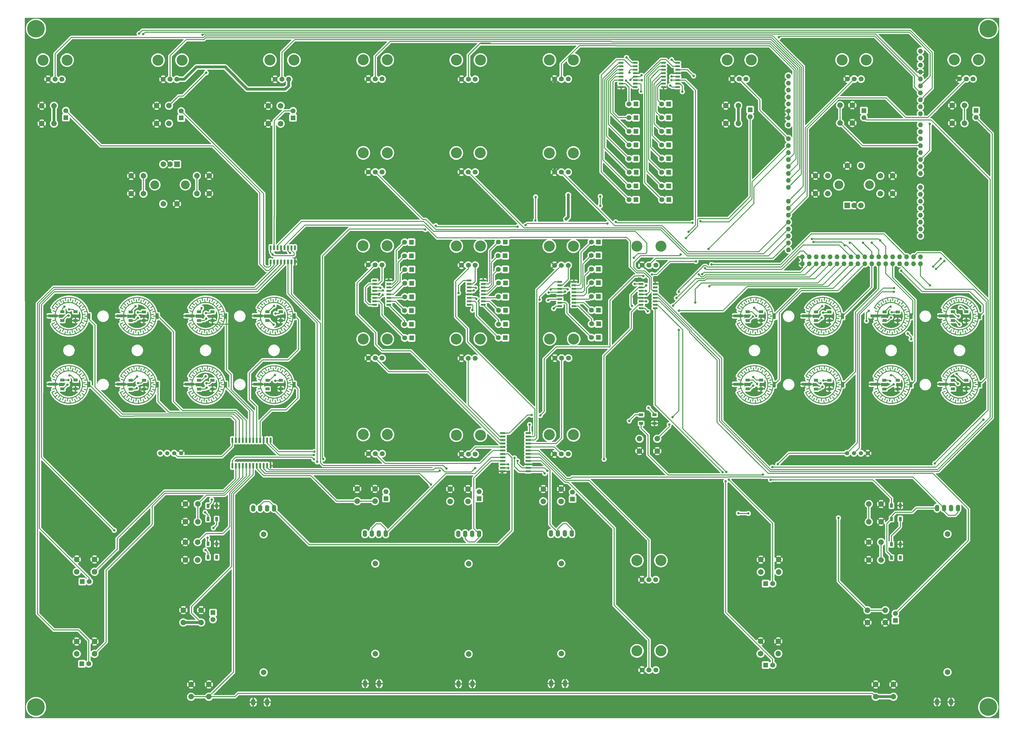
<source format=gbr>
%TF.GenerationSoftware,KiCad,Pcbnew,5.99.0-unknown-92c4596252~129~ubuntu20.04.1*%
%TF.CreationDate,2021-06-12T02:35:58+02:00*%
%TF.ProjectId,Mixduino,4d697864-7569-46e6-9f2e-6b696361645f,rev?*%
%TF.SameCoordinates,Original*%
%TF.FileFunction,Copper,L1,Top*%
%TF.FilePolarity,Positive*%
%FSLAX46Y46*%
G04 Gerber Fmt 4.6, Leading zero omitted, Abs format (unit mm)*
G04 Created by KiCad (PCBNEW 5.99.0-unknown-92c4596252~129~ubuntu20.04.1) date 2021-06-12 02:35:58*
%MOMM*%
%LPD*%
G01*
G04 APERTURE LIST*
G04 Aperture macros list*
%AMRoundRect*
0 Rectangle with rounded corners*
0 $1 Rounding radius*
0 $2 $3 $4 $5 $6 $7 $8 $9 X,Y pos of 4 corners*
0 Add a 4 corners polygon primitive as box body*
4,1,4,$2,$3,$4,$5,$6,$7,$8,$9,$2,$3,0*
0 Add four circle primitives for the rounded corners*
1,1,$1+$1,$2,$3*
1,1,$1+$1,$4,$5*
1,1,$1+$1,$6,$7*
1,1,$1+$1,$8,$9*
0 Add four rect primitives between the rounded corners*
20,1,$1+$1,$2,$3,$4,$5,0*
20,1,$1+$1,$4,$5,$6,$7,0*
20,1,$1+$1,$6,$7,$8,$9,0*
20,1,$1+$1,$8,$9,$2,$3,0*%
G04 Aperture macros list end*
%TA.AperFunction,EtchedComponent*%
%ADD10C,0.379999*%
%TD*%
%TA.AperFunction,EtchedComponent*%
%ADD11C,0.347000*%
%TD*%
%TA.AperFunction,SMDPad,CuDef*%
%ADD12RoundRect,0.150000X0.725000X0.150000X-0.725000X0.150000X-0.725000X-0.150000X0.725000X-0.150000X0*%
%TD*%
%TA.AperFunction,ComponentPad*%
%ADD13R,1.800000X1.800000*%
%TD*%
%TA.AperFunction,ComponentPad*%
%ADD14C,1.800000*%
%TD*%
%TA.AperFunction,ComponentPad*%
%ADD15C,2.000000*%
%TD*%
%TA.AperFunction,ComponentPad*%
%ADD16O,1.600000X2.400000*%
%TD*%
%TA.AperFunction,ComponentPad*%
%ADD17O,1.600000X2.462000*%
%TD*%
%TA.AperFunction,SMDPad,CuDef*%
%ADD18R,1.500000X1.000000*%
%TD*%
%TA.AperFunction,ConnectorPad*%
%ADD19R,3.500000X0.989531*%
%TD*%
%TA.AperFunction,ConnectorPad*%
%ADD20R,1.000000X2.000000*%
%TD*%
%TA.AperFunction,ConnectorPad*%
%ADD21C,6.400000*%
%TD*%
%TA.AperFunction,ComponentPad*%
%ADD22C,3.600000*%
%TD*%
%TA.AperFunction,WasherPad*%
%ADD23C,4.000000*%
%TD*%
%TA.AperFunction,ComponentPad*%
%ADD24C,1.524000*%
%TD*%
%TA.AperFunction,ComponentPad*%
%ADD25R,2.000000X2.000000*%
%TD*%
%TA.AperFunction,ComponentPad*%
%ADD26C,3.200000*%
%TD*%
%TA.AperFunction,SMDPad,CuDef*%
%ADD27RoundRect,0.150000X0.150000X-0.875000X0.150000X0.875000X-0.150000X0.875000X-0.150000X-0.875000X0*%
%TD*%
%TA.AperFunction,SMDPad,CuDef*%
%ADD28RoundRect,0.150000X0.150000X-0.725000X0.150000X0.725000X-0.150000X0.725000X-0.150000X-0.725000X0*%
%TD*%
%TA.AperFunction,ComponentPad*%
%ADD29O,1.727200X1.727200*%
%TD*%
%TA.AperFunction,SMDPad,CuDef*%
%ADD30R,1.000000X1.500000*%
%TD*%
%TA.AperFunction,SMDPad,CuDef*%
%ADD31RoundRect,0.150000X-0.725000X-0.150000X0.725000X-0.150000X0.725000X0.150000X-0.725000X0.150000X0*%
%TD*%
%TA.AperFunction,SMDPad,CuDef*%
%ADD32RoundRect,0.150000X-0.875000X-0.150000X0.875000X-0.150000X0.875000X0.150000X-0.875000X0.150000X0*%
%TD*%
%TA.AperFunction,ViaPad*%
%ADD33C,0.889000*%
%TD*%
%TA.AperFunction,ViaPad*%
%ADD34C,1.200000*%
%TD*%
%TA.AperFunction,Conductor*%
%ADD35C,0.304800*%
%TD*%
%TA.AperFunction,Conductor*%
%ADD36C,1.016000*%
%TD*%
G04 APERTURE END LIST*
D10*
%TO.C,SW22*%
X139713644Y-180756810D02*
X139299627Y-181730802D01*
X140865437Y-192758335D02*
X140587110Y-192936768D01*
D11*
X136976461Y-182047185D02*
X136976461Y-182047185D01*
D10*
X141134388Y-192567079D02*
X140865437Y-192758335D01*
X131896637Y-182519544D02*
X131951820Y-182458051D01*
D11*
X132700328Y-189639866D02*
X132579934Y-189430481D01*
D10*
X139069925Y-180518511D02*
X139388664Y-180626360D01*
D11*
X132078043Y-188054859D02*
X132034072Y-187808635D01*
X141947919Y-186509214D02*
X143000112Y-186395337D01*
X139359760Y-191443712D02*
X139144170Y-191554130D01*
D10*
X142718335Y-190905434D02*
X142527080Y-191174386D01*
D11*
X139569145Y-191323318D02*
X139359760Y-191443712D01*
X138922689Y-182440110D02*
X139144170Y-182540240D01*
D10*
X135315609Y-180426070D02*
X135647496Y-180349471D01*
X133760175Y-193101946D02*
X133472903Y-192936768D01*
D11*
X137984137Y-182148767D02*
X138226040Y-182204598D01*
X132909383Y-184138837D02*
X132048505Y-183523236D01*
X132700328Y-184454504D02*
X132830383Y-184251639D01*
X136215011Y-191989574D02*
X135968787Y-191945603D01*
D10*
X141642437Y-181992180D02*
X141880677Y-182219320D01*
X131116717Y-183589238D02*
X131159347Y-183518159D01*
X139069930Y-193621491D02*
X138744402Y-193713931D01*
X131338354Y-183239072D02*
X131385148Y-183170688D01*
X137486417Y-193914693D02*
X137416021Y-192858708D01*
D11*
X137984137Y-191945603D02*
X137737913Y-191989574D01*
X133275371Y-183685299D02*
X133440928Y-183511652D01*
D10*
X134990082Y-180518509D02*
X135315609Y-180426070D01*
D11*
X137487683Y-182073000D02*
X137737913Y-182104796D01*
X141583537Y-185100960D02*
X141673063Y-185328018D01*
D10*
X138412516Y-193790530D02*
X138074703Y-193850857D01*
D11*
X139474103Y-191378698D02*
X140002767Y-192295537D01*
X132279860Y-185328018D02*
X132369386Y-185100960D01*
D10*
X143350807Y-184399818D02*
X143473634Y-184711336D01*
D11*
X141751671Y-188534031D02*
X141673063Y-188766352D01*
X139772011Y-182901107D02*
X139968043Y-183040509D01*
X139144170Y-182540240D02*
X139359760Y-182650659D01*
X132002275Y-186535965D02*
X132034072Y-186285735D01*
X139968043Y-183040509D02*
X140156927Y-183188943D01*
X141122541Y-189842731D02*
X140983139Y-190038764D01*
X132969785Y-190038764D02*
X132830383Y-189842731D01*
D10*
X134990086Y-193621491D02*
X134671347Y-193513641D01*
X143061945Y-190339834D02*
X142896768Y-190627106D01*
D11*
X135726884Y-191889772D02*
X135489615Y-191822395D01*
D10*
X143673930Y-188784394D02*
X143581490Y-189109922D01*
D11*
X141819048Y-188296762D02*
X141751671Y-188534031D01*
X132201251Y-185560339D02*
X132279860Y-185328018D01*
X136575910Y-192031118D02*
X136491109Y-193086049D01*
D10*
X137030012Y-193929898D02*
X137030012Y-193929898D01*
X130915316Y-183950546D02*
X130994337Y-183805234D01*
D11*
X133984882Y-183040509D02*
X134180914Y-182901107D01*
X136719162Y-192040679D02*
X136465240Y-192021371D01*
X140156927Y-183188943D02*
X140338350Y-183346095D01*
X134180914Y-191193263D02*
X133984882Y-191053861D01*
X136976461Y-192047185D02*
X136976461Y-192047185D01*
D10*
X131292381Y-183308012D02*
X131338354Y-183239072D01*
D11*
X133614575Y-190748275D02*
X133440928Y-190582718D01*
D10*
X142718330Y-183234566D02*
X142896762Y-183512894D01*
D11*
X139624380Y-182805921D02*
X140184850Y-181908185D01*
X133956983Y-183061910D02*
X133317853Y-182218358D01*
X141583537Y-188993410D02*
X141483407Y-189214891D01*
D10*
X131735334Y-182708158D02*
X131735334Y-182708158D01*
X131530527Y-182968845D02*
X131580590Y-182902732D01*
D11*
X133118219Y-183866722D02*
X133275371Y-183685299D01*
X140511997Y-183511652D02*
X140677553Y-183685299D01*
D10*
X142527074Y-182965614D02*
X142718330Y-183234566D01*
D11*
X141976461Y-187047185D02*
X141976461Y-187047185D01*
X139144170Y-191554130D02*
X138922689Y-191654260D01*
D10*
X131951820Y-182458051D02*
X132007692Y-182397268D01*
X143648092Y-185264524D02*
X142627073Y-185543073D01*
X135437681Y-193742528D02*
X135683340Y-192713101D01*
X135668882Y-180346501D02*
X135878873Y-181383794D01*
X143473641Y-189428662D02*
X143350813Y-189740181D01*
X131034186Y-183732799D02*
X131074989Y-183660792D01*
X134359825Y-180749186D02*
X134671343Y-180626358D01*
X143750522Y-185687490D02*
X143810849Y-186025303D01*
X143213431Y-184095950D02*
X143350807Y-184399818D01*
D11*
X132133874Y-185797608D02*
X132201251Y-185560339D01*
X135030236Y-182440110D02*
X135257294Y-182350584D01*
X137737913Y-182104796D02*
X137984137Y-182148767D01*
X132809919Y-189811177D02*
X131927991Y-190396222D01*
D10*
X141642442Y-192147821D02*
X141393534Y-192363431D01*
X130994337Y-183805234D02*
X131034186Y-183732799D01*
D11*
X136976461Y-192047185D02*
X136719162Y-192040679D01*
X132469516Y-184879479D02*
X132579934Y-184663889D01*
D10*
X143889890Y-187069997D02*
X143889890Y-187069997D01*
D11*
X137233761Y-192040679D02*
X136976461Y-192047185D01*
D10*
X134055960Y-193253438D02*
X133760175Y-193101946D01*
X137030012Y-193929898D02*
X136677002Y-193920972D01*
D11*
X134593165Y-182650659D02*
X134808755Y-182540240D01*
X138226040Y-182204598D02*
X138463310Y-182271975D01*
D10*
X143350813Y-189740181D02*
X143213438Y-190044048D01*
D11*
X138244871Y-182210767D02*
X138513349Y-181187055D01*
D10*
X137722356Y-180245130D02*
X137615545Y-181298062D01*
X142107817Y-182457560D02*
X142323426Y-182706468D01*
D11*
X140338350Y-183346095D02*
X140511997Y-183511652D01*
D10*
X141393534Y-192363431D02*
X141134388Y-192567079D01*
X143473634Y-184711336D02*
X143581483Y-185030075D01*
D11*
X132034072Y-186285735D02*
X132078043Y-186039511D01*
X135257294Y-182350584D02*
X135489615Y-182271975D01*
D10*
X134671343Y-180626358D02*
X134990082Y-180518509D01*
X131532929Y-191174386D02*
X131341673Y-190905434D01*
D11*
X141483407Y-184879479D02*
X141583537Y-185100960D01*
X141252595Y-189639866D02*
X141122541Y-189842731D01*
X133614575Y-183346095D02*
X133795998Y-183188943D01*
X141874879Y-186039511D02*
X141918850Y-186285735D01*
D10*
X143810856Y-188114693D02*
X143750529Y-188452507D01*
X139700182Y-180749188D02*
X140004049Y-180886564D01*
X143581800Y-189102758D02*
X142570997Y-188789144D01*
D11*
X139359760Y-182650659D02*
X139569145Y-182771052D01*
X136465240Y-192021371D02*
X136215011Y-191989574D01*
D10*
X140865432Y-181381666D02*
X141134384Y-181572922D01*
X133472903Y-192936768D02*
X133194575Y-192758335D01*
X131163241Y-190627106D02*
X130998063Y-190339834D01*
X134359828Y-193390813D02*
X134055960Y-193253438D01*
D11*
X140648122Y-190441182D02*
X141425283Y-191159574D01*
X133984882Y-191053861D02*
X133795998Y-190905427D01*
D10*
X143889890Y-187069997D02*
X142831563Y-187069997D01*
X131940450Y-191669408D02*
X132725660Y-190959821D01*
X137383013Y-180219029D02*
X137731388Y-180245520D01*
D11*
X137233761Y-182053691D02*
X137487683Y-182073000D01*
D10*
X143213438Y-190044048D02*
X143061945Y-190339834D01*
D11*
X141483407Y-189214891D02*
X141372989Y-189430481D01*
X141563673Y-185056760D02*
X142534536Y-184635450D01*
D10*
X136328626Y-193894481D02*
X135985316Y-193850857D01*
X131247205Y-183377523D02*
X131292381Y-183308012D01*
X138074697Y-180289145D02*
X138412511Y-180349472D01*
D11*
X141819048Y-185797608D02*
X141874879Y-186039511D01*
X132228994Y-185478360D02*
X131224103Y-185146291D01*
X134808755Y-191554130D02*
X134593165Y-191443712D01*
X140764799Y-183784024D02*
X141566671Y-183093320D01*
X132002275Y-187558406D02*
X131982967Y-187304484D01*
D10*
X131385148Y-183170688D02*
X131432787Y-183102843D01*
X131683012Y-182772369D02*
X131735334Y-182708158D01*
D11*
X141751671Y-185560339D02*
X141819048Y-185797608D01*
X140834706Y-190227648D02*
X140677553Y-190409071D01*
X133819120Y-190924176D02*
X133150808Y-191744802D01*
D10*
X133531949Y-192970998D02*
X134071630Y-192060605D01*
X136676994Y-180219029D02*
X137030004Y-180210103D01*
X131432787Y-183102843D02*
X131481253Y-183035555D01*
D11*
X132369386Y-185100960D02*
X132469516Y-184879479D01*
D10*
X136677002Y-193920972D02*
X136328626Y-193894481D01*
D11*
X140156927Y-190905427D02*
X139968043Y-191053861D01*
D10*
X132121457Y-182277890D02*
X132179326Y-182219319D01*
D11*
X132579934Y-184663889D02*
X132700328Y-184454504D01*
D10*
X143750529Y-188452507D02*
X143673930Y-188784394D01*
X131735334Y-182708158D02*
X131788382Y-182644611D01*
X135647496Y-180349471D02*
X135985309Y-180289144D01*
D11*
X133118219Y-190227648D02*
X132969785Y-190038764D01*
X139569145Y-182771052D02*
X139772011Y-182901107D01*
X132279860Y-188766352D02*
X132201251Y-188534031D01*
X133795998Y-190905427D02*
X133614575Y-190748275D01*
D10*
X143854473Y-186368613D02*
X143880964Y-186716988D01*
X131159347Y-183518159D02*
X131202851Y-183447579D01*
X132007692Y-182397268D02*
X132064241Y-182337210D01*
D11*
X136215011Y-182104796D02*
X136465240Y-182073000D01*
D10*
X138744402Y-193713931D02*
X138412516Y-193790530D01*
X143581483Y-185030075D02*
X143673923Y-185355603D01*
X141280584Y-192454297D02*
X140624814Y-191623616D01*
D11*
X134383780Y-182771052D02*
X134593165Y-182650659D01*
D10*
X133194575Y-192758335D02*
X132925623Y-192567079D01*
D11*
X132969785Y-184055606D02*
X133118219Y-183866722D01*
X138226040Y-191889772D02*
X137984137Y-191945603D01*
D10*
X140299834Y-181038056D02*
X140587105Y-181203234D01*
X140299838Y-193101946D02*
X140004053Y-193253438D01*
D11*
X140338350Y-190748275D02*
X140156927Y-190905427D01*
D10*
X130806119Y-189954671D02*
X131766332Y-189509633D01*
X135315615Y-193713931D02*
X134990086Y-193621491D01*
X141463880Y-181835576D02*
X140779844Y-182643140D01*
D11*
X141976461Y-187047185D02*
X141976461Y-187047185D01*
X141372989Y-189430481D02*
X141252595Y-189639866D01*
D10*
X140587105Y-181203234D02*
X140865432Y-181381666D01*
X131074989Y-183660792D02*
X131116717Y-183589238D01*
X139388664Y-180626360D02*
X139700182Y-180749188D01*
X140004053Y-193253438D02*
X139700186Y-193390813D01*
X141880681Y-191920680D02*
X141642442Y-192147821D01*
D11*
X134593165Y-191443712D02*
X134383780Y-191323318D01*
X141969955Y-187304484D02*
X141950647Y-187558406D01*
X141925558Y-187759130D02*
X142973104Y-187909825D01*
D10*
X139700186Y-193390813D02*
X139388668Y-193513641D01*
X138074703Y-193850857D02*
X137731394Y-193894481D01*
D11*
X132034072Y-187808635D02*
X132002275Y-187558406D01*
D10*
X135985316Y-193850857D02*
X135647502Y-193790530D01*
D11*
X132579934Y-189430481D02*
X132469516Y-189214891D01*
X133440928Y-183511652D02*
X133614575Y-183346095D01*
D10*
X130998063Y-190339834D02*
X130846571Y-190044048D01*
X134671347Y-193513641D02*
X134359828Y-193390813D01*
D11*
X141490621Y-189197217D02*
X142446111Y-189652310D01*
D10*
X140587110Y-192936768D02*
X140299838Y-193101946D01*
D11*
X141950647Y-187558406D02*
X141918850Y-187808635D01*
D10*
X131631425Y-182837233D02*
X131683012Y-182772369D01*
X143810849Y-186025303D02*
X143854473Y-186368613D01*
D11*
X140983139Y-184055606D02*
X141122541Y-184251639D01*
X136465240Y-182073000D02*
X136719162Y-182053691D01*
X141969955Y-186789886D02*
X141976461Y-187047185D01*
D10*
X137030004Y-180210103D02*
X137383013Y-180219029D01*
X131202851Y-183447579D02*
X131247205Y-183377523D01*
X133737668Y-181051824D02*
X134245611Y-181980298D01*
D11*
X137487683Y-192021371D02*
X137233761Y-192040679D01*
D10*
X143880972Y-187423007D02*
X143854481Y-187771382D01*
X130994337Y-183805234D02*
X130994337Y-183805234D01*
X133450000Y-181220000D02*
X132700000Y-181740000D01*
D11*
X141918850Y-187808635D02*
X141874879Y-188054859D01*
D10*
X135647502Y-193790530D02*
X135315615Y-193713931D01*
D11*
X132133874Y-188296762D02*
X132078043Y-188054859D01*
D10*
X134055958Y-180886561D02*
X134359825Y-180749186D01*
D11*
X135726884Y-182204598D02*
X135968787Y-182148767D01*
X139968043Y-191053861D02*
X139772011Y-191193263D01*
X138695631Y-182350584D02*
X138922689Y-182440110D01*
X141950647Y-186535965D02*
X141969955Y-186789886D01*
D10*
X143581490Y-189109922D02*
X143473641Y-189428662D01*
D11*
X132830383Y-189842731D02*
X132700328Y-189639866D01*
X132369386Y-188993410D02*
X132279860Y-188766352D01*
D10*
X142896762Y-183512894D02*
X143061939Y-183800165D01*
D11*
X133275371Y-190409071D02*
X133118219Y-190227648D01*
D10*
X143889898Y-187069997D02*
X143880972Y-187423007D01*
D11*
X139772011Y-191193263D02*
X139569145Y-191323318D01*
X141252595Y-184454504D02*
X141372989Y-184663889D01*
X140834706Y-183866722D02*
X140983139Y-184055606D01*
X135489615Y-182271975D02*
X135726884Y-182204598D01*
D10*
X133760173Y-181038053D02*
X134055958Y-180886561D01*
D11*
X138695631Y-191743786D02*
X138463310Y-191822395D01*
D10*
X132417568Y-192147821D02*
X132179328Y-191920680D01*
X137731388Y-180245520D02*
X138074697Y-180289145D01*
D11*
X133440928Y-190582718D02*
X133275371Y-190409071D01*
D10*
X137030004Y-180210103D02*
X137030004Y-180210103D01*
X132417567Y-181992178D02*
X132666476Y-181776568D01*
X132179326Y-182219319D02*
X132417567Y-181992178D01*
D11*
X134808755Y-182540240D02*
X135030236Y-182440110D01*
D10*
X136328619Y-180245520D02*
X136676994Y-180219029D01*
D11*
X132078043Y-186039511D02*
X132133874Y-185797608D01*
X136719162Y-182053691D02*
X136976461Y-182047185D01*
D10*
X131952188Y-191682440D02*
X131736578Y-191433532D01*
D11*
X141918850Y-186285735D02*
X141950647Y-186535965D01*
X141122541Y-184251639D02*
X141252595Y-184454504D01*
D10*
X133472901Y-181203231D02*
X133760173Y-181038053D01*
X131481253Y-183035555D02*
X131530527Y-182968845D01*
X143673923Y-185355603D02*
X143750522Y-185687490D01*
D11*
X140677553Y-183685299D02*
X140834706Y-183866722D01*
D10*
X137383020Y-193920972D02*
X137030012Y-193929898D01*
X142323431Y-191433532D02*
X142107822Y-191682440D01*
X142685178Y-190952916D02*
X141812711Y-190353864D01*
X132666477Y-192363431D02*
X132417568Y-192147821D01*
X138744397Y-180426071D02*
X139069925Y-180518511D01*
D11*
X132469516Y-189214891D02*
X132369386Y-188993410D01*
X136750883Y-182052297D02*
X136703084Y-180995038D01*
D10*
X143880964Y-186716988D02*
X143889890Y-187069997D01*
X130909368Y-183972310D02*
X131853651Y-184450215D01*
D11*
X138463310Y-182271975D02*
X138695631Y-182350584D01*
X135968787Y-191945603D02*
X135726884Y-191889772D01*
X141673063Y-185328018D02*
X141751671Y-185560339D01*
D10*
X143061939Y-183800165D02*
X143213431Y-184095950D01*
X137731394Y-193894481D02*
X137383020Y-193920972D01*
X143854481Y-187771382D02*
X143810856Y-188114693D01*
X142323426Y-182706468D02*
X142527074Y-182965614D01*
D11*
X135489615Y-191822395D02*
X135257294Y-191743786D01*
D10*
X132179328Y-191920680D02*
X131952188Y-191682440D01*
D11*
X141673063Y-188766352D02*
X141583537Y-188993410D01*
D10*
X142527080Y-191174386D02*
X142323431Y-191433532D01*
X139388668Y-193513641D02*
X139069930Y-193621491D01*
D11*
X134383780Y-191323318D02*
X134180914Y-191193263D01*
X141372989Y-184663889D02*
X141483407Y-184879479D01*
X137737913Y-191989574D02*
X137487683Y-192021371D01*
X135968787Y-182148767D02*
X136215011Y-182104796D01*
X132176908Y-188448621D02*
X131161001Y-188745259D01*
D10*
X138412511Y-180349472D02*
X138744397Y-180426071D01*
X131736578Y-191433532D02*
X131532929Y-191174386D01*
X141393529Y-181776570D02*
X141642437Y-181992180D01*
D11*
X138463310Y-191822395D02*
X138226040Y-191889772D01*
X135257294Y-191743786D02*
X135030236Y-191654260D01*
X135113401Y-191687116D02*
X134719053Y-192669232D01*
D10*
X135985309Y-180289144D02*
X136328619Y-180245520D01*
D11*
X133795998Y-183188943D02*
X133984882Y-183040509D01*
D10*
X141880677Y-182219320D02*
X142107817Y-182457560D01*
X131580590Y-182902732D02*
X131631425Y-182837233D01*
X140004049Y-180886564D02*
X140299834Y-181038056D01*
D11*
X134180914Y-182901107D02*
X134383780Y-182771052D01*
D10*
X142815847Y-183384526D02*
X141923231Y-183953115D01*
X131842154Y-182581735D02*
X131896637Y-182519544D01*
X142107822Y-191682440D02*
X141880681Y-191920680D01*
X139494176Y-193472028D02*
X139114004Y-192484334D01*
D11*
X132830383Y-184251639D02*
X132969785Y-184055606D01*
X141874879Y-188054859D02*
X141819048Y-188296762D01*
D10*
X131341673Y-190905434D02*
X131163241Y-190627106D01*
X132064241Y-182337210D02*
X132121457Y-182277890D01*
X142896768Y-190627106D02*
X142718335Y-190905434D01*
D11*
X132201251Y-188534031D02*
X132133874Y-188296762D01*
X140511997Y-190582718D02*
X140338350Y-190748275D01*
X140677553Y-190409071D02*
X140511997Y-190582718D01*
X140983139Y-190038764D02*
X140834706Y-190227648D01*
X135277212Y-182344815D02*
X134917531Y-181349477D01*
D10*
X141134384Y-181572922D02*
X141393529Y-181776570D01*
D11*
X136976461Y-182047185D02*
X137233761Y-182053691D01*
X135030236Y-191654260D02*
X134808755Y-191554130D01*
X138074590Y-191925122D02*
X138307012Y-192957616D01*
D10*
X131338354Y-183239072D02*
X131338354Y-183239072D01*
X132102193Y-182297727D02*
X132862455Y-183033986D01*
D11*
X141976461Y-187047185D02*
X141969955Y-187304484D01*
X138922689Y-191654260D02*
X138695631Y-191743786D01*
D10*
X131788382Y-182644611D02*
X131842154Y-182581735D01*
X132925623Y-192567079D02*
X132666477Y-192363431D01*
%TO.C,SW1*%
X132169326Y-157219319D02*
X132407567Y-156992178D01*
X143571800Y-164102758D02*
X142560997Y-163789144D01*
X143879898Y-162069997D02*
X143870972Y-162423007D01*
X139059925Y-155518511D02*
X139378664Y-155626360D01*
X143051945Y-165339834D02*
X142886768Y-165627106D01*
D11*
X141959955Y-162304484D02*
X141940647Y-162558406D01*
D10*
X137020004Y-155210103D02*
X137020004Y-155210103D01*
X131621425Y-157837233D02*
X131673012Y-157772369D01*
D11*
X135479615Y-157271975D02*
X135716884Y-157204598D01*
X141908850Y-162808635D02*
X141864879Y-163054859D01*
X141242595Y-159454504D02*
X141362989Y-159663889D01*
X137727913Y-166989574D02*
X137477683Y-167021371D01*
X139349760Y-157650659D02*
X139559145Y-157771052D01*
X137477683Y-167021371D02*
X137223761Y-167040679D01*
D10*
X138064703Y-168850857D02*
X137721394Y-168894481D01*
X143203438Y-165044048D02*
X143051945Y-165339834D01*
X131331673Y-165905434D02*
X131153241Y-165627106D01*
D11*
X138453310Y-157271975D02*
X138685631Y-157350584D01*
X132123874Y-163296762D02*
X132068043Y-163054859D01*
D10*
X132092193Y-157297727D02*
X132852455Y-158033986D01*
X141453880Y-156835576D02*
X140769844Y-157643140D01*
X132915623Y-167567079D02*
X132656477Y-167363431D01*
X131375148Y-158170688D02*
X131422787Y-158102843D01*
X139690182Y-155749188D02*
X139994049Y-155886564D01*
D11*
X139559145Y-166323318D02*
X139349760Y-166443712D01*
D10*
X143638092Y-160264524D02*
X142617073Y-160543073D01*
X131471253Y-158035555D02*
X131520527Y-157968845D01*
D11*
X141959955Y-161789886D02*
X141966461Y-162047185D01*
D10*
X143740522Y-160687490D02*
X143800849Y-161025303D01*
X139994049Y-155886564D02*
X140289834Y-156038056D01*
D11*
X136205011Y-157104796D02*
X136455240Y-157073000D01*
D10*
X141383534Y-167363431D02*
X141124388Y-167567079D01*
X135975316Y-168850857D02*
X135637502Y-168790530D01*
D11*
X132269860Y-160328018D02*
X132359386Y-160100960D01*
X133430928Y-165582718D02*
X133265371Y-165409071D01*
D10*
X133521949Y-167970998D02*
X134061630Y-167060605D01*
X140577110Y-167936768D02*
X140289838Y-168101946D01*
X133440000Y-156220000D02*
X132690000Y-156740000D01*
D11*
X138216040Y-157204598D02*
X138453310Y-157271975D01*
X133604575Y-158346095D02*
X133785998Y-158188943D01*
D10*
X136318619Y-155245520D02*
X136666994Y-155219029D01*
X143340807Y-159399818D02*
X143463634Y-159711336D01*
X141270584Y-167454297D02*
X140614814Y-166623616D01*
D11*
X135247294Y-157350584D02*
X135479615Y-157271975D01*
X132959785Y-165038764D02*
X132820383Y-164842731D01*
X138685631Y-157350584D02*
X138912689Y-157440110D01*
X133809120Y-165924176D02*
X133140808Y-166744802D01*
X132166908Y-163448621D02*
X131151001Y-163745259D01*
X141966461Y-162047185D02*
X141959955Y-162304484D01*
X141741671Y-160560339D02*
X141809048Y-160797608D01*
D10*
X131328354Y-158239072D02*
X131328354Y-158239072D01*
D11*
X141112541Y-164842731D02*
X140973139Y-165038764D01*
X135020236Y-166654260D02*
X134798755Y-166554130D01*
D10*
X134045958Y-155886561D02*
X134349825Y-155749186D01*
X134349825Y-155749186D02*
X134661343Y-155626358D01*
X139994053Y-168253438D02*
X139690186Y-168390813D01*
D11*
X135958787Y-157148767D02*
X136205011Y-157104796D01*
X141940647Y-162558406D02*
X141908850Y-162808635D01*
D10*
X143571483Y-160030075D02*
X143663923Y-160355603D01*
X139484176Y-168472028D02*
X139104004Y-167484334D01*
D11*
X138453310Y-166822395D02*
X138216040Y-166889772D01*
D10*
X143800849Y-161025303D02*
X143844473Y-161368613D01*
D11*
X132191251Y-163534031D02*
X132123874Y-163296762D01*
X135716884Y-166889772D02*
X135479615Y-166822395D01*
X132820383Y-164842731D02*
X132690328Y-164639866D01*
X136966461Y-167047185D02*
X136966461Y-167047185D01*
X136205011Y-166989574D02*
X135958787Y-166945603D01*
D10*
X137020012Y-168929898D02*
X137020012Y-168929898D01*
D11*
X138912689Y-166654260D02*
X138685631Y-166743786D01*
X141573537Y-163993410D02*
X141473407Y-164214891D01*
D10*
X137721394Y-168894481D02*
X137373020Y-168920972D01*
X131942188Y-166682440D02*
X131726578Y-166433532D01*
X137373020Y-168920972D02*
X137020012Y-168929898D01*
D11*
X140824706Y-165227648D02*
X140667553Y-165409071D01*
D10*
X141124384Y-156572922D02*
X141383529Y-156776570D01*
X142675178Y-165952916D02*
X141802711Y-165353864D01*
D11*
X140754799Y-158784024D02*
X141556671Y-158093320D01*
D10*
X138734397Y-155426071D02*
X139059925Y-155518511D01*
D11*
X133265371Y-158685299D02*
X133430928Y-158511652D01*
X133430928Y-158511652D02*
X133604575Y-158346095D01*
D10*
X139059930Y-168621491D02*
X138734402Y-168713931D01*
D11*
X139349760Y-166443712D02*
X139134170Y-166554130D01*
D10*
X131422787Y-158102843D02*
X131471253Y-158035555D01*
D11*
X139134170Y-166554130D02*
X138912689Y-166654260D01*
D10*
X131778382Y-157644611D02*
X131832154Y-157581735D01*
X137020012Y-168929898D02*
X136667002Y-168920972D01*
X136666994Y-155219029D02*
X137020004Y-155210103D01*
X134661347Y-168513641D02*
X134349828Y-168390813D01*
D11*
X141908850Y-161285735D02*
X141940647Y-161535965D01*
D10*
X137476417Y-168914693D02*
X137406021Y-167858708D01*
D11*
X132359386Y-160100960D02*
X132459516Y-159879479D01*
X134170914Y-166193263D02*
X133974882Y-166053861D01*
X140638122Y-165441182D02*
X141415283Y-166159574D01*
D10*
X131149347Y-158518159D02*
X131192851Y-158447579D01*
D11*
X133785998Y-158188943D02*
X133974882Y-158040509D01*
X135267212Y-157344815D02*
X134907531Y-156349477D01*
D10*
X140855437Y-167758335D02*
X140577110Y-167936768D01*
D11*
X140824706Y-158866722D02*
X140973139Y-159055606D01*
D10*
X143051939Y-158800165D02*
X143203431Y-159095950D01*
D11*
X141473407Y-159879479D02*
X141573537Y-160100960D01*
D10*
X131725334Y-157708158D02*
X131725334Y-157708158D01*
D11*
X135716884Y-157204598D02*
X135958787Y-157148767D01*
X141473407Y-164214891D02*
X141362989Y-164430481D01*
D10*
X133727668Y-156051824D02*
X134235611Y-156980298D01*
D11*
X131992275Y-161535965D02*
X132024072Y-161285735D01*
D10*
X134980082Y-155518509D02*
X135305609Y-155426070D01*
D11*
X138234871Y-157210767D02*
X138503349Y-156187055D01*
X141937919Y-161509214D02*
X142990112Y-161395337D01*
X133785998Y-165905427D02*
X133604575Y-165748275D01*
X136709162Y-157053691D02*
X136966461Y-157047185D01*
D10*
X135637496Y-155349471D02*
X135975309Y-155289144D01*
D11*
X141915558Y-162759130D02*
X142963104Y-162909825D01*
D10*
X143740529Y-163452507D02*
X143663930Y-163784394D01*
X143663923Y-160355603D02*
X143740522Y-160687490D01*
X132111457Y-157277890D02*
X132169326Y-157219319D01*
D11*
X135103401Y-166687116D02*
X134709053Y-167669232D01*
D10*
X143870964Y-161716988D02*
X143879890Y-162069997D01*
X140577105Y-156203234D02*
X140855432Y-156381666D01*
D11*
X139762011Y-157901107D02*
X139958043Y-158040509D01*
X141809048Y-160797608D02*
X141864879Y-161039511D01*
D10*
X137373013Y-155219029D02*
X137721388Y-155245520D01*
D11*
X139958043Y-158040509D02*
X140146927Y-158188943D01*
X132569934Y-159663889D02*
X132690328Y-159454504D01*
D10*
X143800856Y-163114693D02*
X143740529Y-163452507D01*
X142517080Y-166174386D02*
X142313431Y-166433532D01*
D11*
X133108219Y-158866722D02*
X133265371Y-158685299D01*
D10*
X131673012Y-157772369D02*
X131725334Y-157708158D01*
X132407568Y-167147821D02*
X132169328Y-166920680D01*
D11*
X141966461Y-162047185D02*
X141966461Y-162047185D01*
X140146927Y-165905427D02*
X139958043Y-166053861D01*
X141362989Y-159663889D02*
X141473407Y-159879479D01*
D10*
X138064697Y-155289145D02*
X138402511Y-155349472D01*
D11*
X140501997Y-158511652D02*
X140667553Y-158685299D01*
X135958787Y-166945603D02*
X135716884Y-166889772D01*
D10*
X131726578Y-166433532D02*
X131522929Y-166174386D01*
X131153241Y-165627106D02*
X130988063Y-165339834D01*
X138734402Y-168713931D02*
X138402516Y-168790530D01*
D11*
X140328350Y-158346095D02*
X140501997Y-158511652D01*
D10*
X130988063Y-165339834D02*
X130836571Y-165044048D01*
D11*
X136966461Y-157047185D02*
X137223761Y-157053691D01*
X137223761Y-167040679D02*
X136966461Y-167047185D01*
D10*
X133750175Y-168101946D02*
X133462903Y-167936768D01*
D11*
X132191251Y-160560339D02*
X132269860Y-160328018D01*
X141940647Y-161535965D02*
X141959955Y-161789886D01*
X141864879Y-161039511D02*
X141908850Y-161285735D01*
X134583165Y-157650659D02*
X134798755Y-157540240D01*
X137727913Y-157104796D02*
X137974137Y-157148767D01*
D10*
X143879890Y-162069997D02*
X143879890Y-162069997D01*
X134045960Y-168253438D02*
X133750175Y-168101946D01*
X131520527Y-157968845D02*
X131570590Y-157902732D01*
X131930450Y-166669408D02*
X132715660Y-165959821D01*
D11*
X137974137Y-157148767D02*
X138216040Y-157204598D01*
D10*
X131832154Y-157581735D02*
X131886637Y-157519544D01*
D11*
X132459516Y-159879479D02*
X132569934Y-159663889D01*
D10*
X143463641Y-164428662D02*
X143340813Y-164740181D01*
D11*
X134798755Y-157540240D02*
X135020236Y-157440110D01*
D10*
X141632442Y-167147821D02*
X141383534Y-167363431D01*
X140289838Y-168101946D02*
X139994053Y-168253438D01*
X141870677Y-157219320D02*
X142097817Y-157457560D01*
D11*
X141966461Y-162047185D02*
X141966461Y-162047185D01*
X138912689Y-157440110D02*
X139134170Y-157540240D01*
X132459516Y-164214891D02*
X132359386Y-163993410D01*
X132359386Y-163993410D02*
X132269860Y-163766352D01*
X133974882Y-166053861D02*
X133785998Y-165905427D01*
D10*
X133184575Y-167758335D02*
X132915623Y-167567079D01*
X136318626Y-168894481D02*
X135975316Y-168850857D01*
D11*
X135020236Y-157440110D02*
X135247294Y-157350584D01*
X140501997Y-165582718D02*
X140328350Y-165748275D01*
D10*
X141124388Y-167567079D02*
X140855437Y-167758335D01*
X137712356Y-155245130D02*
X137605545Y-156298062D01*
D11*
X139464103Y-166378698D02*
X139992767Y-167295537D01*
X137223761Y-157053691D02*
X137477683Y-157073000D01*
X141480621Y-164197217D02*
X142436111Y-164652310D01*
D10*
X131997692Y-157397268D02*
X132054241Y-157337210D01*
D11*
X132123874Y-160797608D02*
X132191251Y-160560339D01*
D10*
X143663930Y-163784394D02*
X143571490Y-164109922D01*
X135975309Y-155289144D02*
X136318619Y-155245520D01*
D11*
X132959785Y-159055606D02*
X133108219Y-158866722D01*
D10*
X142097822Y-166682440D02*
X141870681Y-166920680D01*
D11*
X132068043Y-163054859D02*
X132024072Y-162808635D01*
X137974137Y-166945603D02*
X137727913Y-166989574D01*
D10*
X143340813Y-164740181D02*
X143203438Y-165044048D01*
D11*
X140667553Y-158685299D02*
X140824706Y-158866722D01*
D10*
X137020004Y-155210103D02*
X137373013Y-155219029D01*
D11*
X141242595Y-164639866D02*
X141112541Y-164842731D01*
X136565910Y-167031118D02*
X136481109Y-168086049D01*
X139958043Y-166053861D02*
X139762011Y-166193263D01*
D10*
X130899368Y-158972310D02*
X131843651Y-159450215D01*
D11*
X132068043Y-161039511D02*
X132123874Y-160797608D01*
X139614380Y-157805921D02*
X140174850Y-156908185D01*
X132690328Y-159454504D02*
X132820383Y-159251639D01*
X134373780Y-157771052D02*
X134583165Y-157650659D01*
X132569934Y-164430481D02*
X132459516Y-164214891D01*
D10*
X135305609Y-155426070D02*
X135637496Y-155349471D01*
X134661343Y-155626358D02*
X134980082Y-155518509D01*
D11*
X138685631Y-166743786D02*
X138453310Y-166822395D01*
X132024072Y-161285735D02*
X132068043Y-161039511D01*
D10*
X142805847Y-158384526D02*
X141913231Y-158953115D01*
D11*
X134373780Y-166323318D02*
X134170914Y-166193263D01*
X133604575Y-165748275D02*
X133430928Y-165582718D01*
D10*
X141870681Y-166920680D02*
X141632442Y-167147821D01*
X142313431Y-166433532D02*
X142097822Y-166682440D01*
X138402511Y-155349472D02*
X138734397Y-155426071D01*
X138402516Y-168790530D02*
X138064703Y-168850857D01*
D11*
X134583165Y-166443712D02*
X134373780Y-166323318D01*
X139559145Y-157771052D02*
X139762011Y-157901107D01*
D10*
X139378668Y-168513641D02*
X139059930Y-168621491D01*
X130984337Y-158805234D02*
X130984337Y-158805234D01*
D11*
X132820383Y-159251639D02*
X132959785Y-159055606D01*
D10*
X132407567Y-156992178D02*
X132656476Y-156776568D01*
D11*
X135247294Y-166743786D02*
X135020236Y-166654260D01*
X136966461Y-167047185D02*
X136709162Y-167040679D01*
X134170914Y-157901107D02*
X134373780Y-157771052D01*
X138064590Y-166925122D02*
X138297012Y-167957616D01*
D10*
X133462903Y-167936768D02*
X133184575Y-167758335D01*
D11*
X132269860Y-163766352D02*
X132191251Y-163534031D01*
D10*
X142708330Y-158234566D02*
X142886762Y-158512894D01*
D11*
X141663063Y-160328018D02*
X141741671Y-160560339D01*
D10*
X130796119Y-164954671D02*
X131756332Y-164509633D01*
X143844481Y-162771382D02*
X143800856Y-163114693D01*
D11*
X136455240Y-157073000D02*
X136709162Y-157053691D01*
D10*
X143870972Y-162423007D02*
X143844481Y-162771382D01*
D11*
X136455240Y-167021371D02*
X136205011Y-166989574D01*
D10*
X133462901Y-156203231D02*
X133750173Y-156038053D01*
D11*
X132690328Y-164639866D02*
X132569934Y-164430481D01*
D10*
X132169328Y-166920680D02*
X131942188Y-166682440D01*
X133750173Y-156038053D02*
X134045958Y-155886561D01*
X132054241Y-157337210D02*
X132111457Y-157277890D01*
D11*
X136740883Y-157052297D02*
X136693084Y-155995038D01*
D10*
X135658882Y-155346501D02*
X135868873Y-156383794D01*
X134349828Y-168390813D02*
X134045960Y-168253438D01*
X142517074Y-157965614D02*
X142708330Y-158234566D01*
X134980086Y-168621491D02*
X134661347Y-168513641D01*
D11*
X132024072Y-162808635D02*
X131992275Y-162558406D01*
D10*
X131024186Y-158732799D02*
X131064989Y-158660792D01*
X142708335Y-165905434D02*
X142517080Y-166174386D01*
X132656477Y-167363431D02*
X132407568Y-167147821D01*
X131328354Y-158239072D02*
X131375148Y-158170688D01*
D11*
X133946983Y-158061910D02*
X133307853Y-157218358D01*
X141573537Y-160100960D02*
X141663063Y-160328018D01*
D10*
X141383529Y-156776570D02*
X141632437Y-156992180D01*
X143203431Y-159095950D02*
X143340807Y-159399818D01*
X142313426Y-157706468D02*
X142517074Y-157965614D01*
D11*
X141362989Y-164430481D02*
X141242595Y-164639866D01*
D10*
X135427681Y-168742528D02*
X135673340Y-167713101D01*
X131106717Y-158589238D02*
X131149347Y-158518159D01*
D11*
X141741671Y-163534031D02*
X141663063Y-163766352D01*
D10*
X140855432Y-156381666D02*
X141124384Y-156572922D01*
D11*
X139134170Y-157540240D02*
X139349760Y-157650659D01*
X135479615Y-166822395D02*
X135247294Y-166743786D01*
D10*
X139703644Y-155756810D02*
X139289627Y-156730802D01*
X131886637Y-157519544D02*
X131941820Y-157458051D01*
D11*
X134798755Y-166554130D02*
X134583165Y-166443712D01*
X140328350Y-165748275D02*
X140146927Y-165905427D01*
D10*
X136667002Y-168920972D02*
X136318626Y-168894481D01*
X143879890Y-162069997D02*
X142821563Y-162069997D01*
X130905316Y-158950546D02*
X130984337Y-158805234D01*
D11*
X132218994Y-160478360D02*
X131214103Y-160146291D01*
D10*
X143571490Y-164109922D02*
X143463641Y-164428662D01*
D11*
X137477683Y-157073000D02*
X137727913Y-157104796D01*
D10*
X140289834Y-156038056D02*
X140577105Y-156203234D01*
X143463634Y-159711336D02*
X143571483Y-160030075D01*
D11*
X139762011Y-166193263D02*
X139559145Y-166323318D01*
X140146927Y-158188943D02*
X140328350Y-158346095D01*
D10*
X137721388Y-155245520D02*
X138064697Y-155289145D01*
D11*
X141663063Y-163766352D02*
X141573537Y-163993410D01*
X136966461Y-157047185D02*
X136966461Y-157047185D01*
X141864879Y-163054859D02*
X141809048Y-163296762D01*
D10*
X130984337Y-158805234D02*
X131024186Y-158732799D01*
D11*
X132899383Y-159138837D02*
X132038505Y-158523236D01*
D10*
X142097817Y-157457560D02*
X142313426Y-157706468D01*
D11*
X133265371Y-165409071D02*
X133108219Y-165227648D01*
X141553673Y-160056760D02*
X142524536Y-159635450D01*
X138216040Y-166889772D02*
X137974137Y-166945603D01*
D10*
X131064989Y-158660792D02*
X131106717Y-158589238D01*
X135637502Y-168790530D02*
X135305615Y-168713931D01*
X142886762Y-158512894D02*
X143051939Y-158800165D01*
X131941820Y-157458051D02*
X131997692Y-157397268D01*
X139378664Y-155626360D02*
X139690182Y-155749188D01*
X131237205Y-158377523D02*
X131282381Y-158308012D01*
D11*
X136709162Y-167040679D02*
X136455240Y-167021371D01*
D10*
X131570590Y-157902732D02*
X131621425Y-157837233D01*
X141632437Y-156992180D02*
X141870677Y-157219320D01*
X131522929Y-166174386D02*
X131331673Y-165905434D01*
X131725334Y-157708158D02*
X131778382Y-157644611D01*
D11*
X141112541Y-159251639D02*
X141242595Y-159454504D01*
X133108219Y-165227648D02*
X132959785Y-165038764D01*
D10*
X131282381Y-158308012D02*
X131328354Y-158239072D01*
X139690186Y-168390813D02*
X139378668Y-168513641D01*
D11*
X131992275Y-162558406D02*
X131972967Y-162304484D01*
D10*
X142886768Y-165627106D02*
X142708335Y-165905434D01*
D11*
X140973139Y-159055606D02*
X141112541Y-159251639D01*
D10*
X131192851Y-158447579D02*
X131237205Y-158377523D01*
D11*
X132799919Y-164811177D02*
X131917991Y-165396222D01*
X140667553Y-165409071D02*
X140501997Y-165582718D01*
D10*
X135305615Y-168713931D02*
X134980086Y-168621491D01*
D11*
X141809048Y-163296762D02*
X141741671Y-163534031D01*
D10*
X143844473Y-161368613D02*
X143870964Y-161716988D01*
D11*
X140973139Y-165038764D02*
X140824706Y-165227648D01*
X133974882Y-158040509D02*
X134170914Y-157901107D01*
%TO.C,SW6*%
X157675328Y-159479404D02*
X157805383Y-159276539D01*
X165958139Y-165063664D02*
X165809706Y-165252548D01*
X157944785Y-165063664D02*
X157805383Y-164867631D01*
D10*
X156222205Y-158402423D02*
X156267381Y-158332912D01*
X156710334Y-157733058D02*
X156763382Y-157669511D01*
D11*
X160943787Y-166970503D02*
X160701884Y-166914672D01*
D10*
X158735173Y-156062953D02*
X159030958Y-155911461D01*
D11*
X163438310Y-157296875D02*
X163670631Y-157375484D01*
X164943043Y-158065409D02*
X165131927Y-158213843D01*
D10*
X155969337Y-158830134D02*
X155969337Y-158830134D01*
D11*
X165958139Y-159080506D02*
X166097541Y-159276539D01*
X165809706Y-158891622D02*
X165958139Y-159080506D01*
D10*
X160290615Y-168738831D02*
X159965086Y-168646391D01*
D11*
X161951461Y-167072085D02*
X161694162Y-167065579D01*
X157884383Y-159163737D02*
X157023505Y-158548136D01*
X165652553Y-158710199D02*
X165809706Y-158891622D01*
X157108874Y-163321662D02*
X157053043Y-163079759D01*
X163201040Y-157229498D02*
X163438310Y-157296875D01*
X166726671Y-163558931D02*
X166648063Y-163791252D01*
X156977275Y-161560865D02*
X157009072Y-161310635D01*
D10*
X156407787Y-158127743D02*
X156456253Y-158060455D01*
D11*
X164599380Y-157830821D02*
X165159850Y-156933085D01*
X163049590Y-166950022D02*
X163282012Y-167982516D01*
D10*
X167502080Y-166199286D02*
X167298431Y-166458432D01*
X155781119Y-164979571D02*
X156741332Y-164534533D01*
X165840437Y-167783235D02*
X165562110Y-167961668D01*
X167082822Y-166707340D02*
X166855681Y-166945580D01*
D11*
X160005236Y-157465010D02*
X160232294Y-157375484D01*
X165486997Y-165607618D02*
X165313350Y-165773175D01*
D10*
X156606425Y-157862133D02*
X156658012Y-157797269D01*
D11*
X163670631Y-166768686D02*
X163438310Y-166847295D01*
D10*
X158169575Y-167783235D02*
X157900623Y-167591979D01*
D11*
X159358780Y-157795952D02*
X159568165Y-157675559D01*
X162712913Y-157129696D02*
X162959137Y-157173667D01*
X166944955Y-161814786D02*
X166951461Y-162072085D01*
D10*
X163049697Y-155314045D02*
X163387511Y-155374372D01*
D11*
X163201040Y-166914672D02*
X162959137Y-166970503D01*
X166893850Y-162833535D02*
X166849879Y-163079759D01*
X162462683Y-157097900D02*
X162712913Y-157129696D01*
X164747011Y-157926007D02*
X164943043Y-158065409D01*
D10*
X156313354Y-158263972D02*
X156313354Y-158263972D01*
X161303619Y-155270420D02*
X161651994Y-155243929D01*
D11*
X166900558Y-162784030D02*
X167948104Y-162934725D01*
D10*
X162706394Y-168919381D02*
X162358020Y-168945872D01*
D11*
X164119170Y-157565140D02*
X164334760Y-157675559D01*
X158589575Y-158370995D02*
X158770998Y-158213843D01*
X158770998Y-158213843D02*
X158959882Y-158065409D01*
D10*
X168864898Y-162094897D02*
X168855972Y-162447907D01*
D11*
X162712913Y-167014474D02*
X162462683Y-167046271D01*
X166951461Y-162072085D02*
X166951461Y-162072085D01*
X165652553Y-165433971D02*
X165486997Y-165607618D01*
D10*
X156658012Y-157797269D02*
X156710334Y-157733058D01*
D11*
X158093219Y-158891622D02*
X158250371Y-158710199D01*
D10*
X160643882Y-155371401D02*
X160853873Y-156408694D01*
X168864890Y-162094897D02*
X167806563Y-162094897D01*
X163719397Y-155450971D02*
X164044925Y-155543411D01*
X168829481Y-162796282D02*
X168785856Y-163139593D01*
D11*
X157009072Y-162833535D02*
X156977275Y-162583306D01*
D10*
X166255584Y-167479197D02*
X165599814Y-166648516D01*
D11*
X162208761Y-167065579D02*
X161951461Y-167072085D01*
X166558537Y-160125860D02*
X166648063Y-160352918D01*
X157805383Y-164867631D02*
X157675328Y-164664766D01*
D10*
X168448641Y-164453562D02*
X168325813Y-164765081D01*
D11*
X166922919Y-161534114D02*
X167975112Y-161420237D01*
X161694162Y-167065579D02*
X161440240Y-167046271D01*
D10*
X158506949Y-167995898D02*
X159046630Y-167085505D01*
X162461417Y-168939593D02*
X162391021Y-167883608D01*
X160960316Y-168875757D02*
X160622502Y-168815430D01*
D11*
X166538673Y-160081660D02*
X167509536Y-159660350D01*
D10*
X168864890Y-162094897D02*
X168864890Y-162094897D01*
X162005004Y-155235003D02*
X162358013Y-155243929D01*
X168623092Y-160289424D02*
X167602073Y-160567973D01*
D11*
X166925647Y-161560865D02*
X166944955Y-161814786D01*
X162959137Y-166970503D02*
X162712913Y-167014474D01*
D10*
X167693330Y-158259466D02*
X167871762Y-158537794D01*
D11*
X158794120Y-165949076D02*
X158125808Y-166769702D01*
X166227595Y-164664766D02*
X166097541Y-164867631D01*
X158250371Y-165433971D02*
X158093219Y-165252548D01*
D10*
X155969337Y-158830134D02*
X156009186Y-158757699D01*
X167693335Y-165930334D02*
X167502080Y-166199286D01*
D11*
X157344386Y-164018310D02*
X157254860Y-163791252D01*
D10*
X164979049Y-155911464D02*
X165274834Y-156062956D01*
X168785856Y-163139593D02*
X168725529Y-163477407D01*
D11*
X160701884Y-157229498D02*
X160943787Y-157173667D01*
D10*
X156267381Y-158332912D02*
X156313354Y-158263972D01*
D11*
X157176251Y-163558931D02*
X157108874Y-163321662D01*
D10*
X157392568Y-167172721D02*
X157154328Y-166945580D01*
X166109384Y-156597822D02*
X166368529Y-156801470D01*
X163387511Y-155374372D02*
X163719397Y-155450971D01*
D11*
X160252212Y-157369715D02*
X159892531Y-156374377D01*
D10*
X160412681Y-168767428D02*
X160658340Y-167738001D01*
D11*
X160232294Y-157375484D02*
X160464615Y-157296875D01*
D10*
X160960309Y-155314044D02*
X161303619Y-155270420D01*
X156507929Y-166199286D02*
X156316673Y-165930334D01*
D11*
X158589575Y-165773175D02*
X158415928Y-165607618D01*
X165131927Y-158213843D02*
X165313350Y-158370995D01*
D10*
X156817154Y-157606635D02*
X156871637Y-157544444D01*
X168648923Y-160380503D02*
X168725522Y-160712390D01*
X162358020Y-168945872D02*
X162005012Y-168954798D01*
X168036945Y-165364734D02*
X167871768Y-165652006D01*
D11*
X166465621Y-164222117D02*
X167421111Y-164677210D01*
X166648063Y-160352918D02*
X166726671Y-160585239D01*
D10*
X162697356Y-155270030D02*
X162590545Y-156322962D01*
D11*
X166097541Y-159276539D02*
X166227595Y-159479404D01*
D10*
X162005012Y-168954798D02*
X161652002Y-168945872D01*
X160622496Y-155374371D02*
X160960309Y-155314044D01*
X159334828Y-168415713D02*
X159030960Y-168278338D01*
X158735175Y-168126846D02*
X158447903Y-167961668D01*
X168188438Y-165068948D02*
X168036945Y-165364734D01*
X156763382Y-157669511D02*
X156817154Y-157606635D01*
X155884368Y-158997210D02*
X156828651Y-159475115D01*
D11*
X165623122Y-165466082D02*
X166400283Y-166184474D01*
X164943043Y-166078761D02*
X164747011Y-166218163D01*
D10*
X168325807Y-159424718D02*
X168448634Y-159736236D01*
D11*
X166794048Y-160822508D02*
X166849879Y-161064411D01*
X161190011Y-167014474D02*
X160943787Y-166970503D01*
X161440240Y-157097900D02*
X161694162Y-157078591D01*
X160701884Y-166914672D02*
X160464615Y-166847295D01*
D10*
X166438880Y-156860476D02*
X165754844Y-157668040D01*
D11*
X164449103Y-166403598D02*
X164977767Y-167320437D01*
D10*
X165840432Y-156406566D02*
X166109384Y-156597822D01*
D11*
X166347989Y-164455381D02*
X166227595Y-164664766D01*
D10*
X164675182Y-155774088D02*
X164979049Y-155911464D01*
X156505527Y-157993745D02*
X156555590Y-157927632D01*
D11*
X161951461Y-167072085D02*
X161951461Y-167072085D01*
X157053043Y-161064411D02*
X157108874Y-160822508D01*
X161440240Y-167046271D02*
X161190011Y-167014474D01*
D10*
X163387516Y-168815430D02*
X163049703Y-168875757D01*
D11*
X164119170Y-166579030D02*
X163897689Y-166679160D01*
X166893850Y-161310635D02*
X166925647Y-161560865D01*
X166794048Y-163321662D02*
X166726671Y-163558931D01*
X166951461Y-162072085D02*
X166944955Y-162329384D01*
D10*
X156456253Y-158060455D02*
X156505527Y-157993745D01*
X167502074Y-157990514D02*
X167693330Y-158259466D01*
X158712668Y-156076724D02*
X159220611Y-157005198D01*
X168725529Y-163477407D02*
X168648930Y-163809294D01*
X167298431Y-166458432D02*
X167082822Y-166707340D01*
D11*
X157176251Y-160585239D02*
X157254860Y-160352918D01*
X157784919Y-164836077D02*
X156902991Y-165421122D01*
D10*
X157154326Y-157244219D02*
X157392567Y-157017078D01*
D11*
X157009072Y-161310635D02*
X157053043Y-161064411D01*
D10*
X156871637Y-157544444D02*
X156926820Y-157482951D01*
X159646343Y-155651258D02*
X159965082Y-155543409D01*
D11*
X165809706Y-165252548D02*
X165652553Y-165433971D01*
X163897689Y-157465010D02*
X164119170Y-157565140D01*
X157254860Y-160352918D02*
X157344386Y-160125860D01*
X166726671Y-160585239D02*
X166794048Y-160822508D01*
X159783755Y-166579030D02*
X159568165Y-166468612D01*
X158959882Y-166078761D02*
X158770998Y-165930327D01*
D10*
X161303626Y-168919381D02*
X160960316Y-168875757D01*
X164979053Y-168278338D02*
X164675186Y-168415713D01*
D11*
X160464615Y-166847295D02*
X160232294Y-166768686D01*
D10*
X156138241Y-165652006D02*
X155973063Y-165364734D01*
X156927188Y-166707340D02*
X156711578Y-166458432D01*
X157096457Y-157302790D02*
X157154326Y-157244219D01*
D11*
X166849879Y-163079759D02*
X166794048Y-163321662D01*
X157108874Y-160822508D02*
X157176251Y-160585239D01*
D10*
X156710334Y-157733058D02*
X156710334Y-157733058D01*
X168448634Y-159736236D02*
X168556483Y-160054975D01*
D11*
X164544145Y-157795952D02*
X164747011Y-157926007D01*
X157151908Y-163473521D02*
X156136001Y-163770159D01*
X157053043Y-163079759D02*
X157009072Y-162833535D01*
D10*
X160622502Y-168815430D02*
X160290615Y-168738831D01*
D11*
X166347989Y-159688789D02*
X166458407Y-159904379D01*
X158959882Y-158065409D02*
X159155914Y-157926007D01*
X166097541Y-164867631D02*
X165958139Y-165063664D01*
D10*
X158447903Y-167961668D02*
X158169575Y-167783235D01*
X166617437Y-157017080D02*
X166855677Y-157244220D01*
X156049989Y-158685692D02*
X156091717Y-158614138D01*
D11*
X162959137Y-157173667D02*
X163201040Y-157229498D01*
X157254860Y-163791252D02*
X157176251Y-163558931D01*
X157444516Y-159904379D02*
X157554934Y-159688789D01*
D10*
X166617442Y-167172721D02*
X166368534Y-167388331D01*
X167871762Y-158537794D02*
X168036939Y-158825065D01*
D11*
X157344386Y-160125860D02*
X157444516Y-159904379D01*
D10*
X159965086Y-168646391D02*
X159646347Y-168538541D01*
X168556800Y-164127658D02*
X167545997Y-163814044D01*
X156091717Y-158614138D02*
X156134347Y-158543059D01*
X168855964Y-161741888D02*
X168864890Y-162094897D01*
X166368529Y-156801470D02*
X166617437Y-157017080D01*
D11*
X158931983Y-158086810D02*
X158292853Y-157243258D01*
X160464615Y-157296875D02*
X160701884Y-157229498D01*
X162462683Y-167046271D02*
X162208761Y-167065579D01*
D10*
X166855677Y-157244220D02*
X167082817Y-157482460D01*
D11*
X166944955Y-162329384D02*
X166925647Y-162583306D01*
X157675328Y-164664766D02*
X157554934Y-164455381D01*
X166458407Y-164239791D02*
X166347989Y-164455381D01*
D10*
X159334825Y-155774086D02*
X159646343Y-155651258D01*
D11*
X156977275Y-162583306D02*
X156957967Y-162329384D01*
X157554934Y-164455381D02*
X157444516Y-164239791D01*
D10*
X166109388Y-167591979D02*
X165840437Y-167783235D01*
X167871768Y-165652006D02*
X167693335Y-165930334D01*
D11*
X164544145Y-166348218D02*
X164334760Y-166468612D01*
D10*
X164044930Y-168646391D02*
X163719402Y-168738831D01*
D11*
X163670631Y-157375484D02*
X163897689Y-157465010D01*
X157805383Y-159276539D02*
X157944785Y-159080506D01*
D10*
X163049703Y-168875757D02*
X162706394Y-168919381D01*
D11*
X161190011Y-157129696D02*
X161440240Y-157097900D01*
D10*
X164469176Y-168496928D02*
X164089004Y-167509234D01*
X157392567Y-157017078D02*
X157641476Y-156801468D01*
X165274834Y-156062956D02*
X165562105Y-156228134D01*
D11*
X160088401Y-166712016D02*
X159694053Y-167694132D01*
X158093219Y-165252548D02*
X157944785Y-165063664D01*
D10*
X164363668Y-168538541D02*
X164044930Y-168646391D01*
X163719402Y-168738831D02*
X163387516Y-168815430D01*
D11*
X157444516Y-164239791D02*
X157344386Y-164018310D01*
D10*
X166855681Y-166945580D02*
X166617442Y-167172721D01*
D11*
X166648063Y-163791252D02*
X166558537Y-164018310D01*
X166849879Y-161064411D02*
X166893850Y-161310635D01*
X166951461Y-162072085D02*
X166951461Y-162072085D01*
X161725883Y-157077197D02*
X161678084Y-156019938D01*
D10*
X157900623Y-167591979D02*
X157641477Y-167388331D01*
X156134347Y-158543059D02*
X156177851Y-158472479D01*
X168188431Y-159120850D02*
X168325807Y-159424718D01*
D11*
X165739799Y-158808924D02*
X166541671Y-158118220D01*
D10*
X167660178Y-165977816D02*
X166787711Y-165378764D01*
D11*
X158415928Y-158536552D02*
X158589575Y-158370995D01*
X166558537Y-164018310D02*
X166458407Y-164239791D01*
D10*
X167298426Y-157731368D02*
X167502074Y-157990514D01*
X158447901Y-156228131D02*
X158735173Y-156062953D01*
D11*
X157554934Y-159688789D02*
X157675328Y-159479404D01*
D10*
X168855972Y-162447907D02*
X168829481Y-162796282D01*
D11*
X166458407Y-159904379D02*
X166558537Y-160125860D01*
D10*
X168556483Y-160054975D02*
X168648923Y-160380503D01*
X156555590Y-157927632D02*
X156606425Y-157862133D01*
D11*
X163438310Y-166847295D02*
X163201040Y-166914672D01*
D10*
X164675186Y-168415713D02*
X164363668Y-168538541D01*
X162706388Y-155270420D02*
X163049697Y-155314045D01*
D11*
X160232294Y-166768686D02*
X160005236Y-166679160D01*
D10*
X159030960Y-168278338D02*
X158735175Y-168126846D01*
D11*
X162208761Y-157078591D02*
X162462683Y-157097900D01*
D10*
X156177851Y-158472479D02*
X156222205Y-158402423D01*
D11*
X161550910Y-167056018D02*
X161466109Y-168110949D01*
X165131927Y-165930327D02*
X164943043Y-166078761D01*
X165486997Y-158536552D02*
X165652553Y-158710199D01*
D10*
X156009186Y-158757699D02*
X156049989Y-158685692D01*
X157154328Y-166945580D02*
X156927188Y-166707340D01*
X155973063Y-165364734D02*
X155821571Y-165068948D01*
D11*
X164334760Y-157675559D02*
X164544145Y-157795952D01*
X157203994Y-160503260D02*
X156199103Y-160171191D01*
D10*
X157077193Y-157322627D02*
X157837455Y-158058886D01*
X168785849Y-161050203D02*
X168829473Y-161393513D01*
X161652002Y-168945872D02*
X161303626Y-168919381D01*
X156313354Y-158263972D02*
X156360148Y-158195588D01*
D11*
X159783755Y-157565140D02*
X160005236Y-157465010D01*
X159568165Y-166468612D02*
X159358780Y-166348218D01*
X161951461Y-157072085D02*
X161951461Y-157072085D01*
D10*
X156915450Y-166694308D02*
X157700660Y-165984721D01*
X156926820Y-157482951D02*
X156982692Y-157422168D01*
X164044925Y-155543411D02*
X164363664Y-155651260D01*
X162005012Y-168954798D02*
X162005012Y-168954798D01*
X156360148Y-158195588D02*
X156407787Y-158127743D01*
X156982692Y-157422168D02*
X157039241Y-157362110D01*
X160290609Y-155450970D02*
X160622496Y-155374371D01*
X157039241Y-157362110D02*
X157096457Y-157302790D01*
X162358013Y-155243929D02*
X162706388Y-155270420D01*
X156316673Y-165930334D02*
X156138241Y-165652006D01*
D11*
X163897689Y-166679160D02*
X163670631Y-166768686D01*
X160005236Y-166679160D02*
X159783755Y-166579030D01*
D10*
X168325813Y-164765081D02*
X168188438Y-165068948D01*
X165274838Y-168126846D02*
X164979053Y-168278338D01*
D11*
X159568165Y-157675559D02*
X159783755Y-157565140D01*
D10*
X168829473Y-161393513D02*
X168855964Y-161741888D01*
X159030958Y-155911461D02*
X159334825Y-155774086D01*
D11*
X158250371Y-158710199D02*
X158415928Y-158536552D01*
X165313350Y-165773175D02*
X165131927Y-165930327D01*
X164747011Y-166218163D02*
X164544145Y-166348218D01*
D10*
X168648930Y-163809294D02*
X168556490Y-164134822D01*
X159646347Y-168538541D02*
X159334828Y-168415713D01*
D11*
X165313350Y-158370995D02*
X165486997Y-158536552D01*
X160943787Y-157173667D02*
X161190011Y-157129696D01*
X157944785Y-159080506D02*
X158093219Y-158891622D01*
D10*
X165562105Y-156228134D02*
X165840432Y-156406566D01*
D11*
X161694162Y-157078591D02*
X161951461Y-157072085D01*
D10*
X157641477Y-167388331D02*
X157392568Y-167172721D01*
X168725522Y-160712390D02*
X168785849Y-161050203D01*
D11*
X159358780Y-166348218D02*
X159155914Y-166218163D01*
X159155914Y-166218163D02*
X158959882Y-166078761D01*
D10*
X155890316Y-158975446D02*
X155969337Y-158830134D01*
D11*
X158770998Y-165930327D02*
X158589575Y-165773175D01*
D10*
X165562110Y-167961668D02*
X165274838Y-168126846D01*
X159965082Y-155543409D02*
X160290609Y-155450970D01*
X168556490Y-164134822D02*
X168448641Y-164453562D01*
X164688644Y-155781710D02*
X164274627Y-156755702D01*
D11*
X163219871Y-157235667D02*
X163488349Y-156211955D01*
X166227595Y-159479404D02*
X166347989Y-159688789D01*
D10*
X156711578Y-166458432D02*
X156507929Y-166199286D01*
X167082817Y-157482460D02*
X167298426Y-157731368D01*
X161651994Y-155243929D02*
X162005004Y-155235003D01*
D11*
X159155914Y-157926007D02*
X159358780Y-157795952D01*
D10*
X168036939Y-158825065D02*
X168188431Y-159120850D01*
X158425000Y-156244900D02*
X157675000Y-156764900D01*
X164363664Y-155651260D02*
X164675182Y-155774088D01*
X167790847Y-158409426D02*
X166898231Y-158978015D01*
X162005004Y-155235003D02*
X162005004Y-155235003D01*
X166368534Y-167388331D02*
X166109388Y-167591979D01*
D11*
X166925647Y-162583306D02*
X166893850Y-162833535D01*
X161951461Y-157072085D02*
X162208761Y-157078591D01*
X164334760Y-166468612D02*
X164119170Y-166579030D01*
X158415928Y-165607618D02*
X158250371Y-165433971D01*
D10*
%TO.C,SW38*%
X218208431Y-184110850D02*
X218345807Y-184414718D01*
X206287381Y-183322912D02*
X206333354Y-183253972D01*
X210642502Y-193805430D02*
X210310615Y-193728831D01*
D11*
X210721884Y-182219498D02*
X210963787Y-182163667D01*
D10*
X216637442Y-192162721D02*
X216388534Y-192378331D01*
X206197851Y-183462479D02*
X206242205Y-183392423D01*
D11*
X215333350Y-190763175D02*
X215151927Y-190920327D01*
X208609575Y-183360995D02*
X208790998Y-183203843D01*
X216367989Y-189445381D02*
X216247595Y-189654766D01*
X215151927Y-190920327D02*
X214963043Y-191068761D01*
X207464516Y-184894379D02*
X207574934Y-184678789D01*
D10*
X218345807Y-184414718D02*
X218468634Y-184726236D01*
X207412568Y-192162721D02*
X207174328Y-191935580D01*
X206476253Y-183050455D02*
X206525527Y-182983745D01*
D11*
X210484615Y-182286875D02*
X210721884Y-182219498D01*
X207274860Y-188781252D02*
X207196251Y-188548931D01*
X209803755Y-182555140D02*
X210025236Y-182455010D01*
X211714162Y-182068591D02*
X211971461Y-182062085D01*
X216945647Y-186550865D02*
X216964955Y-186804786D01*
D10*
X218668923Y-185370503D02*
X218745522Y-185702390D01*
X207661477Y-192378331D02*
X207412568Y-192162721D01*
X209050958Y-180901461D02*
X209354825Y-180764086D01*
D11*
X212228761Y-192055579D02*
X211971461Y-192062085D01*
X214564145Y-191338218D02*
X214354760Y-191458612D01*
D10*
X206575590Y-182917632D02*
X206626425Y-182852133D01*
X209985082Y-180533409D02*
X210310609Y-180440970D01*
D11*
X210272212Y-182359715D02*
X209912531Y-181364377D01*
X207274860Y-185342918D02*
X207364386Y-185115860D01*
X212732913Y-182119696D02*
X212979137Y-182163667D01*
D10*
X212025012Y-193944798D02*
X211672002Y-193935872D01*
D11*
X207196251Y-188548931D02*
X207128874Y-188311662D01*
D10*
X218576483Y-185044975D02*
X218668923Y-185370503D01*
X211323619Y-180260420D02*
X211671994Y-180233929D01*
D11*
X211460240Y-182087900D02*
X211714162Y-182068591D01*
D10*
X216875677Y-182234220D02*
X217102817Y-182472460D01*
X208755175Y-193116846D02*
X208467903Y-192951668D01*
X214999053Y-193268338D02*
X214695186Y-193405713D01*
D11*
X216247595Y-189654766D02*
X216117541Y-189857631D01*
D10*
X212378020Y-193935872D02*
X212025012Y-193944798D01*
D11*
X211210011Y-182119696D02*
X211460240Y-182087900D01*
D10*
X214064930Y-193636391D02*
X213739402Y-193728831D01*
D11*
X207073043Y-186054411D02*
X207128874Y-185812508D01*
X216668063Y-188781252D02*
X216578537Y-189008310D01*
X215506997Y-190597618D02*
X215333350Y-190763175D01*
D10*
X206837154Y-182596635D02*
X206891637Y-182534444D01*
X218849473Y-186383513D02*
X218875964Y-186731888D01*
D11*
X216814048Y-188311662D02*
X216746671Y-188548931D01*
X211971461Y-182062085D02*
X211971461Y-182062085D01*
X207695328Y-184469404D02*
X207825383Y-184266539D01*
D10*
X212025004Y-180225003D02*
X212378013Y-180233929D01*
X213069703Y-193865757D02*
X212726394Y-193909381D01*
D11*
X206997275Y-186550865D02*
X207029072Y-186300635D01*
D10*
X210642496Y-180364371D02*
X210980309Y-180304044D01*
X207920623Y-192581979D02*
X207661477Y-192378331D01*
X217522074Y-182980514D02*
X217713330Y-183249466D01*
X217891768Y-190642006D02*
X217713335Y-190920334D01*
D11*
X210025236Y-182455010D02*
X210252294Y-182365484D01*
X216971461Y-187062085D02*
X216971461Y-187062085D01*
X207964785Y-190053664D02*
X207825383Y-189857631D01*
D10*
X218345813Y-189755081D02*
X218208438Y-190058948D01*
D11*
X213221040Y-182219498D02*
X213458310Y-182286875D01*
D10*
X206947188Y-191697340D02*
X206731578Y-191448432D01*
X215860432Y-181396566D02*
X216129384Y-181587822D01*
X209666347Y-193528541D02*
X209354828Y-193405713D01*
X205989337Y-183820134D02*
X205989337Y-183820134D01*
X212378013Y-180233929D02*
X212726388Y-180260420D01*
D11*
X215672553Y-190423971D02*
X215506997Y-190597618D01*
X209378780Y-182785952D02*
X209588165Y-182665559D01*
D10*
X214383668Y-193528541D02*
X214064930Y-193636391D01*
X208732668Y-181066724D02*
X209240611Y-181995198D01*
X207097193Y-182312627D02*
X207857455Y-183048886D01*
D11*
X214963043Y-191068761D02*
X214767011Y-191208163D01*
X214139170Y-191569030D02*
X213917689Y-191669160D01*
X211714162Y-192055579D02*
X211460240Y-192036271D01*
D10*
X210310615Y-193728831D02*
X209985086Y-193636391D01*
D11*
X216746671Y-188548931D02*
X216668063Y-188781252D01*
D10*
X217680178Y-190967816D02*
X216807711Y-190368764D01*
D11*
X210721884Y-191904672D02*
X210484615Y-191837295D01*
D10*
X212025012Y-193944798D02*
X212025012Y-193944798D01*
D11*
X207464516Y-189229791D02*
X207364386Y-189008310D01*
X216913850Y-186300635D02*
X216945647Y-186550865D01*
D10*
X205910316Y-183965446D02*
X205989337Y-183820134D01*
D11*
X210963787Y-191960503D02*
X210721884Y-191904672D01*
D10*
X206336673Y-190920334D02*
X206158241Y-190642006D01*
D11*
X215759799Y-183798924D02*
X216561671Y-183108220D01*
X216247595Y-184469404D02*
X216367989Y-184678789D01*
X213069590Y-191940022D02*
X213302012Y-192972516D01*
D10*
X205993063Y-190354734D02*
X205841571Y-190058948D01*
D11*
X216869879Y-188069759D02*
X216814048Y-188311662D01*
X216668063Y-185342918D02*
X216746671Y-185575239D01*
D10*
X210980309Y-180304044D02*
X211323619Y-180260420D01*
D11*
X215643122Y-190456082D02*
X216420283Y-191174474D01*
D10*
X213407516Y-193805430D02*
X213069703Y-193865757D01*
D11*
X213917689Y-182455010D02*
X214139170Y-182555140D01*
D10*
X210980316Y-193865757D02*
X210642502Y-193805430D01*
D11*
X216942919Y-186524114D02*
X217995112Y-186410237D01*
D10*
X213739402Y-193728831D02*
X213407516Y-193805430D01*
D11*
X216746671Y-185575239D02*
X216814048Y-185812508D01*
D10*
X209354825Y-180764086D02*
X209666343Y-180641258D01*
D11*
X215506997Y-183526552D02*
X215672553Y-183700199D01*
D10*
X206242205Y-183392423D02*
X206287381Y-183322912D01*
D11*
X208435928Y-190597618D02*
X208270371Y-190423971D01*
D10*
X212717356Y-180260030D02*
X212610545Y-181312962D01*
X218884890Y-187084897D02*
X217826563Y-187084897D01*
D11*
X210252294Y-191758686D02*
X210025236Y-191669160D01*
X208113219Y-190242548D02*
X207964785Y-190053664D01*
D10*
X206730334Y-182723058D02*
X206730334Y-182723058D01*
D11*
X212228761Y-182068591D02*
X212482683Y-182087900D01*
D10*
X211671994Y-180233929D02*
X212025004Y-180225003D01*
D11*
X216869879Y-186054411D02*
X216913850Y-186300635D01*
X214354760Y-191458612D02*
X214139170Y-191569030D01*
X208951983Y-183076810D02*
X208312853Y-182233258D01*
D10*
X218884890Y-187084897D02*
X218884890Y-187084897D01*
D11*
X206997275Y-187573306D02*
X206977967Y-187319384D01*
D10*
X218875964Y-186731888D02*
X218884890Y-187084897D01*
D11*
X213690631Y-182365484D02*
X213917689Y-182455010D01*
X214767011Y-182916007D02*
X214963043Y-183055409D01*
X213458310Y-182286875D02*
X213690631Y-182365484D01*
D10*
X205801119Y-189969571D02*
X206761332Y-189524533D01*
D11*
X211971461Y-192062085D02*
X211971461Y-192062085D01*
D10*
X206935450Y-191684308D02*
X207720660Y-190974721D01*
D11*
X207364386Y-189008310D02*
X207274860Y-188781252D01*
X213221040Y-191904672D02*
X212979137Y-191960503D01*
X213239871Y-182225667D02*
X213508349Y-181201955D01*
D10*
X206069989Y-183675692D02*
X206111717Y-183604138D01*
X218208438Y-190058948D02*
X218056945Y-190354734D01*
D11*
X207804919Y-189826077D02*
X206922991Y-190411122D01*
D10*
X206891637Y-182534444D02*
X206946820Y-182472951D01*
X209985086Y-193636391D02*
X209666347Y-193528541D01*
D11*
X213917689Y-191669160D02*
X213690631Y-191758686D01*
D10*
X208526949Y-192985898D02*
X209066630Y-192075505D01*
X218576800Y-189117658D02*
X217565997Y-188804044D01*
D11*
X210963787Y-182163667D02*
X211210011Y-182119696D01*
D10*
X210310609Y-180440970D02*
X210642496Y-180364371D01*
D11*
X216971461Y-187062085D02*
X216964955Y-187319384D01*
X214139170Y-182555140D02*
X214354760Y-182665559D01*
X214564145Y-182785952D02*
X214767011Y-182916007D01*
D10*
X212726394Y-193909381D02*
X212378020Y-193935872D01*
X208189575Y-192773235D02*
X207920623Y-192581979D01*
X218849481Y-187786282D02*
X218805856Y-188129593D01*
D11*
X209803755Y-191569030D02*
X209588165Y-191458612D01*
D10*
X214383664Y-180641260D02*
X214695182Y-180764088D01*
X218668930Y-188799294D02*
X218576490Y-189124822D01*
D11*
X216814048Y-185812508D02*
X216869879Y-186054411D01*
D10*
X206029186Y-183747699D02*
X206069989Y-183675692D01*
D11*
X216971461Y-187062085D02*
X216971461Y-187062085D01*
D10*
X217522080Y-191189286D02*
X217318431Y-191448432D01*
X206333354Y-183253972D02*
X206333354Y-183253972D01*
X205989337Y-183820134D02*
X206029186Y-183747699D01*
X206158241Y-190642006D02*
X205993063Y-190354734D01*
X218468641Y-189443562D02*
X218345813Y-189755081D01*
D11*
X207574934Y-189445381D02*
X207464516Y-189229791D01*
D10*
X208467903Y-192951668D02*
X208189575Y-192773235D01*
X208467901Y-181218131D02*
X208755173Y-181052953D01*
X214695182Y-180764088D02*
X214999049Y-180901464D01*
X209666343Y-180641258D02*
X209985082Y-180533409D01*
X215860437Y-192773235D02*
X215582110Y-192951668D01*
X215294834Y-181052956D02*
X215582105Y-181218134D01*
D11*
X209175914Y-191208163D02*
X208979882Y-191068761D01*
X216920558Y-187774030D02*
X217968104Y-187924725D01*
D10*
X207174326Y-182234219D02*
X207412567Y-182007078D01*
D11*
X212482683Y-192036271D02*
X212228761Y-192055579D01*
X216578537Y-189008310D02*
X216478407Y-189229791D01*
D10*
X206427787Y-183117743D02*
X206476253Y-183050455D01*
D11*
X207073043Y-188069759D02*
X207029072Y-187823535D01*
X211971461Y-182062085D02*
X212228761Y-182068591D01*
D10*
X217102817Y-182472460D02*
X217318426Y-182721368D01*
X206678012Y-182787269D02*
X206730334Y-182723058D01*
X211672002Y-193935872D02*
X211323626Y-193909381D01*
X206111717Y-183604138D02*
X206154347Y-183533059D01*
X216875681Y-191935580D02*
X216637442Y-192162721D01*
D11*
X214354760Y-182665559D02*
X214564145Y-182785952D01*
X207223994Y-185493260D02*
X206219103Y-185161191D01*
D10*
X210663882Y-180361401D02*
X210873873Y-181398694D01*
X216458880Y-181850476D02*
X215774844Y-182658040D01*
X206730334Y-182723058D02*
X206783382Y-182659511D01*
X218576490Y-189124822D02*
X218468641Y-189443562D01*
X206731578Y-191448432D02*
X206527929Y-191189286D01*
X216129384Y-181587822D02*
X216388529Y-181791470D01*
D11*
X216964955Y-187319384D02*
X216945647Y-187573306D01*
D10*
X214064925Y-180533411D02*
X214383664Y-180641260D01*
D11*
X212732913Y-192004474D02*
X212482683Y-192036271D01*
D10*
X218056945Y-190354734D02*
X217891768Y-190642006D01*
D11*
X216578537Y-185115860D02*
X216668063Y-185342918D01*
X215672553Y-183700199D02*
X215829706Y-183881622D01*
D10*
X206525527Y-182983745D02*
X206575590Y-182917632D01*
D11*
X213690631Y-191758686D02*
X213458310Y-191837295D01*
D10*
X215582110Y-192951668D02*
X215294838Y-193116846D01*
D11*
X207029072Y-186300635D02*
X207073043Y-186054411D01*
X216117541Y-189857631D02*
X215978139Y-190053664D01*
X207574934Y-184678789D02*
X207695328Y-184469404D01*
D10*
X215294838Y-193116846D02*
X214999053Y-193268338D01*
X217891762Y-183527794D02*
X218056939Y-183815065D01*
D11*
X208270371Y-183700199D02*
X208435928Y-183526552D01*
D10*
X217318426Y-182721368D02*
X217522074Y-182980514D01*
D11*
X216117541Y-184266539D02*
X216247595Y-184469404D01*
X208979882Y-183055409D02*
X209175914Y-182916007D01*
X207825383Y-189857631D02*
X207695328Y-189654766D01*
X208435928Y-183526552D02*
X208609575Y-183360995D01*
X215978139Y-184070506D02*
X216117541Y-184266539D01*
X210108401Y-191702016D02*
X209714053Y-192684132D01*
D10*
X215582105Y-181218134D02*
X215860432Y-181396566D01*
X206783382Y-182659511D02*
X206837154Y-182596635D01*
X218805856Y-188129593D02*
X218745529Y-188467407D01*
X208755173Y-181052953D02*
X209050958Y-180901461D01*
X212726388Y-180260420D02*
X213069697Y-180304045D01*
D11*
X211210011Y-192004474D02*
X210963787Y-191960503D01*
X215151927Y-183203843D02*
X215333350Y-183360995D01*
X209378780Y-191338218D02*
X209175914Y-191208163D01*
D10*
X216275584Y-192469197D02*
X215619814Y-191638516D01*
X207116457Y-182292790D02*
X207174326Y-182234219D01*
X214708644Y-180771710D02*
X214294627Y-181745702D01*
X217102822Y-191697340D02*
X216875681Y-191935580D01*
D11*
X211460240Y-192036271D02*
X211210011Y-192004474D01*
X207029072Y-187823535D02*
X206997275Y-187573306D01*
D10*
X206154347Y-183533059D02*
X206197851Y-183462479D01*
X205904368Y-183987210D02*
X206848651Y-184465115D01*
D11*
X207128874Y-188311662D02*
X207073043Y-188069759D01*
D10*
X216388529Y-181791470D02*
X216637437Y-182007080D01*
D11*
X215829706Y-183881622D02*
X215978139Y-184070506D01*
D10*
X218875972Y-187437907D02*
X218849481Y-187786282D01*
D11*
X207196251Y-185575239D02*
X207274860Y-185342918D01*
X213458310Y-191837295D02*
X213221040Y-191904672D01*
D10*
X210432681Y-193757428D02*
X210678340Y-192728001D01*
X213739397Y-180440971D02*
X214064925Y-180533411D01*
D11*
X207364386Y-185115860D02*
X207464516Y-184894379D01*
X210484615Y-191837295D02*
X210252294Y-191758686D01*
D10*
X217713330Y-183249466D02*
X217891762Y-183527794D01*
D11*
X208814120Y-190939076D02*
X208145808Y-191759702D01*
X207904383Y-184153737D02*
X207043505Y-183538136D01*
D10*
X218805849Y-186040203D02*
X218849473Y-186383513D01*
X217318431Y-191448432D02*
X217102822Y-191697340D01*
D11*
X215333350Y-183360995D02*
X215506997Y-183526552D01*
X212979137Y-191960503D02*
X212732913Y-192004474D01*
D10*
X216637437Y-182007080D02*
X216875677Y-182234220D01*
X216129388Y-192581979D02*
X215860437Y-192773235D01*
X206527929Y-191189286D02*
X206336673Y-190920334D01*
D11*
X216478407Y-184894379D02*
X216578537Y-185115860D01*
X214767011Y-191208163D02*
X214564145Y-191338218D01*
X216945647Y-187573306D02*
X216913850Y-187823535D01*
X214469103Y-191393598D02*
X214997767Y-192310437D01*
D10*
X212481417Y-193929593D02*
X212411021Y-192873608D01*
D11*
X215978139Y-190053664D02*
X215829706Y-190242548D01*
D10*
X207002692Y-182412168D02*
X207059241Y-182352110D01*
X209050960Y-193268338D02*
X208755175Y-193116846D01*
X218056939Y-183815065D02*
X218208431Y-184110850D01*
X213069697Y-180304045D02*
X213407511Y-180364372D01*
D11*
X207171908Y-188463521D02*
X206156001Y-188760159D01*
X208979882Y-191068761D02*
X208790998Y-190920327D01*
D10*
X214695186Y-193405713D02*
X214383668Y-193528541D01*
X218643092Y-185279424D02*
X217622073Y-185557973D01*
D11*
X212482683Y-182087900D02*
X212732913Y-182119696D01*
X209588165Y-191458612D02*
X209378780Y-191338218D01*
D10*
X206333354Y-183253972D02*
X206380148Y-183185588D01*
D11*
X208609575Y-190763175D02*
X208435928Y-190597618D01*
X210252294Y-182365484D02*
X210484615Y-182286875D01*
D10*
X218745529Y-188467407D02*
X218668930Y-188799294D01*
X211323626Y-193909381D02*
X210980316Y-193865757D01*
D11*
X209175914Y-182916007D02*
X209378780Y-182785952D01*
D10*
X217713335Y-190920334D02*
X217522080Y-191189286D01*
X208445000Y-181234900D02*
X207695000Y-181754900D01*
D11*
X208113219Y-183881622D02*
X208270371Y-183700199D01*
D10*
X214999049Y-180901464D02*
X215294834Y-181052956D01*
D11*
X216964955Y-186804786D02*
X216971461Y-187062085D01*
D10*
X206946820Y-182472951D02*
X207002692Y-182412168D01*
X218745522Y-185702390D02*
X218805849Y-186040203D01*
D11*
X208790998Y-183203843D02*
X208979882Y-183055409D01*
X207695328Y-189654766D02*
X207574934Y-189445381D01*
D10*
X209354828Y-193405713D02*
X209050960Y-193268338D01*
D11*
X215829706Y-190242548D02*
X215672553Y-190423971D01*
X207825383Y-184266539D02*
X207964785Y-184070506D01*
X216558673Y-185071660D02*
X217529536Y-184650350D01*
D10*
X213407511Y-180364372D02*
X213739397Y-180440971D01*
X207059241Y-182352110D02*
X207116457Y-182292790D01*
D11*
X216478407Y-189229791D02*
X216367989Y-189445381D01*
D10*
X218468634Y-184726236D02*
X218576483Y-185044975D01*
D11*
X208270371Y-190423971D02*
X208113219Y-190242548D01*
X207128874Y-185812508D02*
X207196251Y-185575239D01*
D10*
X212025004Y-180225003D02*
X212025004Y-180225003D01*
D11*
X211570910Y-192046018D02*
X211486109Y-193100949D01*
X214963043Y-183055409D02*
X215151927Y-183203843D01*
X212979137Y-182163667D02*
X213221040Y-182219498D01*
D10*
X218884898Y-187084897D02*
X218875972Y-187437907D01*
D11*
X216485621Y-189212117D02*
X217441111Y-189667210D01*
X208790998Y-190920327D02*
X208609575Y-190763175D01*
X209588165Y-182665559D02*
X209803755Y-182555140D01*
D10*
X207174328Y-191935580D02*
X206947188Y-191697340D01*
X216388534Y-192378331D02*
X216129388Y-192581979D01*
X217810847Y-183399426D02*
X216918231Y-183968015D01*
D11*
X216913850Y-187823535D02*
X216869879Y-188069759D01*
D10*
X214489176Y-193486928D02*
X214109004Y-192499234D01*
D11*
X207964785Y-184070506D02*
X208113219Y-183881622D01*
X216367989Y-184678789D02*
X216478407Y-184894379D01*
X211745883Y-182067197D02*
X211698084Y-181009938D01*
X211971461Y-192062085D02*
X211714162Y-192055579D01*
D10*
X206380148Y-183185588D02*
X206427787Y-183117743D01*
X206626425Y-182852133D02*
X206678012Y-182787269D01*
D11*
X214619380Y-182820821D02*
X215179850Y-181923085D01*
X210025236Y-191669160D02*
X209803755Y-191569030D01*
D10*
X207412567Y-182007078D02*
X207661476Y-181791468D01*
%TO.C,SW17*%
X215582105Y-156198134D02*
X215860432Y-156376566D01*
D11*
X216971461Y-162042085D02*
X216971461Y-162042085D01*
D10*
X206575590Y-157897632D02*
X206626425Y-157832133D01*
X209354828Y-168385713D02*
X209050960Y-168248338D01*
X212378020Y-168915872D02*
X212025012Y-168924798D01*
D11*
X213917689Y-166649160D02*
X213690631Y-166738686D01*
D10*
X206154347Y-158513059D02*
X206197851Y-158442479D01*
X218345813Y-164735081D02*
X218208438Y-165038948D01*
D11*
X216367989Y-164425381D02*
X216247595Y-164634766D01*
X210963787Y-166940503D02*
X210721884Y-166884672D01*
D10*
X206333354Y-158233972D02*
X206380148Y-158165588D01*
X217713330Y-158229466D02*
X217891762Y-158507794D01*
D11*
X214139170Y-166549030D02*
X213917689Y-166649160D01*
D10*
X206242205Y-158372423D02*
X206287381Y-158302912D01*
D11*
X212732913Y-157099696D02*
X212979137Y-157143667D01*
D10*
X218884898Y-162064897D02*
X218875972Y-162417907D01*
X213069703Y-168845757D02*
X212726394Y-168889381D01*
D11*
X210108401Y-166682016D02*
X209714053Y-167664132D01*
D10*
X215294834Y-156032956D02*
X215582105Y-156198134D01*
X209666343Y-155621258D02*
X209985082Y-155513409D01*
D11*
X216578537Y-160095860D02*
X216668063Y-160322918D01*
D10*
X207412567Y-156987078D02*
X207661476Y-156771468D01*
X218875972Y-162417907D02*
X218849481Y-162766282D01*
X208467903Y-167931668D02*
X208189575Y-167753235D01*
X218875964Y-161711888D02*
X218884890Y-162064897D01*
D11*
X210252294Y-157345484D02*
X210484615Y-157266875D01*
X213917689Y-157435010D02*
X214139170Y-157535140D01*
D10*
X206783382Y-157639511D02*
X206837154Y-157576635D01*
X212025004Y-155205003D02*
X212025004Y-155205003D01*
D11*
X211971461Y-167042085D02*
X211971461Y-167042085D01*
D10*
X217891768Y-165622006D02*
X217713335Y-165900334D01*
X205910316Y-158945446D02*
X205989337Y-158800134D01*
D11*
X207574934Y-159658789D02*
X207695328Y-159449404D01*
D10*
X216275584Y-167449197D02*
X215619814Y-166618516D01*
D11*
X209803755Y-157535140D02*
X210025236Y-157435010D01*
D10*
X207920623Y-167561979D02*
X207661477Y-167358331D01*
D11*
X214619380Y-157800821D02*
X215179850Y-156903085D01*
X214767011Y-166188163D02*
X214564145Y-166318218D01*
D10*
X212726388Y-155240420D02*
X213069697Y-155284045D01*
D11*
X216247595Y-164634766D02*
X216117541Y-164837631D01*
X211210011Y-166984474D02*
X210963787Y-166940503D01*
X210721884Y-157199498D02*
X210963787Y-157143667D01*
X215333350Y-165743175D02*
X215151927Y-165900327D01*
X215759799Y-158778924D02*
X216561671Y-158088220D01*
X213069590Y-166920022D02*
X213302012Y-167952516D01*
D10*
X206947188Y-166677340D02*
X206731578Y-166428432D01*
D11*
X207464516Y-164209791D02*
X207364386Y-163988310D01*
X212482683Y-157067900D02*
X212732913Y-157099696D01*
D10*
X208467901Y-156198131D02*
X208755173Y-156032953D01*
D11*
X209175914Y-157896007D02*
X209378780Y-157765952D01*
D10*
X207174326Y-157214219D02*
X207412567Y-156987078D01*
X206678012Y-157767269D02*
X206730334Y-157703058D01*
X218668930Y-163779294D02*
X218576490Y-164104822D01*
D11*
X211971461Y-167042085D02*
X211714162Y-167035579D01*
X214963043Y-158035409D02*
X215151927Y-158183843D01*
X210963787Y-157143667D02*
X211210011Y-157099696D01*
D10*
X208445000Y-156214900D02*
X207695000Y-156734900D01*
D11*
X207464516Y-159874379D02*
X207574934Y-159658789D01*
D10*
X214695186Y-168385713D02*
X214383668Y-168508541D01*
X206029186Y-158727699D02*
X206069989Y-158655692D01*
D11*
X207825383Y-164837631D02*
X207695328Y-164634766D01*
X207364386Y-163988310D02*
X207274860Y-163761252D01*
D10*
X218056939Y-158795065D02*
X218208431Y-159090850D01*
X207097193Y-157292627D02*
X207857455Y-158028886D01*
D11*
X212482683Y-167016271D02*
X212228761Y-167035579D01*
D10*
X207174328Y-166915580D02*
X206947188Y-166677340D01*
X213407516Y-168785430D02*
X213069703Y-168845757D01*
D11*
X214564145Y-166318218D02*
X214354760Y-166438612D01*
X210025236Y-166649160D02*
X209803755Y-166549030D01*
X208609575Y-158340995D02*
X208790998Y-158183843D01*
D10*
X215294838Y-168096846D02*
X214999053Y-168248338D01*
D11*
X216367989Y-159658789D02*
X216478407Y-159874379D01*
X216746671Y-163528931D02*
X216668063Y-163761252D01*
X216668063Y-163761252D02*
X216578537Y-163988310D01*
D10*
X212378013Y-155213929D02*
X212726388Y-155240420D01*
X216388534Y-167358331D02*
X216129388Y-167561979D01*
D11*
X212979137Y-166940503D02*
X212732913Y-166984474D01*
D10*
X205989337Y-158800134D02*
X205989337Y-158800134D01*
D11*
X210272212Y-157339715D02*
X209912531Y-156344377D01*
X208435928Y-158506552D02*
X208609575Y-158340995D01*
X209378780Y-157765952D02*
X209588165Y-157645559D01*
D10*
X206891637Y-157514444D02*
X206946820Y-157452951D01*
D11*
X212732913Y-166984474D02*
X212482683Y-167016271D01*
D10*
X210980316Y-168845757D02*
X210642502Y-168785430D01*
X206525527Y-157963745D02*
X206575590Y-157897632D01*
X217318431Y-166428432D02*
X217102822Y-166677340D01*
X216875681Y-166915580D02*
X216637442Y-167142721D01*
D11*
X210484615Y-166817295D02*
X210252294Y-166738686D01*
D10*
X209666347Y-168508541D02*
X209354828Y-168385713D01*
D11*
X207825383Y-159246539D02*
X207964785Y-159050506D01*
D10*
X217891762Y-158507794D02*
X218056939Y-158795065D01*
D11*
X216869879Y-163049759D02*
X216814048Y-163291662D01*
X211460240Y-167016271D02*
X211210011Y-166984474D01*
X207964785Y-165033664D02*
X207825383Y-164837631D01*
D10*
X214064930Y-168616391D02*
X213739402Y-168708831D01*
D11*
X208790998Y-158183843D02*
X208979882Y-158035409D01*
D10*
X206476253Y-158030455D02*
X206525527Y-157963745D01*
D11*
X212228761Y-167035579D02*
X211971461Y-167042085D01*
D10*
X207661477Y-167358331D02*
X207412568Y-167142721D01*
D11*
X211745883Y-157047197D02*
X211698084Y-155989938D01*
D10*
X218884890Y-162064897D02*
X217826563Y-162064897D01*
X210432681Y-168737428D02*
X210678340Y-167708001D01*
X217102817Y-157452460D02*
X217318426Y-157701368D01*
D11*
X216478407Y-159874379D02*
X216578537Y-160095860D01*
D10*
X206731578Y-166428432D02*
X206527929Y-166169286D01*
D11*
X214354760Y-166438612D02*
X214139170Y-166549030D01*
D10*
X206336673Y-165900334D02*
X206158241Y-165622006D01*
D11*
X216485621Y-164192117D02*
X217441111Y-164647210D01*
X207171908Y-163443521D02*
X206156001Y-163740159D01*
D10*
X206527929Y-166169286D02*
X206336673Y-165900334D01*
X218208438Y-165038948D02*
X218056945Y-165334734D01*
D11*
X211460240Y-157067900D02*
X211714162Y-157048591D01*
D10*
X206837154Y-157576635D02*
X206891637Y-157514444D01*
X213407511Y-155344372D02*
X213739397Y-155420971D01*
X210980309Y-155284044D02*
X211323619Y-155240420D01*
X205989337Y-158800134D02*
X206029186Y-158727699D01*
D11*
X213690631Y-166738686D02*
X213458310Y-166817295D01*
D10*
X208755173Y-156032953D02*
X209050958Y-155881461D01*
D11*
X214767011Y-157896007D02*
X214963043Y-158035409D01*
D10*
X216388529Y-156771470D02*
X216637437Y-156987080D01*
X208526949Y-167965898D02*
X209066630Y-167055505D01*
D11*
X216478407Y-164209791D02*
X216367989Y-164425381D01*
D10*
X217810847Y-158379426D02*
X216918231Y-158948015D01*
X218643092Y-160259424D02*
X217622073Y-160537973D01*
X211671994Y-155213929D02*
X212025004Y-155205003D01*
D11*
X216964955Y-162299384D02*
X216945647Y-162553306D01*
X215978139Y-165033664D02*
X215829706Y-165222548D01*
X208979882Y-166048761D02*
X208790998Y-165900327D01*
X216668063Y-160322918D02*
X216746671Y-160555239D01*
X207073043Y-163049759D02*
X207029072Y-162803535D01*
D10*
X214999053Y-168248338D02*
X214695186Y-168385713D01*
D11*
X214469103Y-166373598D02*
X214997767Y-167290437D01*
D10*
X218805849Y-161020203D02*
X218849473Y-161363513D01*
X216458880Y-156830476D02*
X215774844Y-157638040D01*
D11*
X216913850Y-162803535D02*
X216869879Y-163049759D01*
D10*
X212025004Y-155205003D02*
X212378013Y-155213929D01*
D11*
X215506997Y-165577618D02*
X215333350Y-165743175D01*
X216558673Y-160051660D02*
X217529536Y-159630350D01*
X216920558Y-162754030D02*
X217968104Y-162904725D01*
D10*
X218345807Y-159394718D02*
X218468634Y-159706236D01*
X207412568Y-167142721D02*
X207174328Y-166915580D01*
X212025012Y-168924798D02*
X211672002Y-168915872D01*
D11*
X207029072Y-161280635D02*
X207073043Y-161034411D01*
X213221040Y-166884672D02*
X212979137Y-166940503D01*
D10*
X212025012Y-168924798D02*
X212025012Y-168924798D01*
X218576800Y-164097658D02*
X217565997Y-163784044D01*
X206935450Y-166664308D02*
X207720660Y-165954721D01*
X218884890Y-162064897D02*
X218884890Y-162064897D01*
X214708644Y-155751710D02*
X214294627Y-156725702D01*
D11*
X207574934Y-164425381D02*
X207464516Y-164209791D01*
X207695328Y-159449404D02*
X207825383Y-159246539D01*
X208113219Y-165222548D02*
X207964785Y-165033664D01*
X208609575Y-165743175D02*
X208435928Y-165577618D01*
X207073043Y-161034411D02*
X207128874Y-160792508D01*
D10*
X206626425Y-157832133D02*
X206678012Y-157767269D01*
D11*
X216971461Y-162042085D02*
X216971461Y-162042085D01*
X214963043Y-166048761D02*
X214767011Y-166188163D01*
D10*
X206427787Y-158097743D02*
X206476253Y-158030455D01*
D11*
X207196251Y-160555239D02*
X207274860Y-160322918D01*
X208951983Y-158056810D02*
X208312853Y-157213258D01*
D10*
X207059241Y-157332110D02*
X207116457Y-157272790D01*
X206197851Y-158442479D02*
X206242205Y-158372423D01*
D11*
X208814120Y-165919076D02*
X208145808Y-166739702D01*
X214354760Y-157645559D02*
X214564145Y-157765952D01*
D10*
X211323619Y-155240420D02*
X211671994Y-155213929D01*
D11*
X216942919Y-161504114D02*
X217995112Y-161390237D01*
X213458310Y-157266875D02*
X213690631Y-157345484D01*
D10*
X217713335Y-165900334D02*
X217522080Y-166169286D01*
X217318426Y-157701368D02*
X217522074Y-157960514D01*
X206333354Y-158233972D02*
X206333354Y-158233972D01*
X205904368Y-158967210D02*
X206848651Y-159445115D01*
D11*
X207904383Y-159133737D02*
X207043505Y-158518136D01*
X207128874Y-160792508D02*
X207196251Y-160555239D01*
D10*
X209985086Y-168616391D02*
X209666347Y-168508541D01*
D11*
X216913850Y-161280635D02*
X216945647Y-161530865D01*
D10*
X216875677Y-157214220D02*
X217102817Y-157452460D01*
X212717356Y-155240030D02*
X212610545Y-156292962D01*
X217680178Y-165947816D02*
X216807711Y-165348764D01*
X210310609Y-155420970D02*
X210642496Y-155344371D01*
X212481417Y-168909593D02*
X212411021Y-167853608D01*
D11*
X208270371Y-158680199D02*
X208435928Y-158506552D01*
X207274860Y-163761252D02*
X207196251Y-163528931D01*
D10*
X218056945Y-165334734D02*
X217891768Y-165622006D01*
X213739397Y-155420971D02*
X214064925Y-155513411D01*
X215582110Y-167931668D02*
X215294838Y-168096846D01*
D11*
X206997275Y-162553306D02*
X206977967Y-162299384D01*
X209175914Y-166188163D02*
X208979882Y-166048761D01*
D10*
X207116457Y-157272790D02*
X207174326Y-157214219D01*
D11*
X216117541Y-164837631D02*
X215978139Y-165033664D01*
X213239871Y-157205667D02*
X213508349Y-156181955D01*
D10*
X210310615Y-168708831D02*
X209985086Y-168616391D01*
D11*
X216869879Y-161034411D02*
X216913850Y-161280635D01*
D10*
X211672002Y-168915872D02*
X211323626Y-168889381D01*
D11*
X215672553Y-158680199D02*
X215829706Y-158861622D01*
X210252294Y-166738686D02*
X210025236Y-166649160D01*
D10*
X209050958Y-155881461D02*
X209354825Y-155744086D01*
X205801119Y-164949571D02*
X206761332Y-164504533D01*
X206730334Y-157703058D02*
X206730334Y-157703058D01*
D11*
X216814048Y-160792508D02*
X216869879Y-161034411D01*
X209803755Y-166549030D02*
X209588165Y-166438612D01*
D10*
X213739402Y-168708831D02*
X213407516Y-168785430D01*
X209050960Y-168248338D02*
X208755175Y-168096846D01*
D11*
X213221040Y-157199498D02*
X213458310Y-157266875D01*
D10*
X217102822Y-166677340D02*
X216875681Y-166915580D01*
D11*
X215829706Y-158861622D02*
X215978139Y-159050506D01*
D10*
X214383664Y-155621260D02*
X214695182Y-155744088D01*
D11*
X207964785Y-159050506D02*
X208113219Y-158861622D01*
X207223994Y-160473260D02*
X206219103Y-160141191D01*
X208790998Y-165900327D02*
X208609575Y-165743175D01*
D10*
X205993063Y-165334734D02*
X205841571Y-165038948D01*
X215860437Y-167753235D02*
X215582110Y-167931668D01*
X218576490Y-164104822D02*
X218468641Y-164423562D01*
D11*
X210484615Y-157266875D02*
X210721884Y-157199498D01*
X215978139Y-159050506D02*
X216117541Y-159246539D01*
D10*
X214999049Y-155881464D02*
X215294834Y-156032956D01*
X217522080Y-166169286D02*
X217318431Y-166428432D01*
D11*
X211210011Y-157099696D02*
X211460240Y-157067900D01*
D10*
X218805856Y-163109593D02*
X218745529Y-163447407D01*
D11*
X214139170Y-157535140D02*
X214354760Y-157645559D01*
X213690631Y-157345484D02*
X213917689Y-157435010D01*
X211971461Y-157042085D02*
X212228761Y-157048591D01*
X206997275Y-161530865D02*
X207029072Y-161280635D01*
X209588165Y-157645559D02*
X209803755Y-157535140D01*
D10*
X211323626Y-168889381D02*
X210980316Y-168845757D01*
D11*
X207274860Y-160322918D02*
X207364386Y-160095860D01*
D10*
X210642502Y-168785430D02*
X210310615Y-168708831D01*
D11*
X215151927Y-165900327D02*
X214963043Y-166048761D01*
D10*
X207002692Y-157392168D02*
X207059241Y-157332110D01*
X216129388Y-167561979D02*
X215860437Y-167753235D01*
D11*
X211714162Y-167035579D02*
X211460240Y-167016271D01*
X216945647Y-162553306D02*
X216913850Y-162803535D01*
X215151927Y-158183843D02*
X215333350Y-158340995D01*
D10*
X218208431Y-159090850D02*
X218345807Y-159394718D01*
D11*
X208270371Y-165403971D02*
X208113219Y-165222548D01*
D10*
X206158241Y-165622006D02*
X205993063Y-165334734D01*
D11*
X215829706Y-165222548D02*
X215672553Y-165403971D01*
X208979882Y-158035409D02*
X209175914Y-157896007D01*
D10*
X206946820Y-157452951D02*
X207002692Y-157392168D01*
X206730334Y-157703058D02*
X206783382Y-157639511D01*
X206069989Y-158655692D02*
X206111717Y-158584138D01*
D11*
X216117541Y-159246539D02*
X216247595Y-159449404D01*
D10*
X218745529Y-163447407D02*
X218668930Y-163779294D01*
X217522074Y-157960514D02*
X217713330Y-158229466D01*
D11*
X216971461Y-162042085D02*
X216964955Y-162299384D01*
D10*
X218849481Y-162766282D02*
X218805856Y-163109593D01*
D11*
X216746671Y-160555239D02*
X216814048Y-160792508D01*
X210025236Y-157435010D02*
X210252294Y-157345484D01*
X216814048Y-163291662D02*
X216746671Y-163528931D01*
X211971461Y-157042085D02*
X211971461Y-157042085D01*
X213458310Y-166817295D02*
X213221040Y-166884672D01*
X207804919Y-164806077D02*
X206922991Y-165391122D01*
D10*
X218468641Y-164423562D02*
X218345813Y-164735081D01*
X208732668Y-156046724D02*
X209240611Y-156975198D01*
X218668923Y-160350503D02*
X218745522Y-160682390D01*
D11*
X212979137Y-157143667D02*
X213221040Y-157199498D01*
X209378780Y-166318218D02*
X209175914Y-166188163D01*
X207029072Y-162803535D02*
X206997275Y-162553306D01*
D10*
X214064925Y-155513411D02*
X214383664Y-155621260D01*
D11*
X215672553Y-165403971D02*
X215506997Y-165577618D01*
D10*
X212726394Y-168889381D02*
X212378020Y-168915872D01*
D11*
X215333350Y-158340995D02*
X215506997Y-158506552D01*
D10*
X213069697Y-155284045D02*
X213407511Y-155344372D01*
X209985082Y-155513409D02*
X210310609Y-155420970D01*
X214383668Y-168508541D02*
X214064930Y-168616391D01*
D11*
X211714162Y-157048591D02*
X211971461Y-157042085D01*
D10*
X208755175Y-168096846D02*
X208467903Y-167931668D01*
X206111717Y-158584138D02*
X206154347Y-158513059D01*
X218468634Y-159706236D02*
X218576483Y-160024975D01*
D11*
X207196251Y-163528931D02*
X207128874Y-163291662D01*
X208113219Y-158861622D02*
X208270371Y-158680199D01*
D10*
X218745522Y-160682390D02*
X218805849Y-161020203D01*
X206287381Y-158302912D02*
X206333354Y-158233972D01*
X209354825Y-155744086D02*
X209666343Y-155621258D01*
X210663882Y-155341401D02*
X210873873Y-156378694D01*
X218849473Y-161363513D02*
X218875964Y-161711888D01*
X214695182Y-155744088D02*
X214999049Y-155881464D01*
D11*
X216945647Y-161530865D02*
X216964955Y-161784786D01*
X216578537Y-163988310D02*
X216478407Y-164209791D01*
D10*
X206380148Y-158165588D02*
X206427787Y-158097743D01*
X208189575Y-167753235D02*
X207920623Y-167561979D01*
D11*
X215643122Y-165436082D02*
X216420283Y-166154474D01*
X216964955Y-161784786D02*
X216971461Y-162042085D01*
X211570910Y-167026018D02*
X211486109Y-168080949D01*
X207128874Y-163291662D02*
X207073043Y-163049759D01*
D10*
X216637437Y-156987080D02*
X216875677Y-157214220D01*
D11*
X216247595Y-159449404D02*
X216367989Y-159658789D01*
X212228761Y-157048591D02*
X212482683Y-157067900D01*
X208435928Y-165577618D02*
X208270371Y-165403971D01*
X209588165Y-166438612D02*
X209378780Y-166318218D01*
X214564145Y-157765952D02*
X214767011Y-157896007D01*
D10*
X218576483Y-160024975D02*
X218668923Y-160350503D01*
D11*
X207695328Y-164634766D02*
X207574934Y-164425381D01*
X215506997Y-158506552D02*
X215672553Y-158680199D01*
D10*
X210642496Y-155344371D02*
X210980309Y-155284044D01*
X214489176Y-168466928D02*
X214109004Y-167479234D01*
X216637442Y-167142721D02*
X216388534Y-167358331D01*
X216129384Y-156567822D02*
X216388529Y-156771470D01*
D11*
X207364386Y-160095860D02*
X207464516Y-159874379D01*
D10*
X215860432Y-156376566D02*
X216129384Y-156567822D01*
D11*
X210721884Y-166884672D02*
X210484615Y-166817295D01*
%TO.C,SW7*%
X409411983Y-158086810D02*
X408772853Y-157243258D01*
X407924516Y-164239791D02*
X407824386Y-164018310D01*
X407533043Y-163079759D02*
X407489072Y-162833535D01*
X417431461Y-162072085D02*
X417431461Y-162072085D01*
D10*
X412838013Y-155243929D02*
X413186388Y-155270420D01*
X419344890Y-162094897D02*
X418286563Y-162094897D01*
X416589388Y-167591979D02*
X416320437Y-167783235D01*
X415459053Y-168278338D02*
X415155186Y-168415713D01*
X419265856Y-163139593D02*
X419205529Y-163477407D01*
X415754834Y-156062956D02*
X416042105Y-156228134D01*
X412485012Y-168954798D02*
X412132002Y-168945872D01*
D11*
X411181884Y-157229498D02*
X411423787Y-157173667D01*
D10*
X418805807Y-159424718D02*
X418928634Y-159736236D01*
X414199397Y-155450971D02*
X414524925Y-155543411D01*
D11*
X411423787Y-166970503D02*
X411181884Y-166914672D01*
D10*
X415459049Y-155911464D02*
X415754834Y-156062956D01*
X406702205Y-158402423D02*
X406747381Y-158332912D01*
X411783626Y-168919381D02*
X411440316Y-168875757D01*
X417335677Y-157244220D02*
X417562817Y-157482460D01*
D11*
X407489072Y-162833535D02*
X407457275Y-162583306D01*
X409250998Y-158213843D02*
X409439882Y-158065409D01*
D10*
X406887787Y-158127743D02*
X406936253Y-158060455D01*
X413186394Y-168919381D02*
X412838020Y-168945872D01*
X418668431Y-159120850D02*
X418805807Y-159424718D01*
D11*
X417380558Y-162784030D02*
X418428104Y-162934725D01*
X407824386Y-160125860D02*
X407924516Y-159904379D01*
D10*
X418140178Y-165977816D02*
X417267711Y-165378764D01*
D11*
X408364383Y-159163737D02*
X407503505Y-158548136D01*
X412688761Y-157078591D02*
X412942683Y-157097900D01*
X409439882Y-158065409D02*
X409635914Y-157926007D01*
X410944615Y-157296875D02*
X411181884Y-157229498D01*
X408285383Y-159276539D02*
X408424785Y-159080506D01*
D10*
X418270847Y-158409426D02*
X417378231Y-158978015D01*
X416042105Y-156228134D02*
X416320432Y-156406566D01*
X412132002Y-168945872D02*
X411783626Y-168919381D01*
D11*
X416438139Y-165063664D02*
X416289706Y-165252548D01*
D10*
X414524925Y-155543411D02*
X414843664Y-155651260D01*
X407406820Y-157482951D02*
X407462692Y-157422168D01*
X406657851Y-158472479D02*
X406702205Y-158402423D01*
X419335964Y-161741888D02*
X419344890Y-162094897D01*
X409814825Y-155774086D02*
X410126343Y-155651258D01*
X413529697Y-155314045D02*
X413867511Y-155374372D01*
D11*
X411920240Y-167046271D02*
X411670011Y-167014474D01*
X408285383Y-164867631D02*
X408155328Y-164664766D01*
X407656251Y-163558931D02*
X407588874Y-163321662D01*
D10*
X406987929Y-166199286D02*
X406796673Y-165930334D01*
D11*
X415423043Y-158065409D02*
X415611927Y-158213843D01*
X417274048Y-160822508D02*
X417329879Y-161064411D01*
D10*
X406571717Y-158614138D02*
X406614347Y-158543059D01*
X414524930Y-168646391D02*
X414199402Y-168738831D01*
X419036490Y-164134822D02*
X418928641Y-164453562D01*
X407297154Y-157606635D02*
X407351637Y-157544444D01*
X406529989Y-158685692D02*
X406571717Y-158614138D01*
D11*
X411920240Y-157097900D02*
X412174162Y-157078591D01*
X410568401Y-166712016D02*
X410174053Y-167694132D01*
D10*
X417335681Y-166945580D02*
X417097442Y-167172721D01*
X406936253Y-158060455D02*
X406985527Y-157993745D01*
D11*
X410485236Y-166679160D02*
X410263755Y-166579030D01*
X417373850Y-161310635D02*
X417405647Y-161560865D01*
D10*
X418173335Y-165930334D02*
X417982080Y-166199286D01*
D11*
X416707595Y-164664766D02*
X416577541Y-164867631D01*
D10*
X406370316Y-158975446D02*
X406449337Y-158830134D01*
D11*
X414377689Y-166679160D02*
X414150631Y-166768686D01*
X415611927Y-165930327D02*
X415423043Y-166078761D01*
D10*
X407634328Y-166945580D02*
X407407188Y-166707340D01*
D11*
X411670011Y-157129696D02*
X411920240Y-157097900D01*
X412431461Y-157072085D02*
X412431461Y-157072085D01*
X415227011Y-166218163D02*
X415024145Y-166348218D01*
X410944615Y-166847295D02*
X410712294Y-166768686D01*
D10*
X417562822Y-166707340D02*
X417335681Y-166945580D01*
X410770615Y-168738831D02*
X410445086Y-168646391D01*
D11*
X412030910Y-167056018D02*
X411946109Y-168110949D01*
D10*
X412485004Y-155235003D02*
X412485004Y-155235003D01*
X407519241Y-157362110D02*
X407576457Y-157302790D01*
X411102502Y-168815430D02*
X410770615Y-168738831D01*
D11*
X412942683Y-157097900D02*
X413192913Y-157129696D01*
X412174162Y-157078591D02*
X412431461Y-157072085D01*
D10*
X406449337Y-158830134D02*
X406489186Y-158757699D01*
D11*
X415024145Y-157795952D02*
X415227011Y-157926007D01*
D10*
X418928634Y-159736236D02*
X419036483Y-160054975D01*
X417097437Y-157017080D02*
X417335677Y-157244220D01*
D11*
X416938407Y-159904379D02*
X417038537Y-160125860D01*
X414814760Y-157675559D02*
X415024145Y-157795952D01*
X416945621Y-164222117D02*
X417901111Y-164677210D01*
D10*
X418928641Y-164453562D02*
X418805813Y-164765081D01*
X410126347Y-168538541D02*
X409814828Y-168415713D01*
X411783619Y-155270420D02*
X412131994Y-155243929D01*
D11*
X415611927Y-158213843D02*
X415793350Y-158370995D01*
D10*
X409510958Y-155911461D02*
X409814825Y-155774086D01*
D11*
X409439882Y-166078761D02*
X409250998Y-165930327D01*
D10*
X414199402Y-168738831D02*
X413867516Y-168815430D01*
D11*
X417274048Y-163321662D02*
X417206671Y-163558931D01*
X408895928Y-158536552D02*
X409069575Y-158370995D01*
X409838780Y-157795952D02*
X410048165Y-157675559D01*
X414150631Y-157375484D02*
X414377689Y-157465010D01*
D10*
X416042110Y-167961668D02*
X415754838Y-168126846D01*
D11*
X410732212Y-157369715D02*
X410372531Y-156374377D01*
X409250998Y-165930327D02*
X409069575Y-165773175D01*
D10*
X406985527Y-157993745D02*
X407035590Y-157927632D01*
D11*
X416827989Y-159688789D02*
X416938407Y-159904379D01*
X409635914Y-157926007D02*
X409838780Y-157795952D01*
X408424785Y-165063664D02*
X408285383Y-164867631D01*
X415966997Y-165607618D02*
X415793350Y-165773175D01*
D10*
X415155186Y-168415713D02*
X414843668Y-168538541D01*
D11*
X417206671Y-160585239D02*
X417274048Y-160822508D01*
X410048165Y-166468612D02*
X409838780Y-166348218D01*
D10*
X413867516Y-168815430D02*
X413529703Y-168875757D01*
D11*
X416289706Y-158891622D02*
X416438139Y-159080506D01*
D10*
X419344890Y-162094897D02*
X419344890Y-162094897D01*
D11*
X417431461Y-162072085D02*
X417424955Y-162329384D01*
X413681040Y-166914672D02*
X413439137Y-166970503D01*
D10*
X409215173Y-156062953D02*
X409510958Y-155911461D01*
X409215175Y-168126846D02*
X408927903Y-167961668D01*
X406489186Y-158757699D02*
X406529989Y-158685692D01*
X413177356Y-155270030D02*
X413070545Y-156322962D01*
X410445082Y-155543409D02*
X410770609Y-155450970D01*
D11*
X411670011Y-167014474D02*
X411423787Y-166970503D01*
D10*
X418516939Y-158825065D02*
X418668431Y-159120850D01*
X419128923Y-160380503D02*
X419205522Y-160712390D01*
X407191578Y-166458432D02*
X406987929Y-166199286D01*
X407190334Y-157733058D02*
X407243382Y-157669511D01*
D11*
X408424785Y-159080506D02*
X408573219Y-158891622D01*
X407457275Y-161560865D02*
X407489072Y-161310635D01*
D10*
X406840148Y-158195588D02*
X406887787Y-158127743D01*
X410770609Y-155450970D02*
X411102496Y-155374371D01*
X407634326Y-157244219D02*
X407872567Y-157017078D01*
D11*
X413439137Y-157173667D02*
X413681040Y-157229498D01*
D10*
X408927901Y-156228131D02*
X409215173Y-156062953D01*
D11*
X413192913Y-167014474D02*
X412942683Y-167046271D01*
X407588874Y-160822508D02*
X407656251Y-160585239D01*
D10*
X416320432Y-156406566D02*
X416589384Y-156597822D01*
D11*
X407588874Y-163321662D02*
X407533043Y-163079759D01*
X417206671Y-163558931D02*
X417128063Y-163791252D01*
D10*
X413867511Y-155374372D02*
X414199397Y-155450971D01*
X407407188Y-166707340D02*
X407191578Y-166458432D01*
X411440309Y-155314044D02*
X411783619Y-155270420D01*
X413529703Y-168875757D02*
X413186394Y-168919381D01*
D11*
X416438139Y-159080506D02*
X416577541Y-159276539D01*
X417038537Y-164018310D02*
X416938407Y-164239791D01*
D10*
X407190334Y-157733058D02*
X407190334Y-157733058D01*
X406793354Y-158263972D02*
X406840148Y-158195588D01*
D11*
X413439137Y-166970503D02*
X413192913Y-167014474D01*
D10*
X412485004Y-155235003D02*
X412838013Y-155243929D01*
D11*
X417431461Y-162072085D02*
X417431461Y-162072085D01*
X413918310Y-157296875D02*
X414150631Y-157375484D01*
X412431461Y-167072085D02*
X412174162Y-167065579D01*
D10*
X407872568Y-167172721D02*
X407634328Y-166945580D01*
X419344898Y-162094897D02*
X419335972Y-162447907D01*
D11*
X416707595Y-159479404D02*
X416827989Y-159688789D01*
D10*
X406449337Y-158830134D02*
X406449337Y-158830134D01*
X415754838Y-168126846D02*
X415459053Y-168278338D01*
D11*
X416577541Y-159276539D02*
X416707595Y-159479404D01*
D10*
X406618241Y-165652006D02*
X406453063Y-165364734D01*
X406793354Y-158263972D02*
X406793354Y-158263972D01*
X407351637Y-157544444D02*
X407406820Y-157482951D01*
X415168644Y-155781710D02*
X414754627Y-156755702D01*
D11*
X408730371Y-165433971D02*
X408573219Y-165252548D01*
D10*
X417097442Y-167172721D02*
X416848534Y-167388331D01*
D11*
X407457275Y-162583306D02*
X407437967Y-162329384D01*
D10*
X408986949Y-167995898D02*
X409526630Y-167085505D01*
X416320437Y-167783235D02*
X416042110Y-167961668D01*
D11*
X409838780Y-166348218D02*
X409635914Y-166218163D01*
D10*
X410892681Y-168767428D02*
X411138340Y-167738001D01*
X418351762Y-158537794D02*
X418516939Y-158825065D01*
D11*
X413529590Y-166950022D02*
X413762012Y-167982516D01*
D10*
X414843668Y-168538541D02*
X414524930Y-168646391D01*
X412941417Y-168939593D02*
X412871021Y-167883608D01*
D11*
X415079380Y-157830821D02*
X415639850Y-156933085D01*
X417405647Y-162583306D02*
X417373850Y-162833535D01*
X408155328Y-164664766D02*
X408034934Y-164455381D01*
D10*
X419265849Y-161050203D02*
X419309473Y-161393513D01*
D11*
X407683994Y-160503260D02*
X406679103Y-160171191D01*
X412942683Y-167046271D02*
X412688761Y-167065579D01*
X410712294Y-166768686D02*
X410485236Y-166679160D01*
D10*
X409814828Y-168415713D02*
X409510960Y-168278338D01*
X408121477Y-167388331D02*
X407872568Y-167172721D01*
D11*
X408034934Y-159688789D02*
X408155328Y-159479404D01*
D10*
X408649575Y-167783235D02*
X408380623Y-167591979D01*
X406796673Y-165930334D02*
X406618241Y-165652006D01*
X408905000Y-156244900D02*
X408155000Y-156764900D01*
D11*
X416132553Y-165433971D02*
X415966997Y-165607618D01*
D10*
X414843664Y-155651260D02*
X415155182Y-155774088D01*
D11*
X417329879Y-163079759D02*
X417274048Y-163321662D01*
X415966997Y-158536552D02*
X416132553Y-158710199D01*
X409635914Y-166218163D02*
X409439882Y-166078761D01*
D10*
X413186388Y-155270420D02*
X413529697Y-155314045D01*
X408380623Y-167591979D02*
X408121477Y-167388331D01*
D11*
X412205883Y-157077197D02*
X412158084Y-156019938D01*
X415423043Y-166078761D02*
X415227011Y-166218163D01*
X407631908Y-163473521D02*
X406616001Y-163770159D01*
D10*
X419309481Y-162796282D02*
X419265856Y-163139593D01*
D11*
X416103122Y-165466082D02*
X416880283Y-166184474D01*
X417424955Y-162329384D02*
X417405647Y-162583306D01*
D10*
X417778431Y-166458432D02*
X417562822Y-166707340D01*
X406364368Y-158997210D02*
X407308651Y-159475115D01*
X419205522Y-160712390D02*
X419265849Y-161050203D01*
X406614347Y-158543059D02*
X406657851Y-158472479D01*
X410126343Y-155651258D02*
X410445082Y-155543409D01*
X407576457Y-157302790D02*
X407634326Y-157244219D01*
X416589384Y-156597822D02*
X416848529Y-156801470D01*
X419036800Y-164127658D02*
X418025997Y-163814044D01*
X419128930Y-163809294D02*
X419036490Y-164134822D01*
D11*
X416577541Y-164867631D02*
X416438139Y-165063664D01*
X407734860Y-163791252D02*
X407656251Y-163558931D01*
X416938407Y-164239791D02*
X416827989Y-164455381D01*
D10*
X407557193Y-157322627D02*
X408317455Y-158058886D01*
D11*
X407656251Y-160585239D02*
X407734860Y-160352918D01*
X416289706Y-165252548D02*
X416132553Y-165433971D01*
X410485236Y-157465010D02*
X410712294Y-157375484D01*
D10*
X419335972Y-162447907D02*
X419309481Y-162796282D01*
X406261119Y-164979571D02*
X407221332Y-164534533D01*
D11*
X414150631Y-166768686D02*
X413918310Y-166847295D01*
X416827989Y-164455381D02*
X416707595Y-164664766D01*
X416132553Y-158710199D02*
X416289706Y-158891622D01*
D10*
X411440316Y-168875757D02*
X411102502Y-168815430D01*
D11*
X414929103Y-166403598D02*
X415457767Y-167320437D01*
D10*
X419036483Y-160054975D02*
X419128923Y-160380503D01*
D11*
X417329879Y-161064411D02*
X417373850Y-161310635D01*
X410048165Y-157675559D02*
X410263755Y-157565140D01*
X417018673Y-160081660D02*
X417989536Y-159660350D01*
D10*
X406453063Y-165364734D02*
X406301571Y-165068948D01*
D11*
X415793350Y-165773175D02*
X415611927Y-165930327D01*
D10*
X414949176Y-168496928D02*
X414569004Y-167509234D01*
D11*
X407924516Y-159904379D02*
X408034934Y-159688789D01*
D10*
X416918880Y-156860476D02*
X416234844Y-157668040D01*
D11*
X408155328Y-159479404D02*
X408285383Y-159276539D01*
D10*
X419309473Y-161393513D02*
X419335964Y-161741888D01*
X412131994Y-155243929D02*
X412485004Y-155235003D01*
X407872567Y-157017078D02*
X408121476Y-156801468D01*
D11*
X407824386Y-164018310D02*
X407734860Y-163791252D01*
X408573219Y-158891622D02*
X408730371Y-158710199D01*
D10*
X419103092Y-160289424D02*
X418082073Y-160567973D01*
X416735584Y-167479197D02*
X416079814Y-166648516D01*
D11*
X408730371Y-158710199D02*
X408895928Y-158536552D01*
X410712294Y-157375484D02*
X410944615Y-157296875D01*
D10*
X408927903Y-167961668D02*
X408649575Y-167783235D01*
X407243382Y-157669511D02*
X407297154Y-157606635D01*
X406747381Y-158332912D02*
X406793354Y-158263972D01*
X407395450Y-166694308D02*
X408180660Y-165984721D01*
D11*
X412431461Y-157072085D02*
X412688761Y-157078591D01*
D10*
X409510960Y-168278338D02*
X409215175Y-168126846D01*
D11*
X417373850Y-162833535D02*
X417329879Y-163079759D01*
D10*
X417778426Y-157731368D02*
X417982074Y-157990514D01*
D11*
X415227011Y-157926007D02*
X415423043Y-158065409D01*
D10*
X418173330Y-158259466D02*
X418351762Y-158537794D01*
X407035590Y-157927632D02*
X407086425Y-157862133D01*
D11*
X412688761Y-167065579D02*
X412431461Y-167072085D01*
D10*
X417982080Y-166199286D02*
X417778431Y-166458432D01*
D11*
X411181884Y-166914672D02*
X410944615Y-166847295D01*
X416219799Y-158808924D02*
X417021671Y-158118220D01*
D10*
X411102496Y-155374371D02*
X411440309Y-155314044D01*
D11*
X409069575Y-158370995D02*
X409250998Y-158213843D01*
X408895928Y-165607618D02*
X408730371Y-165433971D01*
X415793350Y-158370995D02*
X415966997Y-158536552D01*
X417128063Y-163791252D02*
X417038537Y-164018310D01*
D10*
X412838020Y-168945872D02*
X412485012Y-168954798D01*
X407086425Y-157862133D02*
X407138012Y-157797269D01*
D11*
X409069575Y-165773175D02*
X408895928Y-165607618D01*
X412431461Y-167072085D02*
X412431461Y-167072085D01*
X414377689Y-157465010D02*
X414599170Y-157565140D01*
X410263755Y-166579030D02*
X410048165Y-166468612D01*
X413918310Y-166847295D02*
X413681040Y-166914672D01*
X408573219Y-165252548D02*
X408424785Y-165063664D01*
D10*
X419205529Y-163477407D02*
X419128930Y-163809294D01*
D11*
X412174162Y-167065579D02*
X411920240Y-167046271D01*
X413192913Y-157129696D02*
X413439137Y-157173667D01*
X414814760Y-166468612D02*
X414599170Y-166579030D01*
D10*
X416848534Y-167388331D02*
X416589388Y-167591979D01*
D11*
X409274120Y-165949076D02*
X408605808Y-166769702D01*
D10*
X418351768Y-165652006D02*
X418173335Y-165930334D01*
D11*
X417405647Y-161560865D02*
X417424955Y-161814786D01*
X407734860Y-160352918D02*
X407824386Y-160125860D01*
X410263755Y-157565140D02*
X410485236Y-157465010D01*
X408264919Y-164836077D02*
X407382991Y-165421122D01*
D10*
X409192668Y-156076724D02*
X409700611Y-157005198D01*
D11*
X417038537Y-160125860D02*
X417128063Y-160352918D01*
D10*
X417982074Y-157990514D02*
X418173330Y-158259466D01*
D11*
X417402919Y-161534114D02*
X418455112Y-161420237D01*
D10*
X410445086Y-168646391D02*
X410126347Y-168538541D01*
D11*
X417128063Y-160352918D02*
X417206671Y-160585239D01*
D10*
X412485012Y-168954798D02*
X412485012Y-168954798D01*
D11*
X407489072Y-161310635D02*
X407533043Y-161064411D01*
X413699871Y-157235667D02*
X413968349Y-156211955D01*
D10*
X407462692Y-157422168D02*
X407519241Y-157362110D01*
D11*
X414599170Y-166579030D02*
X414377689Y-166679160D01*
X413681040Y-157229498D02*
X413918310Y-157296875D01*
D10*
X415155182Y-155774088D02*
X415459049Y-155911464D01*
D11*
X417424955Y-161814786D02*
X417431461Y-162072085D01*
D10*
X418805813Y-164765081D02*
X418668438Y-165068948D01*
D11*
X415024145Y-166348218D02*
X414814760Y-166468612D01*
D10*
X417562817Y-157482460D02*
X417778426Y-157731368D01*
D11*
X414599170Y-157565140D02*
X414814760Y-157675559D01*
D10*
X411123882Y-155371401D02*
X411333873Y-156408694D01*
X416848529Y-156801470D02*
X417097437Y-157017080D01*
D11*
X411423787Y-157173667D02*
X411670011Y-157129696D01*
D10*
X407138012Y-157797269D02*
X407190334Y-157733058D01*
X418668438Y-165068948D02*
X418516945Y-165364734D01*
D11*
X407533043Y-161064411D02*
X407588874Y-160822508D01*
X408034934Y-164455381D02*
X407924516Y-164239791D01*
D10*
X418516945Y-165364734D02*
X418351768Y-165652006D01*
%TO.C,SW35*%
X466609384Y-181577822D02*
X466868529Y-181781470D01*
D11*
X463719871Y-182215667D02*
X463988349Y-181191955D01*
D10*
X457210334Y-182713058D02*
X457210334Y-182713058D01*
X459530958Y-180891461D02*
X459834825Y-180754086D01*
D11*
X466152553Y-183690199D02*
X466309706Y-183871622D01*
X457477275Y-186540865D02*
X457509072Y-186290635D01*
D10*
X457654326Y-182224219D02*
X457892567Y-181997078D01*
X456384368Y-183977210D02*
X457328651Y-184455115D01*
X463206394Y-193899381D02*
X462858020Y-193925872D01*
D11*
X465044145Y-191328218D02*
X464834760Y-191448612D01*
D10*
X460146347Y-193518541D02*
X459834828Y-193395713D01*
D11*
X459459882Y-183045409D02*
X459655914Y-182906007D01*
D10*
X467355681Y-191925580D02*
X467117442Y-192152721D01*
D11*
X464170631Y-182355484D02*
X464397689Y-182445010D01*
X457477275Y-187563306D02*
X457457967Y-187309384D01*
D10*
X457892567Y-181997078D02*
X458141476Y-181781468D01*
X463887516Y-193795430D02*
X463549703Y-193855757D01*
D11*
X459431983Y-183066810D02*
X458792853Y-182223258D01*
D10*
X467798426Y-182711368D02*
X468002074Y-182970514D01*
X457654328Y-191925580D02*
X457427188Y-191687340D01*
D11*
X466597541Y-189847631D02*
X466458139Y-190043664D01*
X467393850Y-186290635D02*
X467425647Y-186540865D01*
D10*
X461122502Y-193795430D02*
X460790615Y-193718831D01*
D11*
X466847989Y-184668789D02*
X466958407Y-184884379D01*
X466309706Y-190232548D02*
X466152553Y-190413971D01*
D10*
X465175186Y-193395713D02*
X464863668Y-193518541D01*
D11*
X462708761Y-182058591D02*
X462962683Y-182077900D01*
X457509072Y-187813535D02*
X457477275Y-187563306D01*
X466152553Y-190413971D02*
X465986997Y-190587618D01*
D10*
X457892568Y-192152721D02*
X457654328Y-191925580D01*
X469285856Y-188119593D02*
X469225529Y-188457407D01*
D11*
X466958407Y-184884379D02*
X467058537Y-185105860D01*
D10*
X465774834Y-181042956D02*
X466062105Y-181208134D01*
X469148923Y-185360503D02*
X469225522Y-185692390D01*
D11*
X466727595Y-184459404D02*
X466847989Y-184668789D01*
D10*
X466062105Y-181208134D02*
X466340432Y-181386566D01*
D11*
X467425647Y-187563306D02*
X467393850Y-187813535D01*
X457553043Y-186044411D02*
X457608874Y-185802508D01*
D10*
X464544930Y-193626391D02*
X464219402Y-193718831D01*
X468371762Y-183517794D02*
X468536939Y-183805065D01*
D11*
X463701040Y-182209498D02*
X463938310Y-182276875D01*
X461443787Y-182153667D02*
X461690011Y-182109696D01*
D10*
X456469337Y-183810134D02*
X456469337Y-183810134D01*
X463549703Y-193855757D02*
X463206394Y-193899381D01*
D11*
X459089575Y-190753175D02*
X458915928Y-190587618D01*
X465099380Y-182810821D02*
X465659850Y-181913085D01*
D10*
X467117442Y-192152721D02*
X466868534Y-192368331D01*
X457263382Y-182649511D02*
X457317154Y-182586635D01*
X457007929Y-191179286D02*
X456816673Y-190910334D01*
X461460309Y-180294044D02*
X461803619Y-180250420D01*
D11*
X466239799Y-183788924D02*
X467041671Y-183098220D01*
X466597541Y-184256539D02*
X466727595Y-184459404D01*
D10*
X468536945Y-190344734D02*
X468371768Y-190632006D01*
D11*
X467294048Y-188301662D02*
X467226671Y-188538931D01*
D10*
X462858020Y-193925872D02*
X462505012Y-193934798D01*
X459235175Y-193106846D02*
X458947903Y-192941668D01*
X458947901Y-181208131D02*
X459235173Y-181042953D01*
X459235173Y-181042953D02*
X459530958Y-180891461D01*
X457055590Y-182907632D02*
X457106425Y-182842133D01*
X469364898Y-187074897D02*
X469355972Y-187427907D01*
D11*
X457754860Y-185332918D02*
X457844386Y-185105860D01*
X459858780Y-182775952D02*
X460068165Y-182655559D01*
D10*
X469355972Y-187427907D02*
X469329481Y-187776282D01*
D11*
X461690011Y-191994474D02*
X461443787Y-191950503D01*
X462050910Y-192036018D02*
X461966109Y-193090949D01*
D10*
X457005527Y-182973745D02*
X457055590Y-182907632D01*
X469364890Y-187074897D02*
X469364890Y-187074897D01*
D11*
X463212913Y-182109696D02*
X463459137Y-182153667D01*
D10*
X457427188Y-191687340D02*
X457211578Y-191438432D01*
D11*
X463938310Y-182276875D02*
X464170631Y-182355484D01*
D10*
X456956253Y-183040455D02*
X457005527Y-182973745D01*
X468688438Y-190048948D02*
X468536945Y-190344734D01*
D11*
X460283755Y-191559030D02*
X460068165Y-191448612D01*
D10*
X466062110Y-192941668D02*
X465774838Y-193106846D01*
X458947903Y-192941668D02*
X458669575Y-192763235D01*
X468688431Y-184100850D02*
X468825807Y-184404718D01*
X463197356Y-180250030D02*
X463090545Y-181302962D01*
D11*
X460588401Y-191692016D02*
X460194053Y-192674132D01*
D10*
X460465086Y-193626391D02*
X460146347Y-193518541D01*
X465479049Y-180891464D02*
X465774834Y-181042956D01*
X467582817Y-182462460D02*
X467798426Y-182711368D01*
D11*
X467226671Y-185565239D02*
X467294048Y-185802508D01*
X463459137Y-182153667D02*
X463701040Y-182209498D01*
D10*
X461460316Y-193855757D02*
X461122502Y-193795430D01*
D11*
X457844386Y-188998310D02*
X457754860Y-188771252D01*
D10*
X468371768Y-190632006D02*
X468193335Y-190910334D01*
X462505012Y-193934798D02*
X462505012Y-193934798D01*
D11*
X462451461Y-192052085D02*
X462194162Y-192045579D01*
D10*
X457158012Y-182777269D02*
X457210334Y-182713058D01*
X468948641Y-189433562D02*
X468825813Y-189745081D01*
D11*
X467349879Y-188059759D02*
X467294048Y-188301662D01*
X457651908Y-188453521D02*
X456636001Y-188750159D01*
X458750371Y-183690199D02*
X458915928Y-183516552D01*
D10*
X456390316Y-183955446D02*
X456469337Y-183810134D01*
X467798431Y-191438432D02*
X467582822Y-191687340D01*
X468193335Y-190910334D02*
X468002080Y-191179286D01*
X457426820Y-182462951D02*
X457482692Y-182402168D01*
X463887511Y-180354372D02*
X464219397Y-180430971D01*
X469056800Y-189107658D02*
X468045997Y-188794044D01*
X467117437Y-181997080D02*
X467355677Y-182224220D01*
D11*
X457944516Y-184884379D02*
X458054934Y-184668789D01*
D10*
X459212668Y-181056724D02*
X459720611Y-181985198D01*
X460912681Y-193747428D02*
X461158340Y-192718001D01*
D11*
X464619170Y-191559030D02*
X464397689Y-191659160D01*
D10*
X468160178Y-190957816D02*
X467287711Y-190358764D01*
X462858013Y-180223929D02*
X463206388Y-180250420D01*
D11*
X460732294Y-191748686D02*
X460505236Y-191659160D01*
X461201884Y-182209498D02*
X461443787Y-182153667D01*
X466309706Y-183871622D02*
X466458139Y-184060506D01*
D10*
X466868529Y-181781470D02*
X467117437Y-181997080D01*
D11*
X466847989Y-189435381D02*
X466727595Y-189644766D01*
D10*
X459530960Y-193258338D02*
X459235175Y-193106846D01*
X457577193Y-182302627D02*
X458337455Y-183038886D01*
D11*
X464949103Y-191383598D02*
X465477767Y-192300437D01*
X462194162Y-182058591D02*
X462451461Y-182052085D01*
D10*
X459834828Y-193395713D02*
X459530960Y-193258338D01*
D11*
X467444955Y-187309384D02*
X467425647Y-187563306D01*
X467451461Y-187052085D02*
X467451461Y-187052085D01*
X457844386Y-185105860D02*
X457944516Y-184884379D01*
X465443043Y-183045409D02*
X465631927Y-183193843D01*
D10*
X459834825Y-180754086D02*
X460146343Y-180631258D01*
X460146343Y-180631258D02*
X460465082Y-180523409D01*
D11*
X461940240Y-192026271D02*
X461690011Y-191994474D01*
D10*
X469329473Y-186373513D02*
X469355964Y-186721888D01*
D11*
X466458139Y-190043664D02*
X466309706Y-190232548D01*
X459294120Y-190929076D02*
X458625808Y-191749702D01*
D10*
X469056490Y-189114822D02*
X468948641Y-189433562D01*
X468825807Y-184404718D02*
X468948634Y-184716236D01*
X467582822Y-191687340D02*
X467355681Y-191925580D01*
X466755584Y-192459197D02*
X466099814Y-191628516D01*
D11*
X467451461Y-187052085D02*
X467444955Y-187309384D01*
D10*
X462151994Y-180223929D02*
X462505004Y-180215003D01*
D11*
X457553043Y-188059759D02*
X457509072Y-187813535D01*
D10*
X462505004Y-180215003D02*
X462858013Y-180223929D01*
D11*
X467400558Y-187764030D02*
X468448104Y-187914725D01*
D10*
X457317154Y-182586635D02*
X457371637Y-182524444D01*
D11*
X467226671Y-188538931D02*
X467148063Y-188771252D01*
X458915928Y-190587618D02*
X458750371Y-190413971D01*
D10*
X456549989Y-183665692D02*
X456591717Y-183594138D01*
D11*
X465813350Y-183350995D02*
X465986997Y-183516552D01*
X458305383Y-189847631D02*
X458175328Y-189644766D01*
X466123122Y-190446082D02*
X466900283Y-191164474D01*
X466965621Y-189202117D02*
X467921111Y-189657210D01*
X457608874Y-188301662D02*
X457553043Y-188059759D01*
D10*
X466609388Y-192571979D02*
X466340437Y-192763235D01*
X459006949Y-192975898D02*
X459546630Y-192065505D01*
D11*
X458915928Y-183516552D02*
X459089575Y-183350995D01*
X462451461Y-182052085D02*
X462451461Y-182052085D01*
X457509072Y-186290635D02*
X457553043Y-186044411D01*
X466958407Y-189219791D02*
X466847989Y-189435381D01*
D10*
X469056483Y-185034975D02*
X469148923Y-185360503D01*
X461143882Y-180351401D02*
X461353873Y-181388694D01*
X469225522Y-185692390D02*
X469285849Y-186030203D01*
D11*
X459655914Y-182906007D02*
X459858780Y-182775952D01*
D10*
X464863668Y-193518541D02*
X464544930Y-193626391D01*
D11*
X459270998Y-183193843D02*
X459459882Y-183045409D01*
D10*
X456813354Y-183243972D02*
X456860148Y-183175588D01*
X458400623Y-192571979D02*
X458141477Y-192368331D01*
D11*
X460732294Y-182355484D02*
X460964615Y-182276875D01*
X467148063Y-185332918D02*
X467226671Y-185565239D01*
X467425647Y-186540865D02*
X467444955Y-186794786D01*
X461940240Y-182077900D02*
X462194162Y-182058591D01*
D10*
X468002080Y-191179286D02*
X467798431Y-191438432D01*
D11*
X458750371Y-190413971D02*
X458593219Y-190232548D01*
X464834760Y-182655559D02*
X465044145Y-182775952D01*
X463459137Y-191950503D02*
X463212913Y-191994474D01*
X459655914Y-191198163D02*
X459459882Y-191058761D01*
X457608874Y-185802508D02*
X457676251Y-185565239D01*
D10*
X462505004Y-180215003D02*
X462505004Y-180215003D01*
X469364890Y-187074897D02*
X468306563Y-187074897D01*
D11*
X467422919Y-186514114D02*
X468475112Y-186400237D01*
X463212913Y-191994474D02*
X462962683Y-192026271D01*
X458175328Y-184459404D02*
X458305383Y-184256539D01*
X464834760Y-191448612D02*
X464619170Y-191559030D01*
D10*
X462505012Y-193934798D02*
X462152002Y-193925872D01*
D11*
X460964615Y-182276875D02*
X461201884Y-182209498D01*
D10*
X456907787Y-183107743D02*
X456956253Y-183040455D01*
D11*
X460068165Y-182655559D02*
X460283755Y-182545140D01*
D10*
X456281119Y-189959571D02*
X457241332Y-189514533D01*
D11*
X467148063Y-188771252D02*
X467058537Y-188998310D01*
X462225883Y-182057197D02*
X462178084Y-180999938D01*
D10*
X469355964Y-186721888D02*
X469364890Y-187074897D01*
D11*
X463938310Y-191827295D02*
X463701040Y-191894672D01*
X462708761Y-192045579D02*
X462451461Y-192052085D01*
D10*
X468002074Y-182970514D02*
X468193330Y-183239466D01*
D11*
X457676251Y-188538931D02*
X457608874Y-188301662D01*
D10*
X456860148Y-183175588D02*
X456907787Y-183107743D01*
D11*
X458175328Y-189644766D02*
X458054934Y-189435381D01*
D10*
X456469337Y-183810134D02*
X456509186Y-183737699D01*
X457106425Y-182842133D02*
X457158012Y-182777269D01*
D11*
X458444785Y-184060506D02*
X458593219Y-183871622D01*
D10*
X456677851Y-183452479D02*
X456722205Y-183382423D01*
X456591717Y-183594138D02*
X456634347Y-183523059D01*
X465175182Y-180754088D02*
X465479049Y-180891464D01*
X456638241Y-190632006D02*
X456473063Y-190344734D01*
X464863664Y-180631260D02*
X465175182Y-180754088D01*
X464969176Y-193476928D02*
X464589004Y-192489234D01*
D11*
X462451461Y-182052085D02*
X462708761Y-182058591D01*
X457944516Y-189219791D02*
X457844386Y-188998310D01*
X460505236Y-182445010D02*
X460732294Y-182355484D01*
D10*
X468825813Y-189745081D02*
X468688438Y-190048948D01*
X457596457Y-182282790D02*
X457654326Y-182224219D01*
D11*
X459270998Y-190910327D02*
X459089575Y-190753175D01*
X461690011Y-182109696D02*
X461940240Y-182077900D01*
X467058537Y-185105860D02*
X467148063Y-185332918D01*
X465631927Y-190910327D02*
X465443043Y-191058761D01*
D10*
X460790609Y-180430970D02*
X461122496Y-180354371D01*
D11*
X463701040Y-191894672D02*
X463459137Y-191950503D01*
D10*
X461803619Y-180250420D02*
X462151994Y-180223929D01*
D11*
X460283755Y-182545140D02*
X460505236Y-182445010D01*
X467038673Y-185061660D02*
X468009536Y-184640350D01*
D10*
X466938880Y-181840476D02*
X466254844Y-182648040D01*
X464219397Y-180430971D02*
X464544925Y-180523411D01*
X468193330Y-183239466D02*
X468371762Y-183517794D01*
D11*
X461443787Y-191950503D02*
X461201884Y-191894672D01*
D10*
X457482692Y-182402168D02*
X457539241Y-182342110D01*
X461803626Y-193899381D02*
X461460316Y-193855757D01*
X466340437Y-192763235D02*
X466062110Y-192941668D01*
D11*
X458305383Y-184256539D02*
X458444785Y-184060506D01*
X465044145Y-182775952D02*
X465247011Y-182906007D01*
X460505236Y-191659160D02*
X460283755Y-191559030D01*
X463549590Y-191930022D02*
X463782012Y-192962516D01*
X458054934Y-189435381D02*
X457944516Y-189219791D01*
D10*
X469329481Y-187776282D02*
X469285856Y-188119593D01*
X456813354Y-183243972D02*
X456813354Y-183243972D01*
X457210334Y-182713058D02*
X457263382Y-182649511D01*
X468536939Y-183805065D02*
X468688431Y-184100850D01*
D11*
X458284919Y-189816077D02*
X457402991Y-190401122D01*
D10*
X456473063Y-190344734D02*
X456321571Y-190048948D01*
D11*
X462962683Y-192026271D02*
X462708761Y-192045579D01*
X465986997Y-183516552D02*
X466152553Y-183690199D01*
D10*
X457371637Y-182524444D02*
X457426820Y-182462951D01*
D11*
X466458139Y-184060506D02*
X466597541Y-184256539D01*
X467349879Y-186044411D02*
X467393850Y-186290635D01*
D10*
X465774838Y-193106846D02*
X465479053Y-193258338D01*
D11*
X464397689Y-191659160D02*
X464170631Y-191748686D01*
D10*
X464544925Y-180523411D02*
X464863664Y-180631260D01*
X457211578Y-191438432D02*
X457007929Y-191179286D01*
D11*
X467058537Y-188998310D02*
X466958407Y-189219791D01*
X466727595Y-189644766D02*
X466597541Y-189847631D01*
X457703994Y-185483260D02*
X456699103Y-185151191D01*
X465631927Y-183193843D02*
X465813350Y-183350995D01*
D10*
X466340432Y-181386566D02*
X466609384Y-181577822D01*
X469285849Y-186030203D02*
X469329473Y-186373513D01*
D11*
X459858780Y-191328218D02*
X459655914Y-191198163D01*
X467444955Y-186794786D02*
X467451461Y-187052085D01*
X467393850Y-187813535D02*
X467349879Y-188059759D01*
X457754860Y-188771252D02*
X457676251Y-188538931D01*
D10*
X467355677Y-182224220D02*
X467582817Y-182462460D01*
X463549697Y-180294045D02*
X463887511Y-180354372D01*
D11*
X465813350Y-190753175D02*
X465631927Y-190910327D01*
X464170631Y-191748686D02*
X463938310Y-191827295D01*
D10*
X456634347Y-183523059D02*
X456677851Y-183452479D01*
X458925000Y-181224900D02*
X458175000Y-181744900D01*
D11*
X465247011Y-182906007D02*
X465443043Y-183045409D01*
D10*
X456767381Y-183312912D02*
X456813354Y-183243972D01*
X463206388Y-180250420D02*
X463549697Y-180294045D01*
X462152002Y-193925872D02*
X461803626Y-193899381D01*
D11*
X464397689Y-182445010D02*
X464619170Y-182545140D01*
D10*
X465479053Y-193258338D02*
X465175186Y-193395713D01*
D11*
X462962683Y-182077900D02*
X463212913Y-182109696D01*
D10*
X456816673Y-190910334D02*
X456638241Y-190632006D01*
X468948634Y-184716236D02*
X469056483Y-185034975D01*
X456509186Y-183737699D02*
X456549989Y-183665692D01*
X469225529Y-188457407D02*
X469148930Y-188789294D01*
D11*
X461201884Y-191894672D02*
X460964615Y-191827295D01*
X457676251Y-185565239D02*
X457754860Y-185332918D01*
X458444785Y-190043664D02*
X458305383Y-189847631D01*
X462194162Y-192045579D02*
X461940240Y-192026271D01*
X458384383Y-184143737D02*
X457523505Y-183528136D01*
D10*
X458669575Y-192763235D02*
X458400623Y-192571979D01*
X461122496Y-180354371D02*
X461460309Y-180294044D01*
D11*
X460068165Y-191448612D02*
X459858780Y-191328218D01*
D10*
X456722205Y-183382423D02*
X456767381Y-183312912D01*
X466868534Y-192368331D02*
X466609388Y-192571979D01*
D11*
X465247011Y-191198163D02*
X465044145Y-191328218D01*
D10*
X460465082Y-180523409D02*
X460790609Y-180430970D01*
X460790615Y-193718831D02*
X460465086Y-193626391D01*
X457539241Y-182342110D02*
X457596457Y-182282790D01*
X469123092Y-185269424D02*
X468102073Y-185547973D01*
D11*
X464619170Y-182545140D02*
X464834760Y-182655559D01*
X459459882Y-191058761D02*
X459270998Y-190910327D01*
D10*
X469148930Y-188789294D02*
X469056490Y-189114822D01*
X462961417Y-193919593D02*
X462891021Y-192863608D01*
D11*
X467451461Y-187052085D02*
X467451461Y-187052085D01*
X459089575Y-183350995D02*
X459270998Y-183193843D01*
X465986997Y-190587618D02*
X465813350Y-190753175D01*
D10*
X464219402Y-193718831D02*
X463887516Y-193795430D01*
X458141477Y-192368331D02*
X457892568Y-192152721D01*
D11*
X465443043Y-191058761D02*
X465247011Y-191198163D01*
D10*
X457415450Y-191674308D02*
X458200660Y-190964721D01*
D11*
X458593219Y-190232548D02*
X458444785Y-190043664D01*
X458593219Y-183871622D02*
X458750371Y-183690199D01*
X458054934Y-184668789D02*
X458175328Y-184459404D01*
D10*
X465188644Y-180761710D02*
X464774627Y-181735702D01*
D11*
X460964615Y-191827295D02*
X460732294Y-191748686D01*
D10*
X468290847Y-183389426D02*
X467398231Y-183958015D01*
D11*
X460752212Y-182349715D02*
X460392531Y-181354377D01*
X467294048Y-185802508D02*
X467349879Y-186044411D01*
X462451461Y-192052085D02*
X462451461Y-192052085D01*
D10*
%TO.C,SW18*%
X467587817Y-157447560D02*
X467803426Y-157696468D01*
X456596717Y-158579238D02*
X456639347Y-158508159D01*
X462510004Y-155200103D02*
X462510004Y-155200103D01*
X465193644Y-155746810D02*
X464779627Y-156720802D01*
X463892516Y-168780530D02*
X463554703Y-168840857D01*
D11*
X467456461Y-162037185D02*
X467456461Y-162037185D01*
D10*
X457601457Y-157267890D02*
X457659326Y-157209319D01*
D11*
X457849386Y-160090960D02*
X457949516Y-159869479D01*
D10*
X462966417Y-168904693D02*
X462896021Y-167848708D01*
X460151347Y-168503641D02*
X459839828Y-168380813D01*
X462863020Y-168910972D02*
X462510012Y-168919898D01*
X468376768Y-165617106D02*
X468198335Y-165895434D01*
D11*
X466314706Y-158856722D02*
X466463139Y-159045606D01*
X459275998Y-158178943D02*
X459464882Y-158030509D01*
X463217913Y-166979574D02*
X462967683Y-167011371D01*
X457656908Y-163438621D02*
X456641001Y-163735259D01*
X467430647Y-162548406D02*
X467398850Y-162798635D01*
D10*
X457897568Y-167137821D02*
X457659328Y-166910680D01*
X465484053Y-168243438D02*
X465180186Y-168380813D01*
X468953634Y-159701336D02*
X469061483Y-160020075D01*
D11*
X466852989Y-164420481D02*
X466732595Y-164629866D01*
D10*
X456389368Y-158962310D02*
X457333651Y-159440215D01*
D11*
X462230883Y-157042297D02*
X462183084Y-155985038D01*
D10*
X466614384Y-156562922D02*
X466873529Y-156766570D01*
D11*
X463724871Y-157200767D02*
X463993349Y-156177055D01*
X457558043Y-163044859D02*
X457514072Y-162798635D01*
D10*
X459011949Y-167960998D02*
X459551630Y-167050605D01*
D11*
X466732595Y-164629866D02*
X466602541Y-164832731D01*
D10*
X469334473Y-161358613D02*
X469360964Y-161706988D01*
X458952903Y-167926768D02*
X458674575Y-167748335D01*
D11*
X459660914Y-157891107D02*
X459863780Y-157761052D01*
D10*
X456395316Y-158940546D02*
X456474337Y-158795234D01*
D11*
X460510236Y-157430110D02*
X460737294Y-157340584D01*
X466157553Y-165399071D02*
X465991997Y-165572718D01*
D10*
X466873534Y-167353431D02*
X466614388Y-167557079D01*
D11*
X465252011Y-157891107D02*
X465448043Y-158030509D01*
X465818350Y-158336095D02*
X465991997Y-158501652D01*
D10*
X457431820Y-157448051D02*
X457487692Y-157387268D01*
X469061483Y-160020075D02*
X469153923Y-160345603D01*
X459535960Y-168243438D02*
X459240175Y-168091946D01*
D11*
X467456461Y-162037185D02*
X467456461Y-162037185D01*
X464175631Y-157340584D02*
X464402689Y-157430110D01*
X465636927Y-158178943D02*
X465818350Y-158336095D01*
D10*
X460795615Y-168703931D02*
X460470086Y-168611491D01*
X463202356Y-155235130D02*
X463095545Y-156288062D01*
X469369898Y-162059997D02*
X469360972Y-162413007D01*
X468953641Y-164418662D02*
X468830813Y-164730181D01*
X463554697Y-155279145D02*
X463892511Y-155339472D01*
D11*
X467153063Y-163756352D02*
X467063537Y-163983410D01*
D10*
X461465316Y-168840857D02*
X461127502Y-168780530D01*
X465484049Y-155876564D02*
X465779834Y-156028056D01*
X468693438Y-165034048D02*
X468541945Y-165329834D01*
D11*
X465049145Y-157761052D02*
X465252011Y-157891107D01*
X460969615Y-166812395D02*
X460737294Y-166733786D01*
D10*
X459240173Y-156028053D02*
X459535958Y-155876561D01*
D11*
X467398850Y-161275735D02*
X467430647Y-161525965D01*
D10*
X466873529Y-156766570D02*
X467122437Y-156982180D01*
X457420450Y-166659408D02*
X458205660Y-165949821D01*
D11*
X458289919Y-164801177D02*
X457407991Y-165386222D01*
D10*
X456727205Y-158367523D02*
X456772381Y-158298012D01*
X457012929Y-166164386D02*
X456821673Y-165895434D01*
X467803426Y-157696468D02*
X468007074Y-157955614D01*
X468830813Y-164730181D02*
X468693438Y-165034048D01*
D11*
X463943310Y-166812395D02*
X463706040Y-166879772D01*
X467299048Y-160787608D02*
X467354879Y-161029511D01*
X466244799Y-158774024D02*
X467046671Y-158083320D01*
X467449955Y-162294484D02*
X467430647Y-162548406D01*
X457708994Y-160468360D02*
X456704103Y-160136291D01*
X467231671Y-160550339D02*
X467299048Y-160787608D01*
D10*
X469230529Y-163442507D02*
X469153930Y-163774394D01*
X465779838Y-168091946D02*
X465484053Y-168243438D01*
X464224397Y-155416071D02*
X464549925Y-155508511D01*
X469360972Y-162413007D02*
X469334481Y-162761382D01*
D11*
X458449785Y-159045606D02*
X458598219Y-158856722D01*
D10*
X467122442Y-167137821D02*
X466873534Y-167353431D01*
D11*
X464624170Y-157530240D02*
X464839760Y-157640659D01*
D10*
X466760584Y-167444297D02*
X466104814Y-166613616D01*
D11*
X461448787Y-166935603D02*
X461206884Y-166879772D01*
D10*
X459839828Y-168380813D02*
X459535960Y-168243438D01*
D11*
X458059934Y-159653889D02*
X458180328Y-159444504D01*
X463943310Y-157261975D02*
X464175631Y-157340584D01*
X457681251Y-160550339D02*
X457759860Y-160318018D01*
D10*
X466943880Y-156825576D02*
X466259844Y-157633140D01*
D11*
X461206884Y-166879772D02*
X460969615Y-166812395D01*
X462199162Y-167030679D02*
X461945240Y-167011371D01*
X463706040Y-166879772D02*
X463464137Y-166935603D01*
D10*
X468007074Y-157955614D02*
X468198330Y-158224566D01*
D11*
X460969615Y-157261975D02*
X461206884Y-157194598D01*
D10*
X462510004Y-155200103D02*
X462863013Y-155209029D01*
D11*
X466852989Y-159653889D02*
X466963407Y-159869479D01*
X460593401Y-166677116D02*
X460199053Y-167659232D01*
X459464882Y-158030509D02*
X459660914Y-157891107D01*
X459275998Y-165895427D02*
X459094575Y-165738275D01*
X467153063Y-160318018D02*
X467231671Y-160550339D01*
D10*
X459535958Y-155876561D02*
X459839825Y-155739186D01*
D11*
X458920928Y-165572718D02*
X458755371Y-165399071D01*
D10*
X467587822Y-166672440D02*
X467360681Y-166910680D01*
D11*
X458180328Y-159444504D02*
X458310383Y-159241639D01*
D10*
X456682851Y-158437579D02*
X456727205Y-158367523D01*
X469290856Y-163104693D02*
X469230529Y-163442507D01*
D11*
X461695011Y-157094796D02*
X461945240Y-157063000D01*
D10*
X456865148Y-158160688D02*
X456912787Y-158092843D01*
D11*
X463706040Y-157194598D02*
X463943310Y-157261975D01*
X463464137Y-166935603D02*
X463217913Y-166979574D01*
D10*
X462156994Y-155209029D02*
X462510004Y-155200103D01*
D11*
X467449955Y-161779886D02*
X467456461Y-162037185D01*
D10*
X462863013Y-155209029D02*
X463211388Y-155235520D01*
X468376762Y-158502894D02*
X468541939Y-158790165D01*
X456818354Y-158229072D02*
X456818354Y-158229072D01*
X462510012Y-168919898D02*
X462510012Y-168919898D01*
X456554989Y-158650792D02*
X456596717Y-158579238D01*
D11*
X459299120Y-165914176D02*
X458630808Y-166734802D01*
X466463139Y-159045606D02*
X466602541Y-159241639D01*
X458180328Y-164629866D02*
X458059934Y-164420481D01*
X462456461Y-157037185D02*
X462456461Y-157037185D01*
X458598219Y-158856722D02*
X458755371Y-158675299D01*
X459094575Y-165738275D02*
X458920928Y-165572718D01*
X460510236Y-166644260D02*
X460288755Y-166544130D01*
X459094575Y-158336095D02*
X459275998Y-158178943D01*
D10*
X456643241Y-165617106D02*
X456478063Y-165329834D01*
X456912787Y-158092843D02*
X456961253Y-158025555D01*
D11*
X462055910Y-167021118D02*
X461971109Y-168076049D01*
X465104380Y-157795921D02*
X465664850Y-156898185D01*
D10*
X457111425Y-157827233D02*
X457163012Y-157762369D01*
D11*
X465448043Y-158030509D02*
X465636927Y-158178943D01*
D10*
X457215334Y-157698158D02*
X457215334Y-157698158D01*
D11*
X464624170Y-166544130D02*
X464402689Y-166644260D01*
X465049145Y-166313318D02*
X464839760Y-166433712D01*
D10*
X466345437Y-167748335D02*
X466067110Y-167926768D01*
X460917681Y-168732528D02*
X461163340Y-167703101D01*
X457659326Y-157209319D02*
X457897567Y-156982178D01*
D11*
X458920928Y-158501652D02*
X459094575Y-158336095D01*
D10*
X464974176Y-168462028D02*
X464594004Y-167474334D01*
X456478063Y-165329834D02*
X456326571Y-165034048D01*
D11*
X457558043Y-161029511D02*
X457613874Y-160787608D01*
X464839760Y-157640659D02*
X465049145Y-157761052D01*
D10*
X465779834Y-156028056D02*
X466067105Y-156193234D01*
D11*
X457849386Y-163983410D02*
X457759860Y-163756352D01*
D10*
X457216578Y-166423532D02*
X457012929Y-166164386D01*
X467360677Y-157209320D02*
X467587817Y-157447560D01*
D11*
X467231671Y-163524031D02*
X467153063Y-163756352D01*
X462967683Y-157063000D02*
X463217913Y-157094796D01*
D10*
X468693431Y-159085950D02*
X468830807Y-159389818D01*
D11*
X458755371Y-158675299D02*
X458920928Y-158501652D01*
D10*
X468007080Y-166164386D02*
X467803431Y-166423532D01*
D11*
X458389383Y-159128837D02*
X457528505Y-158513236D01*
X462456461Y-157037185D02*
X462713761Y-157043691D01*
D10*
X464868668Y-168503641D02*
X464549930Y-168611491D01*
X465180186Y-168380813D02*
X464868668Y-168503641D01*
D11*
X463554590Y-166915122D02*
X463787012Y-167947616D01*
D10*
X459240175Y-168091946D02*
X458952903Y-167926768D01*
X461127496Y-155339471D02*
X461465309Y-155279144D01*
D11*
X460288755Y-157530240D02*
X460510236Y-157430110D01*
D10*
X468165178Y-165942916D02*
X467292711Y-165343864D01*
D11*
X467456461Y-162037185D02*
X467449955Y-162294484D01*
D10*
X464868664Y-155616360D02*
X465180182Y-155739188D01*
D11*
X458059934Y-164420481D02*
X457949516Y-164204891D01*
X460737294Y-166733786D02*
X460510236Y-166644260D01*
X457759860Y-163756352D02*
X457681251Y-163524031D01*
D10*
X456474337Y-158795234D02*
X456474337Y-158795234D01*
X466614388Y-167557079D02*
X466345437Y-167748335D01*
D11*
X460073165Y-157640659D02*
X460288755Y-157530240D01*
D10*
X460151343Y-155616358D02*
X460470082Y-155508509D01*
D11*
X459863780Y-166313318D02*
X459660914Y-166183263D01*
D10*
X459839825Y-155739186D02*
X460151343Y-155616358D01*
D11*
X462967683Y-167011371D02*
X462713761Y-167030679D01*
D10*
X457897567Y-156982178D02*
X458146476Y-156766568D01*
D11*
X466963407Y-164204891D02*
X466852989Y-164420481D01*
D10*
X457060590Y-157892732D02*
X457111425Y-157827233D01*
X457010527Y-157958845D02*
X457060590Y-157892732D01*
D11*
X467398850Y-162798635D02*
X467354879Y-163044859D01*
D10*
X468541939Y-158790165D02*
X468693431Y-159085950D01*
X457376637Y-157509544D02*
X457431820Y-157448051D01*
X461148882Y-155336501D02*
X461358873Y-156373794D01*
D11*
X461448787Y-157138767D02*
X461695011Y-157094796D01*
X461945240Y-157063000D02*
X462199162Y-157043691D01*
D10*
X462157002Y-168910972D02*
X461808626Y-168884481D01*
D11*
X457681251Y-163524031D02*
X457613874Y-163286762D01*
X461206884Y-157194598D02*
X461448787Y-157138767D01*
D10*
X467803431Y-166423532D02*
X467587822Y-166672440D01*
X456821673Y-165895434D02*
X456643241Y-165617106D01*
X463892511Y-155339472D02*
X464224397Y-155416071D01*
X457163012Y-157762369D02*
X457215334Y-157698158D01*
D11*
X465991997Y-165572718D02*
X465818350Y-165738275D01*
X465448043Y-166043861D02*
X465252011Y-166183263D01*
D10*
X466067105Y-156193234D02*
X466345432Y-156371666D01*
X463554703Y-168840857D02*
X463211394Y-168884481D01*
D11*
X464402689Y-166644260D02*
X464175631Y-166733786D01*
X467299048Y-163286762D02*
X467231671Y-163524031D01*
X457949516Y-164204891D02*
X457849386Y-163983410D01*
X457482275Y-161525965D02*
X457514072Y-161275735D01*
X457482275Y-162548406D02*
X457462967Y-162294484D01*
D10*
X468198330Y-158224566D02*
X468376762Y-158502894D01*
X458405623Y-167557079D02*
X458146477Y-167353431D01*
D11*
X457514072Y-161275735D02*
X457558043Y-161029511D01*
D10*
X469061800Y-164092758D02*
X468050997Y-163779144D01*
D11*
X467354879Y-161029511D02*
X467398850Y-161275735D01*
X458310383Y-164832731D02*
X458180328Y-164629866D01*
X457759860Y-160318018D02*
X457849386Y-160090960D01*
D10*
X460470086Y-168611491D02*
X460151347Y-168503641D01*
D11*
X457949516Y-159869479D02*
X458059934Y-159653889D01*
X462713761Y-157043691D02*
X462967683Y-157063000D01*
D10*
X461808626Y-168884481D02*
X461465316Y-168840857D01*
X456514186Y-158722799D02*
X456554989Y-158650792D01*
D11*
X465991997Y-158501652D02*
X466157553Y-158675299D01*
D10*
X463211388Y-155235520D02*
X463554697Y-155279145D01*
D11*
X459863780Y-157761052D02*
X460073165Y-157640659D01*
X463217913Y-157094796D02*
X463464137Y-157138767D01*
D10*
X467122437Y-156982180D02*
X467360677Y-157209320D01*
D11*
X467430647Y-161525965D02*
X467449955Y-161779886D01*
D10*
X467360681Y-166910680D02*
X467122442Y-167137821D01*
X468198335Y-165895434D02*
X468007080Y-166164386D01*
X469128092Y-160254524D02*
X468107073Y-160533073D01*
X463211394Y-168884481D02*
X462863020Y-168910972D01*
X456474337Y-158795234D02*
X456514186Y-158722799D01*
D11*
X467405558Y-162749130D02*
X468453104Y-162899825D01*
X459464882Y-166043861D02*
X459275998Y-165895427D01*
X465818350Y-165738275D02*
X465636927Y-165895427D01*
X464954103Y-166368698D02*
X465482767Y-167285537D01*
X462713761Y-167030679D02*
X462456461Y-167037185D01*
X464175631Y-166733786D02*
X463943310Y-166812395D01*
X457613874Y-163286762D02*
X457558043Y-163044859D01*
D10*
X464549925Y-155508511D02*
X464868664Y-155616360D01*
X458674575Y-167748335D02*
X458405623Y-167557079D01*
X457544241Y-157327210D02*
X457601457Y-157267890D01*
D11*
X467354879Y-163044859D02*
X467299048Y-163286762D01*
D10*
X468295847Y-158374526D02*
X467403231Y-158943115D01*
X464549930Y-168611491D02*
X464224402Y-168703931D01*
X456961253Y-158025555D02*
X457010527Y-157958845D01*
D11*
X459436983Y-158051910D02*
X458797853Y-157208358D01*
D10*
X456286119Y-164944671D02*
X457246332Y-164499633D01*
X460470082Y-155508509D02*
X460795609Y-155416070D01*
D11*
X462456461Y-167037185D02*
X462199162Y-167030679D01*
X463464137Y-157138767D02*
X463706040Y-157194598D01*
D10*
X457659328Y-166910680D02*
X457432188Y-166672440D01*
X469153923Y-160345603D02*
X469230522Y-160677490D01*
D11*
X466602541Y-164832731D02*
X466463139Y-165028764D01*
D10*
X458146477Y-167353431D02*
X457897568Y-167137821D01*
D11*
X466970621Y-164187217D02*
X467926111Y-164642310D01*
X461695011Y-166979574D02*
X461448787Y-166935603D01*
D10*
X456818354Y-158229072D02*
X456865148Y-158160688D01*
X457215334Y-157698158D02*
X457268382Y-157634611D01*
X468541945Y-165329834D02*
X468376768Y-165617106D01*
X468830807Y-159389818D02*
X468953634Y-159701336D01*
X465180182Y-155739188D02*
X465484049Y-155876564D01*
D11*
X457514072Y-162798635D02*
X457482275Y-162548406D01*
X457613874Y-160787608D02*
X457681251Y-160550339D01*
X467063537Y-163983410D02*
X466963407Y-164204891D01*
X465636927Y-165895427D02*
X465448043Y-166043861D01*
D10*
X466067110Y-167926768D02*
X465779838Y-168091946D01*
D11*
X459660914Y-166183263D02*
X459464882Y-166043861D01*
X464402689Y-157430110D02*
X464624170Y-157530240D01*
D10*
X469290849Y-161015303D02*
X469334473Y-161358613D01*
D11*
X467043673Y-160046760D02*
X468014536Y-159625450D01*
D10*
X458952901Y-156193231D02*
X459240173Y-156028053D01*
X462510012Y-168919898D02*
X462157002Y-168910972D01*
X456772381Y-158298012D02*
X456818354Y-158229072D01*
D11*
X462199162Y-157043691D02*
X462456461Y-157037185D01*
X466128122Y-165431182D02*
X466905283Y-166149574D01*
X465252011Y-166183263D02*
X465049145Y-166313318D01*
X466602541Y-159241639D02*
X466732595Y-159444504D01*
D10*
X469369890Y-162059997D02*
X469369890Y-162059997D01*
X461465309Y-155279144D02*
X461808619Y-155235520D01*
X466345432Y-156371666D02*
X466614384Y-156562922D01*
D11*
X460073165Y-166433712D02*
X459863780Y-166313318D01*
D10*
X458930000Y-156210000D02*
X458180000Y-156730000D01*
X457432188Y-166672440D02*
X457216578Y-166423532D01*
D11*
X462456461Y-167037185D02*
X462456461Y-167037185D01*
X458310383Y-159241639D02*
X458449785Y-159045606D01*
D10*
X469334481Y-162761382D02*
X469290856Y-163104693D01*
D11*
X466157553Y-158675299D02*
X466314706Y-158856722D01*
D10*
X459217668Y-156041824D02*
X459725611Y-156970298D01*
D11*
X460737294Y-157340584D02*
X460969615Y-157261975D01*
X466732595Y-159444504D02*
X466852989Y-159653889D01*
X467427919Y-161499214D02*
X468480112Y-161385337D01*
X460757212Y-157334815D02*
X460397531Y-156339477D01*
X458598219Y-165217648D02*
X458449785Y-165028764D01*
D10*
X456639347Y-158508159D02*
X456682851Y-158437579D01*
X457582193Y-157287727D02*
X458342455Y-158023986D01*
X469153930Y-163774394D02*
X469061490Y-164099922D01*
X457487692Y-157387268D02*
X457544241Y-157327210D01*
X461127502Y-168780530D02*
X460795615Y-168703931D01*
D11*
X458755371Y-165399071D02*
X458598219Y-165217648D01*
D10*
X464224402Y-168703931D02*
X463892516Y-168780530D01*
D11*
X466963407Y-159869479D02*
X467063537Y-160090960D01*
X466314706Y-165217648D02*
X466157553Y-165399071D01*
D10*
X460795609Y-155416070D02*
X461127496Y-155339471D01*
X469360964Y-161706988D02*
X469369890Y-162059997D01*
X457268382Y-157634611D02*
X457322154Y-157571735D01*
D11*
X458449785Y-165028764D02*
X458310383Y-164832731D01*
X467063537Y-160090960D02*
X467153063Y-160318018D01*
X461945240Y-167011371D02*
X461695011Y-166979574D01*
D10*
X469230522Y-160677490D02*
X469290849Y-161015303D01*
D11*
X460288755Y-166544130D02*
X460073165Y-166433712D01*
D10*
X469061490Y-164099922D02*
X468953641Y-164418662D01*
X469369890Y-162059997D02*
X468311563Y-162059997D01*
D11*
X464839760Y-166433712D02*
X464624170Y-166544130D01*
X466463139Y-165028764D02*
X466314706Y-165217648D01*
D10*
X457322154Y-157571735D02*
X457376637Y-157509544D01*
X461808619Y-155235520D02*
X462156994Y-155209029D01*
%TO.C,SW15*%
X441609388Y-167581979D02*
X441340437Y-167773235D01*
X441062110Y-167951668D02*
X440774838Y-168116846D01*
D11*
X440099380Y-157820821D02*
X440659850Y-156923085D01*
D10*
X432055590Y-157917632D02*
X432106425Y-157852133D01*
X438887511Y-155364372D02*
X439219397Y-155440971D01*
X443536945Y-165354734D02*
X443371768Y-165642006D01*
D11*
X440247011Y-157916007D02*
X440443043Y-158055409D01*
X439619170Y-166569030D02*
X439397689Y-166669160D01*
D10*
X431677851Y-158462479D02*
X431722205Y-158392423D01*
X434006949Y-167985898D02*
X434546630Y-167075505D01*
D11*
X441847989Y-159678789D02*
X441958407Y-159894379D01*
D10*
X432577193Y-157312627D02*
X433337455Y-158048886D01*
X441938880Y-156850476D02*
X441254844Y-157658040D01*
D11*
X433593219Y-165242548D02*
X433444785Y-165053664D01*
X441239799Y-158798924D02*
X442041671Y-158108220D01*
X438938310Y-157286875D02*
X439170631Y-157365484D01*
D10*
X434530960Y-168268338D02*
X434235175Y-168116846D01*
X433141477Y-167378331D02*
X432892568Y-167162721D01*
D11*
X437050910Y-167046018D02*
X436966109Y-168100949D01*
X435505236Y-166669160D02*
X435283755Y-166569030D01*
D10*
X444225522Y-160702390D02*
X444285849Y-161040203D01*
D11*
X439397689Y-157455010D02*
X439619170Y-157555140D01*
D10*
X432596457Y-157292790D02*
X432654326Y-157234219D01*
D11*
X434459882Y-158055409D02*
X434655914Y-157916007D01*
D10*
X431591717Y-158604138D02*
X431634347Y-158533059D01*
X431767381Y-158322912D02*
X431813354Y-158253972D01*
D11*
X432844386Y-164008310D02*
X432754860Y-163781252D01*
D10*
X432210334Y-157723058D02*
X432210334Y-157723058D01*
D11*
X433175328Y-164654766D02*
X433054934Y-164445381D01*
X436201884Y-166904672D02*
X435964615Y-166837295D01*
X441597541Y-164857631D02*
X441458139Y-165053664D01*
X441847989Y-164445381D02*
X441727595Y-164654766D01*
X434858780Y-157785952D02*
X435068165Y-157665559D01*
X440247011Y-166208163D02*
X440044145Y-166338218D01*
D10*
X443002080Y-166189286D02*
X442798431Y-166448432D01*
X431956253Y-158050455D02*
X432005527Y-157983745D01*
D11*
X433384383Y-159153737D02*
X432523505Y-158538136D01*
X434089575Y-165763175D02*
X433915928Y-165597618D01*
X440631927Y-158203843D02*
X440813350Y-158360995D01*
D10*
X432005527Y-157983745D02*
X432055590Y-157917632D01*
D11*
X440986997Y-165597618D02*
X440813350Y-165763175D01*
D10*
X436460316Y-168865757D02*
X436122502Y-168805430D01*
X432892568Y-167162721D02*
X432654328Y-166935580D01*
X444123092Y-160279424D02*
X443102073Y-160557973D01*
X431813354Y-158253972D02*
X431813354Y-158253972D01*
D11*
X433305383Y-164857631D02*
X433175328Y-164654766D01*
X439834760Y-157665559D02*
X440044145Y-157785952D01*
X441309706Y-165242548D02*
X441152553Y-165423971D01*
D10*
X443002074Y-157980514D02*
X443193330Y-158249466D01*
X433947901Y-156218131D02*
X434235173Y-156052953D01*
D11*
X432676251Y-163548931D02*
X432608874Y-163311662D01*
D10*
X431860148Y-158185588D02*
X431907787Y-158117743D01*
D11*
X434655914Y-166208163D02*
X434459882Y-166068761D01*
X438212913Y-167004474D02*
X437962683Y-167036271D01*
D10*
X438549697Y-155304045D02*
X438887511Y-155364372D01*
D11*
X438701040Y-166904672D02*
X438459137Y-166960503D01*
D10*
X444329481Y-162786282D02*
X444285856Y-163129593D01*
X436122502Y-168805430D02*
X435790615Y-168728831D01*
D11*
X435964615Y-157286875D02*
X436201884Y-157219498D01*
X441958407Y-159894379D02*
X442058537Y-160115860D01*
D10*
X437505012Y-168944798D02*
X437505012Y-168944798D01*
X434834825Y-155764086D02*
X435146343Y-155641258D01*
X433947903Y-167951668D02*
X433669575Y-167773235D01*
X444285849Y-161040203D02*
X444329473Y-161383513D01*
D11*
X435752212Y-157359715D02*
X435392531Y-156364377D01*
D10*
X435912681Y-168757428D02*
X436158340Y-167728001D01*
X441340437Y-167773235D02*
X441062110Y-167951668D01*
D11*
X442294048Y-160812508D02*
X442349879Y-161054411D01*
X442451461Y-162062085D02*
X442451461Y-162062085D01*
D10*
X432263382Y-157659511D02*
X432317154Y-157596635D01*
D11*
X435068165Y-157665559D02*
X435283755Y-157555140D01*
D10*
X437505004Y-155225003D02*
X437505004Y-155225003D01*
D11*
X441152553Y-165423971D02*
X440986997Y-165597618D01*
D10*
X436143882Y-155361401D02*
X436353873Y-156398694D01*
X435465082Y-155533409D02*
X435790609Y-155440970D01*
X440479049Y-155901464D02*
X440774834Y-156052956D01*
X443536939Y-158815065D02*
X443688431Y-159110850D01*
D11*
X433915928Y-165597618D02*
X433750371Y-165423971D01*
X434270998Y-165920327D02*
X434089575Y-165763175D01*
X442393850Y-161300635D02*
X442425647Y-161550865D01*
D10*
X437505004Y-155225003D02*
X437858013Y-155233929D01*
X441340432Y-156396566D02*
X441609384Y-156587822D01*
X443371768Y-165642006D02*
X443193335Y-165920334D01*
D11*
X436443787Y-157163667D02*
X436690011Y-157119696D01*
X439397689Y-166669160D02*
X439170631Y-166758686D01*
X433305383Y-159266539D02*
X433444785Y-159070506D01*
D10*
X443948634Y-159726236D02*
X444056483Y-160044975D01*
X443193330Y-158249466D02*
X443371762Y-158527794D01*
X443193335Y-165920334D02*
X443002080Y-166189286D01*
D11*
X436690011Y-157119696D02*
X436940240Y-157087900D01*
D10*
X437961417Y-168929593D02*
X437891021Y-167873608D01*
X438549703Y-168865757D02*
X438206394Y-168909381D01*
X440188644Y-155771710D02*
X439774627Y-156745702D01*
D11*
X432509072Y-161300635D02*
X432553043Y-161054411D01*
X432754860Y-160342918D02*
X432844386Y-160115860D01*
X433750371Y-158700199D02*
X433915928Y-158526552D01*
D10*
X432158012Y-157787269D02*
X432210334Y-157723058D01*
D11*
X432754860Y-163781252D02*
X432676251Y-163548931D01*
D10*
X433925000Y-156234900D02*
X433175000Y-156754900D01*
D11*
X440443043Y-158055409D02*
X440631927Y-158203843D01*
X442038673Y-160071660D02*
X443009536Y-159650350D01*
D10*
X432654328Y-166935580D02*
X432427188Y-166697340D01*
X434212668Y-156066724D02*
X434720611Y-156995198D01*
D11*
X433175328Y-159469404D02*
X433305383Y-159266539D01*
D10*
X444148930Y-163799294D02*
X444056490Y-164124822D01*
D11*
X432477275Y-162573306D02*
X432457967Y-162319384D01*
D10*
X441609384Y-156587822D02*
X441868529Y-156791470D01*
X443688438Y-165058948D02*
X443536945Y-165354734D01*
D11*
X442226671Y-160575239D02*
X442294048Y-160812508D01*
D10*
X444056490Y-164124822D02*
X443948641Y-164443562D01*
X432007929Y-166189286D02*
X431816673Y-165920334D01*
D11*
X432944516Y-159894379D02*
X433054934Y-159678789D01*
X433054934Y-164445381D02*
X432944516Y-164229791D01*
X435283755Y-166569030D02*
X435068165Y-166458612D01*
D10*
X444056483Y-160044975D02*
X444148923Y-160370503D01*
X431281119Y-164969571D02*
X432241332Y-164524533D01*
D11*
X438719871Y-157225667D02*
X438988349Y-156201955D01*
D10*
X432210334Y-157723058D02*
X432263382Y-157659511D01*
X432892567Y-157007078D02*
X433141476Y-156791468D01*
D11*
X436443787Y-166960503D02*
X436201884Y-166904672D01*
D10*
X443948641Y-164443562D02*
X443825813Y-164755081D01*
X444355964Y-161731888D02*
X444364890Y-162084897D01*
X436803626Y-168909381D02*
X436460316Y-168865757D01*
D11*
X440044145Y-166338218D02*
X439834760Y-166458612D01*
X440044145Y-157785952D02*
X440247011Y-157916007D01*
D10*
X434834828Y-168405713D02*
X434530960Y-168268338D01*
D11*
X432944516Y-164229791D02*
X432844386Y-164008310D01*
D10*
X431634347Y-158533059D02*
X431677851Y-158462479D01*
D11*
X432703994Y-160493260D02*
X431699103Y-160161191D01*
D10*
X431469337Y-158820134D02*
X431509186Y-158747699D01*
D11*
X437451461Y-167062085D02*
X437451461Y-167062085D01*
X437962683Y-167036271D02*
X437708761Y-167055579D01*
D10*
X432415450Y-166684308D02*
X433200660Y-165974721D01*
D11*
X441123122Y-165456082D02*
X441900283Y-166174474D01*
X435732294Y-166758686D02*
X435505236Y-166669160D01*
X434270998Y-158203843D02*
X434459882Y-158055409D01*
D10*
X441755584Y-167469197D02*
X441099814Y-166638516D01*
X437151994Y-155233929D02*
X437505004Y-155225003D01*
D11*
X439619170Y-157555140D02*
X439834760Y-157665559D01*
D10*
X440175186Y-168405713D02*
X439863668Y-168528541D01*
D11*
X432844386Y-160115860D02*
X432944516Y-159894379D01*
D10*
X437152002Y-168935872D02*
X436803626Y-168909381D01*
D11*
X438212913Y-157119696D02*
X438459137Y-157163667D01*
X440443043Y-166068761D02*
X440247011Y-166208163D01*
X432608874Y-163311662D02*
X432553043Y-163069759D01*
X437708761Y-157068591D02*
X437962683Y-157087900D01*
D10*
X432106425Y-157852133D02*
X432158012Y-157787269D01*
D11*
X432477275Y-161550865D02*
X432509072Y-161300635D01*
D10*
X444364890Y-162084897D02*
X444364890Y-162084897D01*
X440774834Y-156052956D02*
X441062105Y-156218134D01*
D11*
X442349879Y-163069759D02*
X442294048Y-163311662D01*
D10*
X432317154Y-157596635D02*
X432371637Y-157534444D01*
X432654326Y-157234219D02*
X432892567Y-157007078D01*
D11*
X438938310Y-166837295D02*
X438701040Y-166904672D01*
X433284919Y-164826077D02*
X432402991Y-165411122D01*
X442425647Y-161550865D02*
X442444955Y-161804786D01*
X434294120Y-165939076D02*
X433625808Y-166759702D01*
D10*
X431722205Y-158392423D02*
X431767381Y-158322912D01*
D11*
X442451461Y-162062085D02*
X442444955Y-162319384D01*
X439170631Y-157365484D02*
X439397689Y-157455010D01*
X437451461Y-157062085D02*
X437451461Y-157062085D01*
X439834760Y-166458612D02*
X439619170Y-166569030D01*
D10*
X437858020Y-168935872D02*
X437505012Y-168944798D01*
D11*
X442400558Y-162774030D02*
X443448104Y-162924725D01*
X437194162Y-157068591D02*
X437451461Y-157062085D01*
X437194162Y-167055579D02*
X436940240Y-167036271D01*
X437962683Y-157087900D02*
X438212913Y-157119696D01*
D10*
X431549989Y-158675692D02*
X431591717Y-158604138D01*
D11*
X441458139Y-165053664D02*
X441309706Y-165242548D01*
D10*
X439863668Y-168528541D02*
X439544930Y-168636391D01*
X444355972Y-162437907D02*
X444329481Y-162786282D01*
D11*
X437225883Y-157067197D02*
X437178084Y-156009938D01*
D10*
X439969176Y-168486928D02*
X439589004Y-167499234D01*
X442798426Y-157721368D02*
X443002074Y-157980514D01*
X442582817Y-157472460D02*
X442798426Y-157721368D01*
D11*
X440986997Y-158526552D02*
X441152553Y-158700199D01*
D10*
X442117442Y-167162721D02*
X441868534Y-167378331D01*
D11*
X440813350Y-158360995D02*
X440986997Y-158526552D01*
D10*
X443160178Y-165967816D02*
X442287711Y-165368764D01*
D11*
X442148063Y-160342918D02*
X442226671Y-160575239D01*
X436201884Y-157219498D02*
X436443787Y-157163667D01*
X435588401Y-166702016D02*
X435194053Y-167684132D01*
X432509072Y-162823535D02*
X432477275Y-162573306D01*
D10*
X439544925Y-155533411D02*
X439863664Y-155641260D01*
D11*
X432553043Y-163069759D02*
X432509072Y-162823535D01*
X432608874Y-160812508D02*
X432676251Y-160575239D01*
X433444785Y-159070506D02*
X433593219Y-158881622D01*
X434431983Y-158076810D02*
X433792853Y-157233258D01*
D10*
X432427188Y-166697340D02*
X432211578Y-166448432D01*
D11*
X436940240Y-167036271D02*
X436690011Y-167004474D01*
D10*
X442355677Y-157234220D02*
X442582817Y-157472460D01*
X440479053Y-168268338D02*
X440175186Y-168405713D01*
D11*
X441727595Y-164654766D02*
X441597541Y-164857631D01*
D10*
X435790609Y-155440970D02*
X436122496Y-155364371D01*
X441062105Y-156218134D02*
X441340432Y-156396566D01*
X443371762Y-158527794D02*
X443536939Y-158815065D01*
X431473063Y-165354734D02*
X431321571Y-165058948D01*
D11*
X435964615Y-166837295D02*
X435732294Y-166758686D01*
X442422919Y-161524114D02*
X443475112Y-161410237D01*
X441597541Y-159266539D02*
X441727595Y-159469404D01*
X433915928Y-158526552D02*
X434089575Y-158360995D01*
D10*
X432371637Y-157534444D02*
X432426820Y-157472951D01*
X444364898Y-162084897D02*
X444355972Y-162437907D01*
X433669575Y-167773235D02*
X433400623Y-167581979D01*
D11*
X441958407Y-164229791D02*
X441847989Y-164445381D01*
D10*
X435465086Y-168636391D02*
X435146347Y-168528541D01*
X442798431Y-166448432D02*
X442582822Y-166697340D01*
D11*
X432651908Y-163463521D02*
X431636001Y-163760159D01*
X432553043Y-161054411D02*
X432608874Y-160812508D01*
D10*
X434235175Y-168116846D02*
X433947903Y-167951668D01*
D11*
X442444955Y-162319384D02*
X442425647Y-162573306D01*
D10*
X439544930Y-168636391D02*
X439219402Y-168728831D01*
X435790615Y-168728831D02*
X435465086Y-168636391D01*
D11*
X442444955Y-161804786D02*
X442451461Y-162062085D01*
X433593219Y-158881622D02*
X433750371Y-158700199D01*
D10*
X442117437Y-157007080D02*
X442355677Y-157234220D01*
D11*
X432676251Y-160575239D02*
X432754860Y-160342918D01*
X440813350Y-165763175D02*
X440631927Y-165920327D01*
D10*
X439219402Y-168728831D02*
X438887516Y-168805430D01*
D11*
X437451461Y-157062085D02*
X437708761Y-157068591D01*
D10*
X431816673Y-165920334D02*
X431638241Y-165642006D01*
D11*
X434089575Y-158360995D02*
X434270998Y-158203843D01*
D10*
X444056800Y-164117658D02*
X443045997Y-163804044D01*
X444285856Y-163129593D02*
X444225529Y-163467407D01*
D11*
X433750371Y-165423971D02*
X433593219Y-165242548D01*
X442451461Y-162062085D02*
X442451461Y-162062085D01*
X441965621Y-164212117D02*
X442921111Y-164667210D01*
D10*
X438206394Y-168909381D02*
X437858020Y-168935872D01*
D11*
X438701040Y-157219498D02*
X438938310Y-157286875D01*
D10*
X442582822Y-166697340D02*
X442355681Y-166935580D01*
X444329473Y-161383513D02*
X444355964Y-161731888D01*
D11*
X442226671Y-163548931D02*
X442148063Y-163781252D01*
X434655914Y-157916007D02*
X434858780Y-157785952D01*
D10*
X443825813Y-164755081D02*
X443688438Y-165058948D01*
D11*
X435068165Y-166458612D02*
X434858780Y-166338218D01*
D10*
X440774838Y-168116846D02*
X440479053Y-168268338D01*
X438197356Y-155260030D02*
X438090545Y-156312962D01*
X433400623Y-167581979D02*
X433141477Y-167378331D01*
X432539241Y-157352110D02*
X432596457Y-157292790D01*
X431384368Y-158987210D02*
X432328651Y-159465115D01*
X434530958Y-155901461D02*
X434834825Y-155764086D01*
X436460309Y-155304044D02*
X436803619Y-155260420D01*
X442355681Y-166935580D02*
X442117442Y-167162721D01*
D11*
X435505236Y-157455010D02*
X435732294Y-157365484D01*
D10*
X431813354Y-158253972D02*
X431860148Y-158185588D01*
D11*
X442425647Y-162573306D02*
X442393850Y-162823535D01*
X435283755Y-157555140D02*
X435505236Y-157455010D01*
D10*
X444364890Y-162084897D02*
X443306563Y-162084897D01*
X431907787Y-158117743D02*
X431956253Y-158050455D01*
D11*
X439170631Y-166758686D02*
X438938310Y-166837295D01*
D10*
X431469337Y-158820134D02*
X431469337Y-158820134D01*
D11*
X435732294Y-157365484D02*
X435964615Y-157286875D01*
X442349879Y-161054411D02*
X442393850Y-161300635D01*
X433444785Y-165053664D02*
X433305383Y-164857631D01*
X441152553Y-158700199D02*
X441309706Y-158881622D01*
D10*
X443688431Y-159110850D02*
X443825807Y-159414718D01*
X438887516Y-168805430D02*
X438549703Y-168865757D01*
X439863664Y-155641260D02*
X440175182Y-155764088D01*
D11*
X441458139Y-159070506D02*
X441597541Y-159266539D01*
D10*
X437858013Y-155233929D02*
X438206388Y-155260420D01*
D11*
X439949103Y-166393598D02*
X440477767Y-167310437D01*
D10*
X434235173Y-156052953D02*
X434530958Y-155901461D01*
X443825807Y-159414718D02*
X443948634Y-159726236D01*
D11*
X442393850Y-162823535D02*
X442349879Y-163069759D01*
X438549590Y-166940022D02*
X438782012Y-167972516D01*
D10*
X431390316Y-158965446D02*
X431469337Y-158820134D01*
D11*
X437708761Y-167055579D02*
X437451461Y-167062085D01*
D10*
X431638241Y-165642006D02*
X431473063Y-165354734D01*
X444225529Y-163467407D02*
X444148930Y-163799294D01*
D11*
X433054934Y-159678789D02*
X433175328Y-159469404D01*
D10*
X443290847Y-158399426D02*
X442398231Y-158968015D01*
D11*
X438459137Y-166960503D02*
X438212913Y-167004474D01*
D10*
X436803619Y-155260420D02*
X437151994Y-155233929D01*
D11*
X442148063Y-163781252D02*
X442058537Y-164008310D01*
X436940240Y-157087900D02*
X437194162Y-157068591D01*
X441727595Y-159469404D02*
X441847989Y-159678789D01*
X441309706Y-158881622D02*
X441458139Y-159070506D01*
X442058537Y-160115860D02*
X442148063Y-160342918D01*
X442058537Y-164008310D02*
X441958407Y-164229791D01*
X434459882Y-166068761D02*
X434270998Y-165920327D01*
X438459137Y-157163667D02*
X438701040Y-157219498D01*
D10*
X444148923Y-160370503D02*
X444225522Y-160702390D01*
X431509186Y-158747699D02*
X431549989Y-158675692D01*
X439219397Y-155440971D02*
X439544925Y-155533411D01*
X432211578Y-166448432D02*
X432007929Y-166189286D01*
X441868529Y-156791470D02*
X442117437Y-157007080D01*
X432482692Y-157412168D02*
X432539241Y-157352110D01*
X435146343Y-155641258D02*
X435465082Y-155533409D01*
X435146347Y-168528541D02*
X434834828Y-168405713D01*
X440175182Y-155764088D02*
X440479049Y-155901464D01*
X436122496Y-155364371D02*
X436460309Y-155304044D01*
D11*
X440631927Y-165920327D02*
X440443043Y-166068761D01*
X442294048Y-163311662D02*
X442226671Y-163548931D01*
X436690011Y-167004474D02*
X436443787Y-166960503D01*
D10*
X432426820Y-157472951D02*
X432482692Y-157412168D01*
X438206388Y-155260420D02*
X438549697Y-155304045D01*
X437505012Y-168944798D02*
X437152002Y-168935872D01*
X441868534Y-167378331D02*
X441609388Y-167581979D01*
D11*
X434858780Y-166338218D02*
X434655914Y-166208163D01*
X437451461Y-167062085D02*
X437194162Y-167055579D01*
D10*
%TO.C,SW32*%
X190840432Y-181406566D02*
X191109384Y-181597822D01*
X193829473Y-186393513D02*
X193855964Y-186741888D01*
X180884368Y-183997210D02*
X181828651Y-184475115D01*
D11*
X186951461Y-182072085D02*
X187208761Y-182078591D01*
D10*
X193785856Y-188139593D02*
X193725529Y-188477407D01*
D11*
X182053043Y-186064411D02*
X182108874Y-185822508D01*
D10*
X182039241Y-182362110D02*
X182096457Y-182302790D01*
X184646343Y-180651258D02*
X184965082Y-180543409D01*
D11*
X186951461Y-192072085D02*
X186694162Y-192065579D01*
D10*
X193855964Y-186741888D02*
X193864890Y-187094897D01*
D11*
X191925647Y-186560865D02*
X191944955Y-186814786D01*
X182176251Y-188558931D02*
X182108874Y-188321662D01*
X191648063Y-188791252D02*
X191558537Y-189018310D01*
D10*
X182392568Y-192172721D02*
X182154328Y-191945580D01*
X185412681Y-193767428D02*
X185658340Y-192738001D01*
X192871762Y-183537794D02*
X193036939Y-183825065D01*
D11*
X191893850Y-187833535D02*
X191849879Y-188079759D01*
D10*
X184965086Y-193646391D02*
X184646347Y-193538541D01*
D11*
X190313350Y-190773175D02*
X190131927Y-190930327D01*
X189747011Y-182926007D02*
X189943043Y-183065409D01*
D10*
X193556800Y-189127658D02*
X192545997Y-188814044D01*
D11*
X191726671Y-185585239D02*
X191794048Y-185822508D01*
D10*
X185960316Y-193875757D02*
X185622502Y-193815430D01*
D11*
X191794048Y-185822508D02*
X191849879Y-186064411D01*
X191097541Y-184276539D02*
X191227595Y-184479404D01*
D10*
X192298431Y-191458432D02*
X192082822Y-191707340D01*
D11*
X182444516Y-189239791D02*
X182344386Y-189018310D01*
X183093219Y-190252548D02*
X182944785Y-190063664D01*
X190739799Y-183808924D02*
X191541671Y-183118220D01*
X182675328Y-189664766D02*
X182554934Y-189455381D01*
D10*
X193325807Y-184424718D02*
X193448634Y-184736236D01*
D11*
X182108874Y-185822508D02*
X182176251Y-185585239D01*
X182344386Y-189018310D02*
X182254860Y-188791252D01*
D10*
X181658012Y-182797269D02*
X181710334Y-182733058D01*
D11*
X183770998Y-190930327D02*
X183589575Y-190773175D01*
X189334760Y-191468612D02*
X189119170Y-191579030D01*
D10*
X187706388Y-180270420D02*
X188049697Y-180314045D01*
D11*
X189119170Y-191579030D02*
X188897689Y-191679160D01*
D10*
X192082822Y-191707340D02*
X191855681Y-191945580D01*
D11*
X191794048Y-188321662D02*
X191726671Y-188558931D01*
X191944955Y-187329384D02*
X191925647Y-187583306D01*
X183959882Y-191078761D02*
X183770998Y-190930327D01*
D10*
X193448641Y-189453562D02*
X193325813Y-189765081D01*
D11*
X187959137Y-182173667D02*
X188201040Y-182229498D01*
D10*
X190562105Y-181228134D02*
X190840432Y-181406566D01*
D11*
X183770998Y-183213843D02*
X183959882Y-183065409D01*
X183415928Y-190607618D02*
X183250371Y-190433971D01*
D10*
X184334828Y-193415713D02*
X184030960Y-193278338D01*
D11*
X189449103Y-191403598D02*
X189977767Y-192320437D01*
D10*
X193785849Y-186050203D02*
X193829473Y-186393513D01*
D11*
X188201040Y-182229498D02*
X188438310Y-182296875D01*
D10*
X193188438Y-190068948D02*
X193036945Y-190364734D01*
D11*
X191465621Y-189222117D02*
X192421111Y-189677210D01*
X184568165Y-191468612D02*
X184358780Y-191348218D01*
X181977275Y-186560865D02*
X182009072Y-186310635D01*
D10*
X181222205Y-183402423D02*
X181267381Y-183332912D01*
D11*
X189544145Y-182795952D02*
X189747011Y-182926007D01*
D10*
X188719402Y-193738831D02*
X188387516Y-193815430D01*
D11*
X191648063Y-185352918D02*
X191726671Y-185585239D01*
D10*
X193864898Y-187094897D02*
X193855972Y-187447907D01*
D11*
X191227595Y-184479404D02*
X191347989Y-184688789D01*
D10*
X193725529Y-188477407D02*
X193648930Y-188809294D01*
X181360148Y-183195588D02*
X181407787Y-183127743D01*
X183169575Y-192783235D02*
X182900623Y-192591979D01*
D11*
X187462683Y-182097900D02*
X187712913Y-182129696D01*
D10*
X192660178Y-190977816D02*
X191787711Y-190378764D01*
D11*
X190809706Y-190252548D02*
X190652553Y-190433971D01*
D10*
X182392567Y-182017078D02*
X182641476Y-181801468D01*
X192502074Y-182990514D02*
X192693330Y-183259466D01*
D11*
X186440240Y-182097900D02*
X186694162Y-182078591D01*
X191558537Y-189018310D02*
X191458407Y-189239791D01*
D10*
X181177851Y-183472479D02*
X181222205Y-183402423D01*
D11*
X189599380Y-182830821D02*
X190159850Y-181933085D01*
X191227595Y-189664766D02*
X191097541Y-189867631D01*
X188670631Y-191768686D02*
X188438310Y-191847295D01*
D10*
X190562110Y-192961668D02*
X190274838Y-193126846D01*
D11*
X186725883Y-182077197D02*
X186678084Y-181019938D01*
D10*
X187358020Y-193945872D02*
X187005012Y-193954798D01*
D11*
X190131927Y-190930327D02*
X189943043Y-191078761D01*
D10*
X193864890Y-187094897D02*
X192806563Y-187094897D01*
X187461417Y-193939593D02*
X187391021Y-192883608D01*
X181710334Y-182733058D02*
X181763382Y-182669511D01*
X186652002Y-193945872D02*
X186303626Y-193919381D01*
X181313354Y-183263972D02*
X181313354Y-183263972D01*
X184965082Y-180543409D02*
X185290609Y-180450970D01*
D11*
X191347989Y-189455381D02*
X191227595Y-189664766D01*
D10*
X183735175Y-193126846D02*
X183447903Y-192961668D01*
X182154326Y-182244219D02*
X182392567Y-182017078D01*
X183425000Y-181244900D02*
X182675000Y-181764900D01*
X191438880Y-181860476D02*
X190754844Y-182668040D01*
D11*
X184358780Y-191348218D02*
X184155914Y-191218163D01*
X191347989Y-184688789D02*
X191458407Y-184904379D01*
D10*
X181407787Y-183127743D02*
X181456253Y-183060455D01*
X191109384Y-181597822D02*
X191368529Y-181801470D01*
X181009186Y-183757699D02*
X181049989Y-183685692D01*
X193556490Y-189134822D02*
X193448641Y-189453562D01*
X187358013Y-180243929D02*
X187706388Y-180270420D01*
D11*
X182009072Y-186310635D02*
X182053043Y-186064411D01*
D10*
X181555590Y-182927632D02*
X181606425Y-182862133D01*
D11*
X185088401Y-191712016D02*
X184694053Y-192694132D01*
D10*
X181817154Y-182606635D02*
X181871637Y-182544444D01*
X185622496Y-180374371D02*
X185960309Y-180314044D01*
D11*
X190313350Y-183370995D02*
X190486997Y-183536552D01*
X186694162Y-182078591D02*
X186951461Y-182072085D01*
X182944785Y-184080506D02*
X183093219Y-183891622D01*
D10*
X180969337Y-183830134D02*
X181009186Y-183757699D01*
X191617442Y-192172721D02*
X191368534Y-192388331D01*
D11*
X189747011Y-191218163D02*
X189544145Y-191348218D01*
D10*
X185290609Y-180450970D02*
X185622496Y-180374371D01*
X180969337Y-183830134D02*
X180969337Y-183830134D01*
D11*
X190958139Y-190063664D02*
X190809706Y-190252548D01*
X185005236Y-191679160D02*
X184783755Y-191579030D01*
X182009072Y-187833535D02*
X181977275Y-187583306D01*
D10*
X185622502Y-193815430D02*
X185290615Y-193738831D01*
D11*
X186440240Y-192046271D02*
X186190011Y-192014474D01*
D10*
X184030958Y-180911461D02*
X184334825Y-180774086D01*
D11*
X183794120Y-190949076D02*
X183125808Y-191769702D01*
X190652553Y-190433971D02*
X190486997Y-190607618D01*
X183093219Y-183891622D02*
X183250371Y-183710199D01*
X186951461Y-192072085D02*
X186951461Y-192072085D01*
D10*
X182641477Y-192388331D02*
X182392568Y-192172721D01*
D11*
X182176251Y-185585239D02*
X182254860Y-185352918D01*
X184155914Y-191218163D02*
X183959882Y-191078761D01*
D10*
X193648930Y-188809294D02*
X193556490Y-189134822D01*
X184030960Y-193278338D02*
X183735175Y-193126846D01*
X186651994Y-180243929D02*
X187005004Y-180235003D01*
D11*
X188219871Y-182235667D02*
X188488349Y-181211955D01*
X189943043Y-191078761D02*
X189747011Y-191218163D01*
D10*
X193556483Y-185054975D02*
X193648923Y-185380503D01*
D11*
X182254860Y-188791252D02*
X182176251Y-188558931D01*
X190958139Y-184080506D02*
X191097541Y-184276539D01*
X183415928Y-183536552D02*
X183589575Y-183370995D01*
D10*
X188387511Y-180374372D02*
X188719397Y-180450971D01*
D11*
X189943043Y-183065409D02*
X190131927Y-183213843D01*
D10*
X193325813Y-189765081D02*
X193188438Y-190068948D01*
X185290615Y-193738831D02*
X184965086Y-193646391D01*
X187005012Y-193954798D02*
X186652002Y-193945872D01*
X190840437Y-192783235D02*
X190562110Y-192961668D01*
X180890316Y-183975446D02*
X180969337Y-183830134D01*
X192693330Y-183259466D02*
X192871762Y-183537794D01*
X181915450Y-191694308D02*
X182700660Y-190984721D01*
X189469176Y-193496928D02*
X189089004Y-192509234D01*
D11*
X186550910Y-192056018D02*
X186466109Y-193110949D01*
D10*
X181926820Y-182482951D02*
X181982692Y-182422168D01*
D11*
X182554934Y-184688789D02*
X182675328Y-184479404D01*
X187712913Y-182129696D02*
X187959137Y-182173667D01*
X191849879Y-188079759D02*
X191794048Y-188321662D01*
D10*
X192298426Y-182731368D02*
X192502074Y-182990514D01*
X181138241Y-190652006D02*
X180973063Y-190364734D01*
X191255584Y-192479197D02*
X190599814Y-191648516D01*
D11*
X186694162Y-192065579D02*
X186440240Y-192046271D01*
D10*
X180781119Y-189979571D02*
X181741332Y-189534533D01*
X181091717Y-183614138D02*
X181134347Y-183543059D01*
X181313354Y-183263972D02*
X181360148Y-183195588D01*
D11*
X182108874Y-188321662D02*
X182053043Y-188079759D01*
X188438310Y-191847295D02*
X188201040Y-191914672D01*
D10*
X183712668Y-181076724D02*
X184220611Y-182005198D01*
D11*
X182784919Y-189836077D02*
X181902991Y-190421122D01*
X187959137Y-191970503D02*
X187712913Y-192014474D01*
D10*
X181456253Y-183060455D02*
X181505527Y-182993745D01*
D11*
X185252212Y-182369715D02*
X184892531Y-181374377D01*
D10*
X184646347Y-193538541D02*
X184334828Y-193415713D01*
D11*
X183959882Y-183065409D02*
X184155914Y-182926007D01*
D10*
X189363668Y-193538541D02*
X189044930Y-193646391D01*
X191109388Y-192591979D02*
X190840437Y-192783235D01*
D11*
X184155914Y-182926007D02*
X184358780Y-182795952D01*
D10*
X181927188Y-191707340D02*
X181711578Y-191458432D01*
X189675182Y-180774088D02*
X189979049Y-180911464D01*
D11*
X185232294Y-182375484D02*
X185464615Y-182296875D01*
X189334760Y-182675559D02*
X189544145Y-182795952D01*
D10*
X186303626Y-193919381D02*
X185960316Y-193875757D01*
D11*
X191951461Y-187072085D02*
X191944955Y-187329384D01*
D10*
X190274834Y-181062956D02*
X190562105Y-181228134D01*
D11*
X185701884Y-182229498D02*
X185943787Y-182173667D01*
D10*
X191617437Y-182017080D02*
X191855677Y-182244220D01*
D11*
X187462683Y-192046271D02*
X187208761Y-192065579D01*
D10*
X183506949Y-192995898D02*
X184046630Y-192085505D01*
D11*
X188897689Y-191679160D02*
X188670631Y-191768686D01*
D10*
X188049697Y-180314045D02*
X188387511Y-180374372D01*
X181982692Y-182422168D02*
X182039241Y-182362110D01*
X187005004Y-180235003D02*
X187005004Y-180235003D01*
D11*
X185232294Y-191768686D02*
X185005236Y-191679160D01*
X191458407Y-189239791D02*
X191347989Y-189455381D01*
D10*
X192790847Y-183409426D02*
X191898231Y-183978015D01*
X188387516Y-193815430D02*
X188049703Y-193875757D01*
D11*
X191893850Y-186310635D02*
X191925647Y-186560865D01*
X191900558Y-187784030D02*
X192948104Y-187934725D01*
X183250371Y-190433971D02*
X183093219Y-190252548D01*
X185005236Y-182465010D02*
X185232294Y-182375484D01*
X191097541Y-189867631D02*
X190958139Y-190063664D01*
D10*
X184334825Y-180774086D02*
X184646343Y-180651258D01*
D11*
X187712913Y-192014474D02*
X187462683Y-192046271D01*
X183589575Y-183370995D02*
X183770998Y-183213843D01*
D10*
X192502080Y-191199286D02*
X192298431Y-191458432D01*
X189688644Y-180781710D02*
X189274627Y-181755702D01*
D11*
X189544145Y-191348218D02*
X189334760Y-191468612D01*
X188438310Y-182296875D02*
X188670631Y-182375484D01*
D10*
X180973063Y-190364734D02*
X180821571Y-190068948D01*
D11*
X182554934Y-189455381D02*
X182444516Y-189239791D01*
X182053043Y-188079759D02*
X182009072Y-187833535D01*
D10*
X189675186Y-193415713D02*
X189363668Y-193538541D01*
D11*
X182884383Y-184163737D02*
X182023505Y-183548136D01*
D10*
X188719397Y-180450971D02*
X189044925Y-180543411D01*
D11*
X190131927Y-183213843D02*
X190313350Y-183370995D01*
D10*
X183447901Y-181228131D02*
X183735173Y-181062953D01*
D11*
X184358780Y-182795952D02*
X184568165Y-182675559D01*
X190486997Y-190607618D02*
X190313350Y-190773175D01*
X191922919Y-186534114D02*
X192975112Y-186420237D01*
X190623122Y-190466082D02*
X191400283Y-191184474D01*
X187208761Y-192065579D02*
X186951461Y-192072085D01*
D10*
X181763382Y-182669511D02*
X181817154Y-182606635D01*
X193864890Y-187094897D02*
X193864890Y-187094897D01*
D11*
X186951461Y-182072085D02*
X186951461Y-182072085D01*
D10*
X192871768Y-190652006D02*
X192693335Y-190930334D01*
X181710334Y-182733058D02*
X181710334Y-182733058D01*
D11*
X191951461Y-187072085D02*
X191951461Y-187072085D01*
D10*
X187697356Y-180270030D02*
X187590545Y-181322962D01*
X181316673Y-190930334D02*
X181138241Y-190652006D01*
X182077193Y-182322627D02*
X182837455Y-183058886D01*
D11*
X182805383Y-184276539D02*
X182944785Y-184080506D01*
X187208761Y-182078591D02*
X187462683Y-182097900D01*
X186190011Y-182129696D02*
X186440240Y-182097900D01*
D10*
X181267381Y-183332912D02*
X181313354Y-183263972D01*
X193036945Y-190364734D02*
X192871768Y-190652006D01*
D11*
X189119170Y-182565140D02*
X189334760Y-182675559D01*
X188201040Y-191914672D02*
X187959137Y-191970503D01*
X191538673Y-185081660D02*
X192509536Y-184660350D01*
X183250371Y-183710199D02*
X183415928Y-183536552D01*
D10*
X192693335Y-190930334D02*
X192502080Y-191199286D01*
X185643882Y-180371401D02*
X185853873Y-181408694D01*
X183735173Y-181062953D02*
X184030958Y-180911461D01*
D11*
X183589575Y-190773175D02*
X183415928Y-190607618D01*
D10*
X182096457Y-182302790D02*
X182154326Y-182244219D01*
D11*
X188897689Y-182465010D02*
X189119170Y-182565140D01*
X190652553Y-183710199D02*
X190809706Y-183891622D01*
D10*
X190274838Y-193126846D02*
X189979053Y-193278338D01*
X186303619Y-180270420D02*
X186651994Y-180243929D01*
X188049703Y-193875757D02*
X187706394Y-193919381D01*
D11*
X182944785Y-190063664D02*
X182805383Y-189867631D01*
X184568165Y-182675559D02*
X184783755Y-182565140D01*
D10*
X181049989Y-183685692D02*
X181091717Y-183614138D01*
X181606425Y-182862133D02*
X181658012Y-182797269D01*
X187005004Y-180235003D02*
X187358013Y-180243929D01*
D11*
X182344386Y-185125860D02*
X182444516Y-184904379D01*
D10*
X181871637Y-182544444D02*
X181926820Y-182482951D01*
X181507929Y-191199286D02*
X181316673Y-190930334D01*
X187706394Y-193919381D02*
X187358020Y-193945872D01*
D11*
X184783755Y-182565140D02*
X185005236Y-182465010D01*
D10*
X191368529Y-181801470D02*
X191617437Y-182017080D01*
D11*
X191849879Y-186064411D02*
X191893850Y-186310635D01*
D10*
X189363664Y-180651260D02*
X189675182Y-180774088D01*
X181505527Y-182993745D02*
X181555590Y-182927632D01*
X182154328Y-191945580D02*
X181927188Y-191707340D01*
X183447903Y-192961668D02*
X183169575Y-192783235D01*
X191368534Y-192388331D02*
X191109388Y-192591979D01*
D11*
X182151908Y-188473521D02*
X181136001Y-188770159D01*
D10*
X182900623Y-192591979D02*
X182641477Y-192388331D01*
D11*
X185464615Y-191847295D02*
X185232294Y-191768686D01*
X191925647Y-187583306D02*
X191893850Y-187833535D01*
X190486997Y-183536552D02*
X190652553Y-183710199D01*
X188670631Y-182375484D02*
X188897689Y-182465010D01*
X191944955Y-186814786D02*
X191951461Y-187072085D01*
X186190011Y-192014474D02*
X185943787Y-191970503D01*
D10*
X187005012Y-193954798D02*
X187005012Y-193954798D01*
X193829481Y-187796282D02*
X193785856Y-188139593D01*
D11*
X191726671Y-188558931D02*
X191648063Y-188791252D01*
D10*
X193725522Y-185712390D02*
X193785849Y-186050203D01*
D11*
X182254860Y-185352918D02*
X182344386Y-185125860D01*
D10*
X193648923Y-185380503D02*
X193725522Y-185712390D01*
D11*
X185943787Y-182173667D02*
X186190011Y-182129696D01*
D10*
X193188431Y-184120850D02*
X193325807Y-184424718D01*
D11*
X191951461Y-187072085D02*
X191951461Y-187072085D01*
X184783755Y-191579030D02*
X184568165Y-191468612D01*
D10*
X191855677Y-182244220D02*
X192082817Y-182482460D01*
X185960309Y-180314044D02*
X186303619Y-180270420D01*
D11*
X182444516Y-184904379D02*
X182554934Y-184688789D01*
X181977275Y-187583306D02*
X181957967Y-187329384D01*
X191458407Y-184904379D02*
X191558537Y-185125860D01*
D10*
X189044925Y-180543411D02*
X189363664Y-180651260D01*
X193036939Y-183825065D02*
X193188431Y-184120850D01*
X193623092Y-185289424D02*
X192602073Y-185567973D01*
X189979049Y-180911464D02*
X190274834Y-181062956D01*
X193855972Y-187447907D02*
X193829481Y-187796282D01*
D11*
X183931983Y-183086810D02*
X183292853Y-182243258D01*
D10*
X193448634Y-184736236D02*
X193556483Y-185054975D01*
D11*
X190809706Y-183891622D02*
X190958139Y-184080506D01*
X182203994Y-185503260D02*
X181199103Y-185171191D01*
X185464615Y-182296875D02*
X185701884Y-182229498D01*
X185701884Y-191914672D02*
X185464615Y-191847295D01*
D10*
X189044930Y-193646391D02*
X188719402Y-193738831D01*
X189979053Y-193278338D02*
X189675186Y-193415713D01*
X192082817Y-182482460D02*
X192298426Y-182731368D01*
X181134347Y-183543059D02*
X181177851Y-183472479D01*
D11*
X188049590Y-191950022D02*
X188282012Y-192982516D01*
D10*
X181711578Y-191458432D02*
X181507929Y-191199286D01*
D11*
X191558537Y-185125860D02*
X191648063Y-185352918D01*
X182805383Y-189867631D02*
X182675328Y-189664766D01*
D10*
X191855681Y-191945580D02*
X191617442Y-192172721D01*
D11*
X185943787Y-191970503D02*
X185701884Y-191914672D01*
X182675328Y-184479404D02*
X182805383Y-184276539D01*
%TO.C,SW27*%
X411950240Y-182087900D02*
X412204162Y-182068591D01*
X417432919Y-186524114D02*
X418485112Y-186410237D01*
X412461461Y-192062085D02*
X412204162Y-192055579D01*
D10*
X418835807Y-184414718D02*
X418958634Y-184726236D01*
X409245175Y-193116846D02*
X408957903Y-192951668D01*
D11*
X413948310Y-182286875D02*
X414180631Y-182365484D01*
D10*
X407902567Y-182007078D02*
X408151476Y-181791468D01*
X406479337Y-183820134D02*
X406479337Y-183820134D01*
X409245173Y-181052953D02*
X409540958Y-180901461D01*
D11*
X409665914Y-182916007D02*
X409868780Y-182785952D01*
X415109380Y-182820821D02*
X415669850Y-181923085D01*
X416975621Y-189212117D02*
X417931111Y-189667210D01*
X410974615Y-182286875D02*
X411211884Y-182219498D01*
X407519072Y-187823535D02*
X407487275Y-187573306D01*
D10*
X416072110Y-192951668D02*
X415784838Y-193116846D01*
D11*
X408185328Y-184469404D02*
X408315383Y-184266539D01*
X409868780Y-191338218D02*
X409665914Y-191208163D01*
X417454955Y-186804786D02*
X417461461Y-187062085D01*
X416468139Y-184070506D02*
X416607541Y-184266539D01*
D10*
X419066800Y-189117658D02*
X418055997Y-188804044D01*
D11*
X417410558Y-187774030D02*
X418458104Y-187924725D01*
X417461461Y-187062085D02*
X417454955Y-187319384D01*
D10*
X419295856Y-188129593D02*
X419235529Y-188467407D01*
D11*
X414180631Y-182365484D02*
X414407689Y-182455010D01*
X411453787Y-182163667D02*
X411700011Y-182119696D01*
X413222913Y-192004474D02*
X412972683Y-192036271D01*
D10*
X407220334Y-182723058D02*
X407220334Y-182723058D01*
X419374890Y-187084897D02*
X419374890Y-187084897D01*
D11*
X410078165Y-182665559D02*
X410293755Y-182555140D01*
D10*
X417592817Y-182472460D02*
X417808426Y-182721368D01*
D11*
X416319706Y-183881622D02*
X416468139Y-184070506D01*
D10*
X419066490Y-189124822D02*
X418958641Y-189443562D01*
X407381637Y-182534444D02*
X407436820Y-182472951D01*
X419158923Y-185370503D02*
X419235522Y-185702390D01*
D11*
X417236671Y-185575239D02*
X417304048Y-185812508D01*
X408925928Y-190597618D02*
X408760371Y-190423971D01*
X417403850Y-187823535D02*
X417359879Y-188069759D01*
X409665914Y-191208163D02*
X409469882Y-191068761D01*
X414629170Y-191569030D02*
X414407689Y-191669160D01*
D10*
X407220334Y-182723058D02*
X407273382Y-182659511D01*
X408151477Y-192378331D02*
X407902568Y-192162721D01*
D11*
X407686251Y-185575239D02*
X407764860Y-185342918D01*
X410078165Y-191458612D02*
X409868780Y-191338218D01*
X417403850Y-186300635D02*
X417435647Y-186550865D01*
D10*
X410922681Y-193757428D02*
X411168340Y-192728001D01*
D11*
X411453787Y-191960503D02*
X411211884Y-191904672D01*
X417158063Y-185342918D02*
X417236671Y-185575239D01*
X407764860Y-188781252D02*
X407686251Y-188548931D01*
D10*
X416619388Y-192581979D02*
X416350437Y-192773235D01*
D11*
X411211884Y-191904672D02*
X410974615Y-191837295D01*
X413469137Y-182163667D02*
X413711040Y-182219498D01*
D10*
X408957901Y-181218131D02*
X409245173Y-181052953D01*
X416072105Y-181218134D02*
X416350432Y-181396566D01*
X411132496Y-180364371D02*
X411470309Y-180304044D01*
D11*
X409469882Y-191068761D02*
X409280998Y-190920327D01*
D10*
X414554925Y-180533411D02*
X414873664Y-180641260D01*
X412971417Y-193929593D02*
X412901021Y-192873608D01*
X407015527Y-182983745D02*
X407065590Y-182917632D01*
D11*
X413222913Y-182119696D02*
X413469137Y-182163667D01*
X407618874Y-188311662D02*
X407563043Y-188069759D01*
D10*
X407606457Y-182292790D02*
X407664326Y-182234219D01*
D11*
X417359879Y-186054411D02*
X417403850Y-186300635D01*
X409280998Y-183203843D02*
X409469882Y-183055409D01*
D10*
X418835813Y-189755081D02*
X418698438Y-190058948D01*
X406394368Y-183987210D02*
X407338651Y-184465115D01*
D11*
X407487275Y-187573306D02*
X407467967Y-187319384D01*
D10*
X415185186Y-193405713D02*
X414873668Y-193528541D01*
D11*
X410293755Y-191569030D02*
X410078165Y-191458612D01*
D10*
X407664326Y-182234219D02*
X407902567Y-182007078D01*
D11*
X410293755Y-182555140D02*
X410515236Y-182455010D01*
D10*
X407587193Y-182312627D02*
X408347455Y-183048886D01*
D11*
X408064934Y-189445381D02*
X407954516Y-189229791D01*
D10*
X407492692Y-182412168D02*
X407549241Y-182352110D01*
X410800609Y-180440970D02*
X411132496Y-180364371D01*
X417365681Y-191935580D02*
X417127442Y-192162721D01*
D11*
X408454785Y-190053664D02*
X408315383Y-189857631D01*
D10*
X414979176Y-193486928D02*
X414599004Y-192499234D01*
X418698431Y-184110850D02*
X418835807Y-184414718D01*
D11*
X416968407Y-184894379D02*
X417068537Y-185115860D01*
D10*
X406732205Y-183392423D02*
X406777381Y-183322912D01*
D11*
X414844760Y-182665559D02*
X415054145Y-182785952D01*
D10*
X413207356Y-180260030D02*
X413100545Y-181312962D01*
X408957903Y-192951668D02*
X408679575Y-192773235D01*
D11*
X412204162Y-182068591D02*
X412461461Y-182062085D01*
D10*
X406644347Y-183533059D02*
X406687851Y-183462479D01*
D11*
X412235883Y-182067197D02*
X412188084Y-181009938D01*
X414407689Y-182455010D02*
X414629170Y-182555140D01*
D10*
X418012080Y-191189286D02*
X417808431Y-191448432D01*
X412515004Y-180225003D02*
X412868013Y-180233929D01*
D11*
X413711040Y-182219498D02*
X413948310Y-182286875D01*
D10*
X416765584Y-192469197D02*
X416109814Y-191638516D01*
X418012074Y-182980514D02*
X418203330Y-183249466D01*
X412161994Y-180233929D02*
X412515004Y-180225003D01*
D11*
X407563043Y-186054411D02*
X407618874Y-185812508D01*
D10*
X406823354Y-183253972D02*
X406823354Y-183253972D01*
X406519186Y-183747699D02*
X406559989Y-183675692D01*
D11*
X414629170Y-182555140D02*
X414844760Y-182665559D01*
X411211884Y-182219498D02*
X411453787Y-182163667D01*
X416249799Y-183798924D02*
X417051671Y-183108220D01*
X408603219Y-190242548D02*
X408454785Y-190053664D01*
D10*
X419066483Y-185044975D02*
X419158923Y-185370503D01*
D11*
X415996997Y-190597618D02*
X415823350Y-190763175D01*
D10*
X416948880Y-181850476D02*
X416264844Y-182658040D01*
D11*
X416607541Y-189857631D02*
X416468139Y-190053664D01*
X410974615Y-191837295D02*
X410742294Y-191758686D01*
D10*
X419365972Y-187437907D02*
X419339481Y-187786282D01*
D11*
X417304048Y-185812508D02*
X417359879Y-186054411D01*
D10*
X415784834Y-181052956D02*
X416072105Y-181218134D01*
D11*
X414959103Y-191393598D02*
X415487767Y-192310437D01*
D10*
X415489053Y-193268338D02*
X415185186Y-193405713D01*
D11*
X407563043Y-188069759D02*
X407519072Y-187823535D01*
D10*
X414873668Y-193528541D02*
X414554930Y-193636391D01*
D11*
X416857989Y-184678789D02*
X416968407Y-184894379D01*
D10*
X417127437Y-182007080D02*
X417365677Y-182234220D01*
D11*
X410742294Y-191758686D02*
X410515236Y-191669160D01*
D10*
X406479337Y-183820134D02*
X406519186Y-183747699D01*
X418203335Y-190920334D02*
X418012080Y-191189286D01*
X418546945Y-190354734D02*
X418381768Y-190642006D01*
D11*
X417461461Y-187062085D02*
X417461461Y-187062085D01*
X407713994Y-185493260D02*
X406709103Y-185161191D01*
D10*
X415198644Y-180771710D02*
X414784627Y-181745702D01*
X412515012Y-193944798D02*
X412162002Y-193935872D01*
D11*
X407686251Y-188548931D02*
X407618874Y-188311662D01*
X417461461Y-187062085D02*
X417461461Y-187062085D01*
X414407689Y-191669160D02*
X414180631Y-191758686D01*
D10*
X417592822Y-191697340D02*
X417365681Y-191935580D01*
X407065590Y-182917632D02*
X407116425Y-182852133D01*
D11*
X409099575Y-183360995D02*
X409280998Y-183203843D01*
X407854386Y-189008310D02*
X407764860Y-188781252D01*
X408925928Y-183526552D02*
X409099575Y-183360995D01*
X410598401Y-191702016D02*
X410204053Y-192684132D01*
X417435647Y-187573306D02*
X417403850Y-187823535D01*
D10*
X417127442Y-192162721D02*
X416878534Y-192378331D01*
D11*
X417304048Y-188311662D02*
X417236671Y-188548931D01*
D10*
X418381762Y-183527794D02*
X418546939Y-183815065D01*
X407168012Y-182787269D02*
X407220334Y-182723058D01*
X410800615Y-193728831D02*
X410475086Y-193636391D01*
X407221578Y-191448432D02*
X407017929Y-191189286D01*
D11*
X409304120Y-190939076D02*
X408635808Y-191759702D01*
D10*
X419374890Y-187084897D02*
X418316563Y-187084897D01*
D11*
X414180631Y-191758686D02*
X413948310Y-191837295D01*
D10*
X409540960Y-193268338D02*
X409245175Y-193116846D01*
X417365677Y-182234220D02*
X417592817Y-182472460D01*
X407327154Y-182596635D02*
X407381637Y-182534444D01*
D11*
X415257011Y-191208163D02*
X415054145Y-191338218D01*
X412718761Y-182068591D02*
X412972683Y-182087900D01*
X417068537Y-189008310D02*
X416968407Y-189229791D01*
D10*
X417808431Y-191448432D02*
X417592822Y-191697340D01*
D11*
X409868780Y-182785952D02*
X410078165Y-182665559D01*
X415641927Y-190920327D02*
X415453043Y-191068761D01*
D10*
X409222668Y-181066724D02*
X409730611Y-181995198D01*
X406823354Y-183253972D02*
X406870148Y-183185588D01*
X416350432Y-181396566D02*
X416619384Y-181587822D01*
D11*
X413711040Y-191904672D02*
X413469137Y-191960503D01*
D10*
X412868020Y-193935872D02*
X412515012Y-193944798D01*
D11*
X410762212Y-182359715D02*
X410402531Y-181364377D01*
D10*
X407549241Y-182352110D02*
X407606457Y-182292790D01*
D11*
X412972683Y-192036271D02*
X412718761Y-192055579D01*
X415054145Y-182785952D02*
X415257011Y-182916007D01*
D10*
X418698438Y-190058948D02*
X418546945Y-190354734D01*
X416619384Y-181587822D02*
X416878529Y-181791470D01*
D11*
X417359879Y-188069759D02*
X417304048Y-188311662D01*
D10*
X412515012Y-193944798D02*
X412515012Y-193944798D01*
D11*
X415453043Y-191068761D02*
X415257011Y-191208163D01*
X417454955Y-187319384D02*
X417435647Y-187573306D01*
D10*
X416878534Y-192378331D02*
X416619388Y-192581979D01*
X413559703Y-193865757D02*
X413216394Y-193909381D01*
X407902568Y-192162721D02*
X407664328Y-191935580D01*
D11*
X408394383Y-184153737D02*
X407533505Y-183538136D01*
D10*
X415784838Y-193116846D02*
X415489053Y-193268338D01*
X419133092Y-185279424D02*
X418112073Y-185557973D01*
D11*
X416162553Y-190423971D02*
X415996997Y-190597618D01*
D10*
X411470309Y-180304044D02*
X411813619Y-180260420D01*
D11*
X416162553Y-183700199D02*
X416319706Y-183881622D01*
X408315383Y-189857631D02*
X408185328Y-189654766D01*
X407487275Y-186550865D02*
X407519072Y-186300635D01*
X417068537Y-185115860D02*
X417158063Y-185342918D01*
D10*
X406917787Y-183117743D02*
X406966253Y-183050455D01*
X406826673Y-190920334D02*
X406648241Y-190642006D01*
D11*
X416468139Y-190053664D02*
X416319706Y-190242548D01*
D10*
X411470316Y-193865757D02*
X411132502Y-193805430D01*
X409540958Y-180901461D02*
X409844825Y-180764086D01*
X414229397Y-180440971D02*
X414554925Y-180533411D01*
D11*
X409280998Y-190920327D02*
X409099575Y-190763175D01*
D10*
X413897516Y-193805430D02*
X413559703Y-193865757D01*
D11*
X412060910Y-192046018D02*
X411976109Y-193100949D01*
D10*
X411813619Y-180260420D02*
X412161994Y-180233929D01*
D11*
X411700011Y-182119696D02*
X411950240Y-182087900D01*
D10*
X419339481Y-187786282D02*
X419295856Y-188129593D01*
D11*
X407618874Y-185812508D02*
X407686251Y-185575239D01*
X409099575Y-190763175D02*
X408925928Y-190597618D01*
X415823350Y-190763175D02*
X415641927Y-190920327D01*
D10*
X415185182Y-180764088D02*
X415489049Y-180901464D01*
X418300847Y-183399426D02*
X417408231Y-183968015D01*
D11*
X416133122Y-190456082D02*
X416910283Y-191174474D01*
D10*
X411813626Y-193909381D02*
X411470316Y-193865757D01*
X406777381Y-183322912D02*
X406823354Y-183253972D01*
X407116425Y-182852133D02*
X407168012Y-182787269D01*
D11*
X416319706Y-190242548D02*
X416162553Y-190423971D01*
D10*
X410475086Y-193636391D02*
X410156347Y-193528541D01*
X406687851Y-183462479D02*
X406732205Y-183392423D01*
D11*
X407954516Y-189229791D02*
X407854386Y-189008310D01*
X417158063Y-188781252D02*
X417068537Y-189008310D01*
D10*
X411132502Y-193805430D02*
X410800615Y-193728831D01*
D11*
X408064934Y-184678789D02*
X408185328Y-184469404D01*
X412972683Y-182087900D02*
X413222913Y-182119696D01*
D10*
X408679575Y-192773235D02*
X408410623Y-192581979D01*
D11*
X407661908Y-188463521D02*
X406646001Y-188760159D01*
X415257011Y-182916007D02*
X415453043Y-183055409D01*
X407519072Y-186300635D02*
X407563043Y-186054411D01*
D10*
X419235529Y-188467407D02*
X419158930Y-188799294D01*
X419158930Y-188799294D02*
X419066490Y-189124822D01*
X418958641Y-189443562D02*
X418835813Y-189755081D01*
X407425450Y-191684308D02*
X408210660Y-190974721D01*
D11*
X408760371Y-183700199D02*
X408925928Y-183526552D01*
D10*
X414229402Y-193728831D02*
X413897516Y-193805430D01*
D11*
X412204162Y-192055579D02*
X411950240Y-192036271D01*
D10*
X416878529Y-181791470D02*
X417127437Y-182007080D01*
X413897511Y-180364372D02*
X414229397Y-180440971D01*
D11*
X414844760Y-191458612D02*
X414629170Y-191569030D01*
D10*
X412515004Y-180225003D02*
X412515004Y-180225003D01*
X418203330Y-183249466D02*
X418381762Y-183527794D01*
X406870148Y-183185588D02*
X406917787Y-183117743D01*
D11*
X412461461Y-192062085D02*
X412461461Y-192062085D01*
D10*
X409844825Y-180764086D02*
X410156343Y-180641258D01*
D11*
X412718761Y-192055579D02*
X412461461Y-192062085D01*
D10*
X406483063Y-190354734D02*
X406331571Y-190058948D01*
X419339473Y-186383513D02*
X419365964Y-186731888D01*
X407273382Y-182659511D02*
X407327154Y-182596635D01*
X412162002Y-193935872D02*
X411813626Y-193909381D01*
X406559989Y-183675692D02*
X406601717Y-183604138D01*
X410475082Y-180533409D02*
X410800609Y-180440970D01*
D11*
X416607541Y-184266539D02*
X416737595Y-184469404D01*
X409469882Y-183055409D02*
X409665914Y-182916007D01*
X408760371Y-190423971D02*
X408603219Y-190242548D01*
D10*
X408935000Y-181234900D02*
X408185000Y-181754900D01*
D11*
X417236671Y-188548931D02*
X417158063Y-188781252D01*
X407954516Y-184894379D02*
X408064934Y-184678789D01*
D10*
X406400316Y-183965446D02*
X406479337Y-183820134D01*
X410156343Y-180641258D02*
X410475082Y-180533409D01*
D11*
X407764860Y-185342918D02*
X407854386Y-185115860D01*
D10*
X414554930Y-193636391D02*
X414229402Y-193728831D01*
X407664328Y-191935580D02*
X407437188Y-191697340D01*
X408410623Y-192581979D02*
X408151477Y-192378331D01*
D11*
X409441983Y-183076810D02*
X408802853Y-182233258D01*
D10*
X412868013Y-180233929D02*
X413216388Y-180260420D01*
X419374898Y-187084897D02*
X419365972Y-187437907D01*
X409844828Y-193405713D02*
X409540960Y-193268338D01*
X409016949Y-192985898D02*
X409556630Y-192075505D01*
X413216388Y-180260420D02*
X413559697Y-180304045D01*
X406601717Y-183604138D02*
X406644347Y-183533059D01*
X411153882Y-180361401D02*
X411363873Y-181398694D01*
D11*
X415453043Y-183055409D02*
X415641927Y-183203843D01*
X411700011Y-192004474D02*
X411453787Y-191960503D01*
X415054145Y-191338218D02*
X414844760Y-191458612D01*
D10*
X407436820Y-182472951D02*
X407492692Y-182412168D01*
D11*
X416857989Y-189445381D02*
X416737595Y-189654766D01*
D10*
X419235522Y-185702390D02*
X419295849Y-186040203D01*
D11*
X417435647Y-186550865D02*
X417454955Y-186804786D01*
X416737595Y-189654766D02*
X416607541Y-189857631D01*
D10*
X406291119Y-189969571D02*
X407251332Y-189524533D01*
D11*
X413469137Y-191960503D02*
X413222913Y-192004474D01*
X408294919Y-189826077D02*
X407412991Y-190411122D01*
X410515236Y-191669160D02*
X410293755Y-191569030D01*
X413948310Y-191837295D02*
X413711040Y-191904672D01*
X411950240Y-192036271D02*
X411700011Y-192004474D01*
X410515236Y-182455010D02*
X410742294Y-182365484D01*
X407854386Y-185115860D02*
X407954516Y-184894379D01*
D10*
X417808426Y-182721368D02*
X418012074Y-182980514D01*
D11*
X416968407Y-189229791D02*
X416857989Y-189445381D01*
D10*
X406648241Y-190642006D02*
X406483063Y-190354734D01*
X406966253Y-183050455D02*
X407015527Y-182983745D01*
X418170178Y-190967816D02*
X417297711Y-190368764D01*
D11*
X408315383Y-184266539D02*
X408454785Y-184070506D01*
X416737595Y-184469404D02*
X416857989Y-184678789D01*
D10*
X413216394Y-193909381D02*
X412868020Y-193935872D01*
X418546939Y-183815065D02*
X418698431Y-184110850D01*
D11*
X408185328Y-189654766D02*
X408064934Y-189445381D01*
D10*
X418958634Y-184726236D02*
X419066483Y-185044975D01*
D11*
X413729871Y-182225667D02*
X413998349Y-181201955D01*
X408603219Y-183881622D02*
X408760371Y-183700199D01*
X412461461Y-182062085D02*
X412461461Y-182062085D01*
D10*
X419295849Y-186040203D02*
X419339473Y-186383513D01*
D11*
X417048673Y-185071660D02*
X418019536Y-184650350D01*
D10*
X407017929Y-191189286D02*
X406826673Y-190920334D01*
X407437188Y-191697340D02*
X407221578Y-191448432D01*
D11*
X410742294Y-182365484D02*
X410974615Y-182286875D01*
D10*
X418381768Y-190642006D02*
X418203335Y-190920334D01*
X416350437Y-192773235D02*
X416072110Y-192951668D01*
D11*
X408454785Y-184070506D02*
X408603219Y-183881622D01*
X413559590Y-191940022D02*
X413792012Y-192972516D01*
D10*
X414873664Y-180641260D02*
X415185182Y-180764088D01*
D11*
X412461461Y-182062085D02*
X412718761Y-182068591D01*
D10*
X410156347Y-193528541D02*
X409844828Y-193405713D01*
D11*
X415996997Y-183526552D02*
X416162553Y-183700199D01*
X415823350Y-183360995D02*
X415996997Y-183526552D01*
X415641927Y-183203843D02*
X415823350Y-183360995D01*
D10*
X415489049Y-180901464D02*
X415784834Y-181052956D01*
X419365964Y-186731888D02*
X419374890Y-187084897D01*
X413559697Y-180304045D02*
X413897511Y-180364372D01*
%TO.C,SW31*%
X441589388Y-192591979D02*
X441320437Y-192783235D01*
D11*
X442206671Y-185585239D02*
X442274048Y-185822508D01*
D10*
X434192668Y-181076724D02*
X434700611Y-182005198D01*
X435445086Y-193646391D02*
X435126347Y-193538541D01*
X442562817Y-182482460D02*
X442778426Y-182731368D01*
D11*
X433034934Y-184688789D02*
X433155328Y-184479404D01*
D10*
X436102502Y-193815430D02*
X435770615Y-193738831D01*
D11*
X441289706Y-190252548D02*
X441132553Y-190433971D01*
X433895928Y-190607618D02*
X433730371Y-190433971D01*
X432533043Y-188079759D02*
X432489072Y-187833535D01*
D10*
X439524925Y-180543411D02*
X439843664Y-180651260D01*
X442097437Y-182017080D02*
X442335677Y-182244220D01*
D11*
X441938407Y-184904379D02*
X442038537Y-185125860D01*
D10*
X432872567Y-182017078D02*
X433121476Y-181801468D01*
X443140178Y-190977816D02*
X442267711Y-190378764D01*
D11*
X436920240Y-182097900D02*
X437174162Y-182078591D01*
X434838780Y-191348218D02*
X434635914Y-191218163D01*
X432533043Y-186064411D02*
X432588874Y-185822508D01*
X434250998Y-183213843D02*
X434439882Y-183065409D01*
D10*
X443668438Y-190068948D02*
X443516945Y-190364734D01*
X444128930Y-188809294D02*
X444036490Y-189134822D01*
D11*
X434439882Y-183065409D02*
X434635914Y-182926007D01*
X441219799Y-183808924D02*
X442021671Y-183118220D01*
X439599170Y-182565140D02*
X439814760Y-182675559D01*
X440611927Y-190930327D02*
X440423043Y-191078761D01*
X433573219Y-190252548D02*
X433424785Y-190063664D01*
D10*
X439524930Y-193646391D02*
X439199402Y-193738831D01*
D11*
X440024145Y-191348218D02*
X439814760Y-191468612D01*
D10*
X433649575Y-192783235D02*
X433380623Y-192591979D01*
D11*
X441438139Y-190063664D02*
X441289706Y-190252548D01*
D10*
X431747381Y-183332912D02*
X431793354Y-183263972D01*
X436123882Y-180371401D02*
X436333873Y-181408694D01*
D11*
X439150631Y-191768686D02*
X438918310Y-191847295D01*
D10*
X443516939Y-183825065D02*
X443668431Y-184120850D01*
D11*
X442038537Y-185125860D02*
X442128063Y-185352918D01*
X442431461Y-187072085D02*
X442424955Y-187329384D01*
D10*
X438867511Y-180374372D02*
X439199397Y-180450971D01*
D11*
X433895928Y-183536552D02*
X434069575Y-183370995D01*
X439814760Y-182675559D02*
X440024145Y-182795952D01*
X441132553Y-190433971D02*
X440966997Y-190607618D01*
X440966997Y-190607618D02*
X440793350Y-190773175D01*
D10*
X441848529Y-181801470D02*
X442097437Y-182017080D01*
X433927903Y-192961668D02*
X433649575Y-192783235D01*
D11*
X435944615Y-182296875D02*
X436181884Y-182229498D01*
D10*
X437838020Y-193945872D02*
X437485012Y-193954798D01*
D11*
X441577541Y-184276539D02*
X441707595Y-184479404D01*
X442402919Y-186534114D02*
X443455112Y-186420237D01*
D10*
X439199397Y-180450971D02*
X439524925Y-180543411D01*
D11*
X442405647Y-187583306D02*
X442373850Y-187833535D01*
D10*
X444309481Y-187796282D02*
X444265856Y-188139593D01*
D11*
X432656251Y-188558931D02*
X432588874Y-188321662D01*
D10*
X431370316Y-183975446D02*
X431449337Y-183830134D01*
X444309473Y-186393513D02*
X444335964Y-186741888D01*
D11*
X440024145Y-182795952D02*
X440227011Y-182926007D01*
X442274048Y-188321662D02*
X442206671Y-188558931D01*
D10*
X431657851Y-183472479D02*
X431702205Y-183402423D01*
X439199402Y-193738831D02*
X438867516Y-193815430D01*
X442778426Y-182731368D02*
X442982074Y-182990514D01*
X431453063Y-190364734D02*
X431301571Y-190068948D01*
X434510958Y-180911461D02*
X434814825Y-180774086D01*
D11*
X442373850Y-187833535D02*
X442329879Y-188079759D01*
X433155328Y-189664766D02*
X433034934Y-189455381D01*
X440227011Y-191218163D02*
X440024145Y-191348218D01*
D10*
X440754834Y-181062956D02*
X441042105Y-181228134D01*
D11*
X435732212Y-182369715D02*
X435372531Y-181374377D01*
X441945621Y-189222117D02*
X442901111Y-189677210D01*
X442405647Y-186560865D02*
X442424955Y-186814786D01*
D10*
X431614347Y-183543059D02*
X431657851Y-183472479D01*
D11*
X434250998Y-190930327D02*
X434069575Y-190773175D01*
D10*
X444335964Y-186741888D02*
X444344890Y-187094897D01*
D11*
X432457275Y-187583306D02*
X432437967Y-187329384D01*
D10*
X433986949Y-192995898D02*
X434526630Y-192085505D01*
X436440309Y-180314044D02*
X436783619Y-180270420D01*
X443351768Y-190652006D02*
X443173335Y-190930334D01*
X432297154Y-182606635D02*
X432351637Y-182544444D01*
D11*
X440611927Y-183213843D02*
X440793350Y-183370995D01*
X432734860Y-188791252D02*
X432656251Y-188558931D01*
X432489072Y-187833535D02*
X432457275Y-187583306D01*
X432631908Y-188473521D02*
X431616001Y-188770159D01*
X433285383Y-184276539D02*
X433424785Y-184080506D01*
X432457275Y-186560865D02*
X432489072Y-186310635D01*
D10*
X441918880Y-181860476D02*
X441234844Y-182668040D01*
D11*
X437174162Y-192065579D02*
X436920240Y-192046271D01*
X438918310Y-182296875D02*
X439150631Y-182375484D01*
D10*
X432190334Y-182733058D02*
X432190334Y-182733058D01*
D11*
X432824386Y-189018310D02*
X432734860Y-188791252D01*
X441707595Y-189664766D02*
X441577541Y-189867631D01*
X442018673Y-185081660D02*
X442989536Y-184660350D01*
X433155328Y-184479404D02*
X433285383Y-184276539D01*
X433424785Y-184080506D02*
X433573219Y-183891622D01*
X434411983Y-183086810D02*
X433772853Y-182243258D01*
D10*
X434215173Y-181062953D02*
X434510958Y-180911461D01*
X443805807Y-184424718D02*
X443928634Y-184736236D01*
X444344890Y-187094897D02*
X444344890Y-187094897D01*
D11*
X434274120Y-190949076D02*
X433605808Y-191769702D01*
D10*
X443928641Y-189453562D02*
X443805813Y-189765081D01*
X435126347Y-193538541D02*
X434814828Y-193415713D01*
X438867516Y-193815430D02*
X438529703Y-193875757D01*
X443351762Y-183537794D02*
X443516939Y-183825065D01*
D11*
X437030910Y-192056018D02*
X436946109Y-193110949D01*
X438681040Y-182229498D02*
X438918310Y-182296875D01*
X433424785Y-190063664D02*
X433285383Y-189867631D01*
D10*
X434814825Y-180774086D02*
X435126343Y-180651258D01*
X437838013Y-180243929D02*
X438186388Y-180270420D01*
D11*
X442329879Y-186064411D02*
X442373850Y-186310635D01*
D10*
X435770609Y-180450970D02*
X436102496Y-180374371D01*
D11*
X439814760Y-191468612D02*
X439599170Y-191579030D01*
D10*
X441320437Y-192783235D02*
X441042110Y-192961668D01*
D11*
X432734860Y-185352918D02*
X432824386Y-185125860D01*
X438529590Y-191950022D02*
X438762012Y-192982516D01*
D10*
X431985527Y-182993745D02*
X432035590Y-182927632D01*
D11*
X432588874Y-185822508D02*
X432656251Y-185585239D01*
D10*
X433927901Y-181228131D02*
X434215173Y-181062953D01*
X437485004Y-180235003D02*
X437485004Y-180235003D01*
D11*
X437688761Y-182078591D02*
X437942683Y-182097900D01*
D10*
X438186394Y-193919381D02*
X437838020Y-193945872D01*
X432872568Y-192172721D02*
X432634328Y-191945580D01*
X431793354Y-183263972D02*
X431793354Y-183263972D01*
D11*
X441938407Y-189239791D02*
X441827989Y-189455381D01*
D10*
X435445082Y-180543409D02*
X435770609Y-180450970D01*
X436783626Y-193919381D02*
X436440316Y-193875757D01*
X435126343Y-180651258D02*
X435445082Y-180543409D01*
X432243382Y-182669511D02*
X432297154Y-182606635D01*
X431449337Y-183830134D02*
X431449337Y-183830134D01*
X443173330Y-183259466D02*
X443351762Y-183537794D01*
D11*
X436920240Y-192046271D02*
X436670011Y-192014474D01*
X433034934Y-189455381D02*
X432924516Y-189239791D01*
X435485236Y-182465010D02*
X435712294Y-182375484D01*
X437431461Y-182072085D02*
X437431461Y-182072085D01*
X437942683Y-182097900D02*
X438192913Y-182129696D01*
D10*
X432634326Y-182244219D02*
X432872567Y-182017078D01*
X437485012Y-193954798D02*
X437485012Y-193954798D01*
D11*
X438439137Y-182173667D02*
X438681040Y-182229498D01*
X434069575Y-183370995D02*
X434250998Y-183213843D01*
X438918310Y-191847295D02*
X438681040Y-191914672D01*
D10*
X444205529Y-188477407D02*
X444128930Y-188809294D01*
D11*
X436423787Y-191970503D02*
X436181884Y-191914672D01*
X437942683Y-192046271D02*
X437688761Y-192065579D01*
D10*
X432395450Y-191694308D02*
X433180660Y-190984721D01*
X431489186Y-183757699D02*
X431529989Y-183685692D01*
D11*
X432924516Y-189239791D02*
X432824386Y-189018310D01*
X433730371Y-190433971D02*
X433573219Y-190252548D01*
D10*
X431261119Y-189979571D02*
X432221332Y-189534533D01*
D11*
X433264919Y-189836077D02*
X432382991Y-190421122D01*
D10*
X443270847Y-183409426D02*
X442378231Y-183978015D01*
D11*
X435944615Y-191847295D02*
X435712294Y-191768686D01*
X432656251Y-185585239D02*
X432734860Y-185352918D01*
D10*
X443516945Y-190364734D02*
X443351768Y-190652006D01*
D11*
X439599170Y-191579030D02*
X439377689Y-191679160D01*
X442424955Y-186814786D02*
X442431461Y-187072085D01*
X439377689Y-182465010D02*
X439599170Y-182565140D01*
D10*
X431702205Y-183402423D02*
X431747381Y-183332912D01*
X432351637Y-182544444D02*
X432406820Y-182482951D01*
X441042110Y-192961668D02*
X440754838Y-193126846D01*
X434215175Y-193126846D02*
X433927903Y-192961668D01*
D11*
X437431461Y-182072085D02*
X437688761Y-182078591D01*
X435712294Y-182375484D02*
X435944615Y-182296875D01*
D10*
X431887787Y-183127743D02*
X431936253Y-183060455D01*
D11*
X438439137Y-191970503D02*
X438192913Y-192014474D01*
D10*
X437485012Y-193954798D02*
X437132002Y-193945872D01*
D11*
X435568401Y-191712016D02*
X435174053Y-192694132D01*
D10*
X431618241Y-190652006D02*
X431453063Y-190364734D01*
X434510960Y-193278338D02*
X434215175Y-193126846D01*
X432191578Y-191458432D02*
X431987929Y-191199286D01*
X440168644Y-180781710D02*
X439754627Y-181755702D01*
X436440316Y-193875757D02*
X436102502Y-193815430D01*
X433905000Y-181244900D02*
X433155000Y-181764900D01*
X442778431Y-191458432D02*
X442562822Y-191707340D01*
X444205522Y-185712390D02*
X444265849Y-186050203D01*
X432190334Y-182733058D02*
X432243382Y-182669511D01*
D11*
X434439882Y-191078761D02*
X434250998Y-190930327D01*
X442424955Y-187329384D02*
X442405647Y-187583306D01*
X440793350Y-183370995D02*
X440966997Y-183536552D01*
X441707595Y-184479404D02*
X441827989Y-184688789D01*
D10*
X431936253Y-183060455D02*
X431985527Y-182993745D01*
D11*
X432489072Y-186310635D02*
X432533043Y-186064411D01*
X438192913Y-182129696D02*
X438439137Y-182173667D01*
X442329879Y-188079759D02*
X442274048Y-188321662D01*
X432824386Y-185125860D02*
X432924516Y-184904379D01*
X439150631Y-182375484D02*
X439377689Y-182465010D01*
X438699871Y-182235667D02*
X438968349Y-181211955D01*
X442431461Y-187072085D02*
X442431461Y-187072085D01*
D10*
X432519241Y-182362110D02*
X432576457Y-182302790D01*
X438186388Y-180270420D02*
X438529697Y-180314045D01*
D11*
X435048165Y-191468612D02*
X434838780Y-191348218D01*
D10*
X431840148Y-183195588D02*
X431887787Y-183127743D01*
D11*
X442373850Y-186310635D02*
X442405647Y-186560865D01*
D10*
X436783619Y-180270420D02*
X437131994Y-180243929D01*
X431364368Y-183997210D02*
X432308651Y-184475115D01*
X440459053Y-193278338D02*
X440155186Y-193415713D01*
D11*
X439929103Y-191403598D02*
X440457767Y-192320437D01*
X438192913Y-192014474D02*
X437942683Y-192046271D01*
D10*
X443928634Y-184736236D02*
X444036483Y-185054975D01*
X442982074Y-182990514D02*
X443173330Y-183259466D01*
X444265856Y-188139593D02*
X444205529Y-188477407D01*
X444335972Y-187447907D02*
X444309481Y-187796282D01*
X441735584Y-192479197D02*
X441079814Y-191648516D01*
D11*
X442380558Y-187784030D02*
X443428104Y-187934725D01*
X442431461Y-187072085D02*
X442431461Y-187072085D01*
D10*
X431796673Y-190930334D02*
X431618241Y-190652006D01*
X441320432Y-181406566D02*
X441589384Y-181597822D01*
X432086425Y-182862133D02*
X432138012Y-182797269D01*
X438177356Y-180270030D02*
X438070545Y-181322962D01*
X440459049Y-180911464D02*
X440754834Y-181062956D01*
D11*
X441577541Y-189867631D02*
X441438139Y-190063664D01*
D10*
X444344890Y-187094897D02*
X443286563Y-187094897D01*
X431529989Y-183685692D02*
X431571717Y-183614138D01*
D11*
X434838780Y-182795952D02*
X435048165Y-182675559D01*
X433730371Y-183710199D02*
X433895928Y-183536552D01*
X432924516Y-184904379D02*
X433034934Y-184688789D01*
X436670011Y-192014474D02*
X436423787Y-191970503D01*
D10*
X432634328Y-191945580D02*
X432407188Y-191707340D01*
D11*
X442128063Y-185352918D02*
X442206671Y-185585239D01*
D10*
X444265849Y-186050203D02*
X444309473Y-186393513D01*
D11*
X439377689Y-191679160D02*
X439150631Y-191768686D01*
X437205883Y-182077197D02*
X437158084Y-181019938D01*
X441438139Y-184080506D02*
X441577541Y-184276539D01*
D10*
X440754838Y-193126846D02*
X440459053Y-193278338D01*
D11*
X436423787Y-182173667D02*
X436670011Y-182129696D01*
D10*
X442982080Y-191199286D02*
X442778431Y-191458432D01*
D11*
X440227011Y-182926007D02*
X440423043Y-183065409D01*
X442128063Y-188791252D02*
X442038537Y-189018310D01*
D10*
X442335677Y-182244220D02*
X442562817Y-182482460D01*
X437941417Y-193939593D02*
X437871021Y-192883608D01*
D11*
X437174162Y-182078591D02*
X437431461Y-182072085D01*
D10*
X442562822Y-191707340D02*
X442335681Y-191945580D01*
D11*
X440423043Y-183065409D02*
X440611927Y-183213843D01*
D10*
X432557193Y-182322627D02*
X433317455Y-183058886D01*
X435770615Y-193738831D02*
X435445086Y-193646391D01*
D11*
X441827989Y-184688789D02*
X441938407Y-184904379D01*
X434635914Y-191218163D02*
X434439882Y-191078761D01*
D10*
X432407188Y-191707340D02*
X432191578Y-191458432D01*
X439843664Y-180651260D02*
X440155182Y-180774088D01*
X437131994Y-180243929D02*
X437485004Y-180235003D01*
X438529697Y-180314045D02*
X438867511Y-180374372D01*
X441589384Y-181597822D02*
X441848529Y-181801470D01*
X444344898Y-187094897D02*
X444335972Y-187447907D01*
D11*
X432683994Y-185503260D02*
X431679103Y-185171191D01*
X435048165Y-182675559D02*
X435263755Y-182565140D01*
D10*
X442335681Y-191945580D02*
X442097442Y-192172721D01*
X440155186Y-193415713D02*
X439843668Y-193538541D01*
X433380623Y-192591979D02*
X433121477Y-192388331D01*
D11*
X434069575Y-190773175D02*
X433895928Y-190607618D01*
D10*
X444036483Y-185054975D02*
X444128923Y-185380503D01*
X444103092Y-185289424D02*
X443082073Y-185567973D01*
D11*
X441827989Y-189455381D02*
X441707595Y-189664766D01*
X441289706Y-183891622D02*
X441438139Y-184080506D01*
D10*
X432406820Y-182482951D02*
X432462692Y-182422168D01*
D11*
X437688761Y-192065579D02*
X437431461Y-192072085D01*
D10*
X442097442Y-192172721D02*
X441848534Y-192388331D01*
X431571717Y-183614138D02*
X431614347Y-183543059D01*
X440155182Y-180774088D02*
X440459049Y-180911464D01*
D11*
X433364383Y-184163737D02*
X432503505Y-183548136D01*
X432588874Y-188321662D02*
X432533043Y-188079759D01*
D10*
X438529703Y-193875757D02*
X438186394Y-193919381D01*
D11*
X440793350Y-190773175D02*
X440611927Y-190930327D01*
D10*
X433121477Y-192388331D02*
X432872568Y-192172721D01*
D11*
X442038537Y-189018310D02*
X441938407Y-189239791D01*
D10*
X441848534Y-192388331D02*
X441589388Y-192591979D01*
X431793354Y-183263972D02*
X431840148Y-183195588D01*
X443668431Y-184120850D02*
X443805807Y-184424718D01*
X441042105Y-181228134D02*
X441320432Y-181406566D01*
D11*
X436181884Y-191914672D02*
X435944615Y-191847295D01*
D10*
X444128923Y-185380503D02*
X444205522Y-185712390D01*
X443805813Y-189765081D02*
X443668438Y-190068948D01*
D11*
X435485236Y-191679160D02*
X435263755Y-191579030D01*
X435263755Y-182565140D02*
X435485236Y-182465010D01*
D10*
X434814828Y-193415713D02*
X434510960Y-193278338D01*
X432138012Y-182797269D02*
X432190334Y-182733058D01*
X437485004Y-180235003D02*
X437838013Y-180243929D01*
X432035590Y-182927632D02*
X432086425Y-182862133D01*
X432462692Y-182422168D02*
X432519241Y-182362110D01*
D11*
X440079380Y-182830821D02*
X440639850Y-181933085D01*
X433573219Y-183891622D02*
X433730371Y-183710199D01*
D10*
X435892681Y-193767428D02*
X436138340Y-192738001D01*
D11*
X433285383Y-189867631D02*
X433155328Y-189664766D01*
D10*
X437132002Y-193945872D02*
X436783626Y-193919381D01*
D11*
X435712294Y-191768686D02*
X435485236Y-191679160D01*
D10*
X432576457Y-182302790D02*
X432634326Y-182244219D01*
X436102496Y-180374371D02*
X436440309Y-180314044D01*
D11*
X435263755Y-191579030D02*
X435048165Y-191468612D01*
D10*
X439949176Y-193496928D02*
X439569004Y-192509234D01*
D11*
X436670011Y-182129696D02*
X436920240Y-182097900D01*
X437431461Y-192072085D02*
X437431461Y-192072085D01*
D10*
X443173335Y-190930334D02*
X442982080Y-191199286D01*
X431987929Y-191199286D02*
X431796673Y-190930334D01*
X431449337Y-183830134D02*
X431489186Y-183757699D01*
D11*
X440423043Y-191078761D02*
X440227011Y-191218163D01*
X441132553Y-183710199D02*
X441289706Y-183891622D01*
D10*
X444036800Y-189127658D02*
X443025997Y-188814044D01*
D11*
X438681040Y-191914672D02*
X438439137Y-191970503D01*
X436181884Y-182229498D02*
X436423787Y-182173667D01*
D10*
X444036490Y-189134822D02*
X443928641Y-189453562D01*
X439843668Y-193538541D02*
X439524930Y-193646391D01*
D11*
X434635914Y-182926007D02*
X434838780Y-182795952D01*
X437431461Y-192072085D02*
X437174162Y-192065579D01*
X440966997Y-183536552D02*
X441132553Y-183710199D01*
X441103122Y-190466082D02*
X441880283Y-191184474D01*
X442206671Y-188558931D02*
X442128063Y-188791252D01*
X442274048Y-185822508D02*
X442329879Y-186064411D01*
D10*
%TO.C,SW11*%
X186687002Y-168900972D02*
X186338626Y-168874481D01*
X185657496Y-155329471D02*
X185995309Y-155269144D01*
X188084697Y-155269145D02*
X188422511Y-155329472D01*
D11*
X191979955Y-161769886D02*
X191986461Y-162027185D01*
D10*
X193899890Y-162049997D02*
X193899890Y-162049997D01*
D11*
X182479516Y-159859
... [2689285 chars truncated]
</source>
